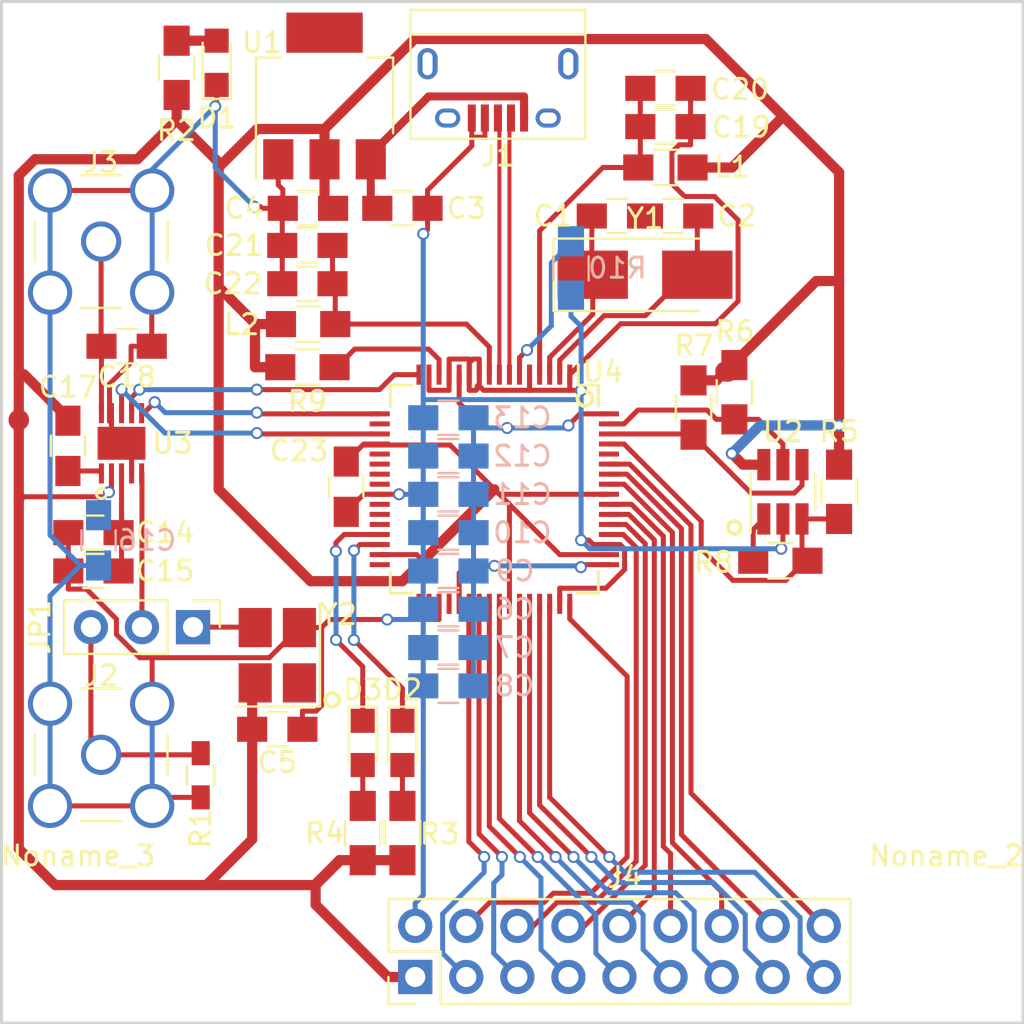
<source format=kicad_pcb>
(kicad_pcb (version 20171130) (host pcbnew "(5.1.12)-1")

  (general
    (thickness 1.6)
    (drawings 11)
    (tracks 538)
    (zones 0)
    (modules 53)
    (nets 48)
  )

  (page A4)
  (layers
    (0 F.Cu signal)
    (31 B.Cu signal)
    (32 B.Adhes user hide)
    (33 F.Adhes user hide)
    (34 B.Paste user hide)
    (35 F.Paste user hide)
    (36 B.SilkS user hide)
    (37 F.SilkS user hide)
    (38 B.Mask user hide)
    (39 F.Mask user hide)
    (40 Dwgs.User user hide)
    (41 Cmts.User user hide)
    (42 Eco1.User user hide)
    (43 Eco2.User user hide)
    (44 Edge.Cuts user)
    (45 Margin user hide)
    (46 B.CrtYd user hide)
    (47 F.CrtYd user hide)
    (48 B.Fab user hide)
    (49 F.Fab user hide)
  )

  (setup
    (last_trace_width 0.25)
    (trace_clearance 0.1524)
    (zone_clearance 0.508)
    (zone_45_only no)
    (trace_min 0.127)
    (via_size 0.6)
    (via_drill 0.4)
    (via_min_size 0.4)
    (via_min_drill 0.3)
    (uvia_size 0.3)
    (uvia_drill 0.1)
    (uvias_allowed no)
    (uvia_min_size 0.2)
    (uvia_min_drill 0.1)
    (edge_width 0.15)
    (segment_width 0.2)
    (pcb_text_width 0.3)
    (pcb_text_size 1.5 1.5)
    (mod_edge_width 0.15)
    (mod_text_size 1 1)
    (mod_text_width 0.15)
    (pad_size 1.35 0.4)
    (pad_drill 0)
    (pad_to_mask_clearance 0.2)
    (aux_axis_origin 68.58 53.34)
    (grid_origin 68.58 53.34)
    (visible_elements 7FFFFFFF)
    (pcbplotparams
      (layerselection 0x010f0_80000001)
      (usegerberextensions true)
      (usegerberattributes true)
      (usegerberadvancedattributes true)
      (creategerberjobfile true)
      (excludeedgelayer true)
      (linewidth 0.100000)
      (plotframeref false)
      (viasonmask true)
      (mode 1)
      (useauxorigin false)
      (hpglpennumber 1)
      (hpglpenspeed 20)
      (hpglpendiameter 15.000000)
      (psnegative false)
      (psa4output false)
      (plotreference true)
      (plotvalue false)
      (plotinvisibletext false)
      (padsonsilk false)
      (subtractmaskfromsilk true)
      (outputformat 1)
      (mirror false)
      (drillshape 0)
      (scaleselection 1)
      (outputdirectory "wg-gerber/"))
  )

  (net 0 "")
  (net 1 FTOSCO)
  (net 2 GNDA)
  (net 3 FTOSCI)
  (net 4 "Net-(C3-Pad1)")
  (net 5 +3V3)
  (net 6 "Net-(C10-Pad1)")
  (net 7 "Net-(C14-Pad1)")
  (net 8 "Net-(C17-Pad2)")
  (net 9 "Net-(C18-Pad1)")
  (net 10 FTVPHY)
  (net 11 FTVPLL)
  (net 12 "Net-(D1-Pad2)")
  (net 13 "Net-(D2-Pad2)")
  (net 14 FTTXLED)
  (net 15 "Net-(D3-Pad2)")
  (net 16 FTRXLED)
  (net 17 "Net-(J2-Pad1)")
  (net 18 "Net-(J4-Pad3)")
  (net 19 "Net-(J4-Pad4)")
  (net 20 "Net-(J4-Pad5)")
  (net 21 "Net-(J4-Pad6)")
  (net 22 "Net-(J4-Pad7)")
  (net 23 "Net-(J4-Pad8)")
  (net 24 "Net-(J4-Pad9)")
  (net 25 "Net-(J4-Pad10)")
  (net 26 "Net-(J4-Pad11)")
  (net 27 "Net-(J4-Pad12)")
  (net 28 "Net-(J4-Pad13)")
  (net 29 "Net-(J4-Pad14)")
  (net 30 "Net-(J4-Pad15)")
  (net 31 "Net-(J4-Pad16)")
  (net 32 "Net-(J4-Pad17)")
  (net 33 "Net-(J4-Pad18)")
  (net 34 "Net-(JP1-Pad1)")
  (net 35 DAC_CLK)
  (net 36 EEDATA)
  (net 37 EECS)
  (net 38 EECLK)
  (net 39 "Net-(R8-Pad2)")
  (net 40 "Net-(R9-Pad1)")
  (net 41 "Net-(R10-Pad1)")
  (net 42 "Net-(U3-Pad8)")
  (net 43 "Net-(U3-Pad7)")
  (net 44 "Net-(U3-Pad6)")
  (net 45 "Net-(C1-Pad2)")
  (net 46 USB_D-)
  (net 47 USB_D+)

  (net_class Default "This is the default net class."
    (clearance 0.1524)
    (trace_width 0.25)
    (via_dia 0.6)
    (via_drill 0.4)
    (uvia_dia 0.3)
    (uvia_drill 0.1)
    (add_net DAC_CLK)
    (add_net EECLK)
    (add_net EECS)
    (add_net EEDATA)
    (add_net FTOSCI)
    (add_net FTOSCO)
    (add_net FTRXLED)
    (add_net FTTXLED)
    (add_net FTVPHY)
    (add_net FTVPLL)
    (add_net GNDA)
    (add_net "Net-(C1-Pad2)")
    (add_net "Net-(C10-Pad1)")
    (add_net "Net-(C14-Pad1)")
    (add_net "Net-(C17-Pad2)")
    (add_net "Net-(C18-Pad1)")
    (add_net "Net-(C3-Pad1)")
    (add_net "Net-(D1-Pad2)")
    (add_net "Net-(D2-Pad2)")
    (add_net "Net-(D3-Pad2)")
    (add_net "Net-(J2-Pad1)")
    (add_net "Net-(J4-Pad10)")
    (add_net "Net-(J4-Pad11)")
    (add_net "Net-(J4-Pad12)")
    (add_net "Net-(J4-Pad13)")
    (add_net "Net-(J4-Pad14)")
    (add_net "Net-(J4-Pad15)")
    (add_net "Net-(J4-Pad16)")
    (add_net "Net-(J4-Pad17)")
    (add_net "Net-(J4-Pad18)")
    (add_net "Net-(J4-Pad3)")
    (add_net "Net-(J4-Pad4)")
    (add_net "Net-(J4-Pad5)")
    (add_net "Net-(J4-Pad6)")
    (add_net "Net-(J4-Pad7)")
    (add_net "Net-(J4-Pad8)")
    (add_net "Net-(J4-Pad9)")
    (add_net "Net-(JP1-Pad1)")
    (add_net "Net-(R10-Pad1)")
    (add_net "Net-(R8-Pad2)")
    (add_net "Net-(R9-Pad1)")
    (add_net "Net-(U3-Pad6)")
    (add_net "Net-(U3-Pad7)")
    (add_net "Net-(U3-Pad8)")
  )

  (net_class USB ""
    (clearance 0.1524)
    (trace_width 0.2)
    (via_dia 0.6)
    (via_drill 0.4)
    (uvia_dia 0.3)
    (uvia_drill 0.1)
    (add_net USB_D+)
    (add_net USB_D-)
  )

  (net_class power ""
    (clearance 0.1524)
    (trace_width 1.016)
    (via_dia 0.6)
    (via_drill 0.4)
    (uvia_dia 0.3)
    (uvia_drill 0.1)
    (add_net +3V3)
  )

  (module Mounting_Holes:MountingHole_3.5mm (layer F.Cu) (tedit 58E44ED2) (tstamp 58E3E57E)
    (at 72.39 57.15)
    (descr "Mounting Hole 3.5mm, no annular")
    (tags "mounting hole 3.5mm no annular")
    (fp_text reference Noname_4 (at 0 -4.5) (layer F.SilkS)
      (effects (font (size 1 1) (thickness 0.15)))
    )
    (fp_text value MountingHole_3.5mm (at 0 4.5) (layer F.Fab)
      (effects (font (size 1 1) (thickness 0.15)))
    )
    (fp_circle (center 0 0) (end 3.5 0) (layer Cmts.User) (width 0.15))
    (fp_circle (center 0 0) (end 3.75 0) (layer F.CrtYd) (width 0.05))
    (pad 1 np_thru_hole circle (at 0 0) (size 3.5 3.5) (drill 3.5) (layers *.Cu *.Mask))
  )

  (module Mounting_Holes:MountingHole_3.5mm (layer F.Cu) (tedit 58E44ECF) (tstamp 58E3E563)
    (at 72.39 100.33)
    (descr "Mounting Hole 3.5mm, no annular")
    (tags "mounting hole 3.5mm no annular")
    (fp_text reference Noname_3 (at 0 -4.5) (layer F.SilkS)
      (effects (font (size 1 1) (thickness 0.15)))
    )
    (fp_text value MountingHole_3.5mm (at 0 4.5) (layer F.Fab)
      (effects (font (size 1 1) (thickness 0.15)))
    )
    (fp_circle (center 0 0) (end 3.5 0) (layer Cmts.User) (width 0.15))
    (fp_circle (center 0 0) (end 3.75 0) (layer F.CrtYd) (width 0.05))
    (pad 1 np_thru_hole circle (at 0 0) (size 3.5 3.5) (drill 3.5) (layers *.Cu *.Mask))
  )

  (module Mounting_Holes:MountingHole_3.5mm (layer F.Cu) (tedit 58E44ECC) (tstamp 58E3E573)
    (at 115.57 100.33)
    (descr "Mounting Hole 3.5mm, no annular")
    (tags "mounting hole 3.5mm no annular")
    (fp_text reference Noname_2 (at 0 -4.5) (layer F.SilkS)
      (effects (font (size 1 1) (thickness 0.15)))
    )
    (fp_text value MountingHole_3.5mm (at 0 4.5) (layer F.Fab)
      (effects (font (size 1 1) (thickness 0.15)))
    )
    (fp_circle (center 0 0) (end 3.5 0) (layer Cmts.User) (width 0.15))
    (fp_circle (center 0 0) (end 3.75 0) (layer F.CrtYd) (width 0.05))
    (pad 1 np_thru_hole circle (at 0 0) (size 3.5 3.5) (drill 3.5) (layers *.Cu *.Mask))
  )

  (module Mounting_Holes:MountingHole_3.5mm (layer F.Cu) (tedit 58E44EC8) (tstamp 58E3E58A)
    (at 115.57 57.15)
    (descr "Mounting Hole 3.5mm, no annular")
    (tags "mounting hole 3.5mm no annular")
    (fp_text reference Noname_1 (at 0 -4.5) (layer F.SilkS)
      (effects (font (size 1 1) (thickness 0.15)))
    )
    (fp_text value MountingHole_3.5mm (at 0 4.5) (layer F.Fab)
      (effects (font (size 1 1) (thickness 0.15)))
    )
    (fp_circle (center 0 0) (end 3.5 0) (layer Cmts.User) (width 0.15))
    (fp_circle (center 0 0) (end 3.75 0) (layer F.CrtYd) (width 0.05))
    (pad 1 np_thru_hole circle (at 0 0) (size 3.5 3.5) (drill 3.5) (layers *.Cu *.Mask))
  )

  (module Capacitors_SMD:C_0805_HandSoldering (layer F.Cu) (tedit 58E44E32) (tstamp 58E363C1)
    (at 83.7922 65.4704 180)
    (descr "Capacitor SMD 0805, hand soldering")
    (tags "capacitor 0805")
    (path /58ED6A8D)
    (attr smd)
    (fp_text reference C21 (at 3.65521 0.00194 180) (layer F.SilkS)
      (effects (font (size 1 1) (thickness 0.15)))
    )
    (fp_text value 4.7u (at 0 1.75 180) (layer F.Fab)
      (effects (font (size 1 1) (thickness 0.15)))
    )
    (fp_line (start -1 0.62) (end -1 -0.62) (layer F.Fab) (width 0.1))
    (fp_line (start 1 0.62) (end -1 0.62) (layer F.Fab) (width 0.1))
    (fp_line (start 1 -0.62) (end 1 0.62) (layer F.Fab) (width 0.1))
    (fp_line (start -1 -0.62) (end 1 -0.62) (layer F.Fab) (width 0.1))
    (fp_line (start 0.5 -0.85) (end -0.5 -0.85) (layer F.SilkS) (width 0.12))
    (fp_line (start -0.5 0.85) (end 0.5 0.85) (layer F.SilkS) (width 0.12))
    (fp_line (start -2.25 -0.88) (end 2.25 -0.88) (layer F.CrtYd) (width 0.05))
    (fp_line (start -2.25 -0.88) (end -2.25 0.87) (layer F.CrtYd) (width 0.05))
    (fp_line (start 2.25 0.87) (end 2.25 -0.88) (layer F.CrtYd) (width 0.05))
    (fp_line (start 2.25 0.87) (end -2.25 0.87) (layer F.CrtYd) (width 0.05))
    (pad 1 smd rect (at -1.25 0 180) (size 1.5 1.25) (layers F.Cu F.Paste F.Mask)
      (net 11 FTVPLL))
    (pad 2 smd rect (at 1.25 0 180) (size 1.5 1.25) (layers F.Cu F.Paste F.Mask)
      (net 2 GNDA))
    (model Capacitors_SMD.3dshapes/C_0805.wrl
      (at (xyz 0 0 0))
      (scale (xyz 1 1 1))
      (rotate (xyz 0 0 0))
    )
  )

  (module Inductors_SMD:L_0805_HandSoldering (layer F.Cu) (tedit 58E44E3B) (tstamp 58E364D4)
    (at 83.8288 69.3831)
    (descr "Resistor SMD 0805, hand soldering")
    (tags "resistor 0805")
    (path /58EA072D)
    (attr smd)
    (fp_text reference L2 (at -3.3108 0.022358) (layer F.SilkS)
      (effects (font (size 1 1) (thickness 0.15)))
    )
    (fp_text value 800m (at 0 2.1) (layer F.Fab)
      (effects (font (size 1 1) (thickness 0.15)))
    )
    (fp_line (start -1 0.62) (end -1 -0.62) (layer F.Fab) (width 0.1))
    (fp_line (start 1 0.62) (end -1 0.62) (layer F.Fab) (width 0.1))
    (fp_line (start 1 -0.62) (end 1 0.62) (layer F.Fab) (width 0.1))
    (fp_line (start -1 -0.62) (end 1 -0.62) (layer F.Fab) (width 0.1))
    (fp_line (start -2.4 -1) (end 2.4 -1) (layer F.CrtYd) (width 0.05))
    (fp_line (start -2.4 1) (end 2.4 1) (layer F.CrtYd) (width 0.05))
    (fp_line (start -2.4 -1) (end -2.4 1) (layer F.CrtYd) (width 0.05))
    (fp_line (start 2.4 -1) (end 2.4 1) (layer F.CrtYd) (width 0.05))
    (fp_line (start 0.6 0.88) (end -0.6 0.88) (layer F.SilkS) (width 0.12))
    (fp_line (start -0.6 -0.88) (end 0.6 -0.88) (layer F.SilkS) (width 0.12))
    (pad 1 smd rect (at -1.35 0) (size 1.5 1.3) (layers F.Cu F.Paste F.Mask)
      (net 5 +3V3))
    (pad 2 smd rect (at 1.35 0) (size 1.5 1.3) (layers F.Cu F.Paste F.Mask)
      (net 11 FTVPLL))
    (model Inductors_SMD.3dshapes\L_0805_HandSoldering.wrl
      (at (xyz 0 0 0))
      (scale (xyz 1 1 1))
      (rotate (xyz 0 0 0))
    )
  )

  (module Capacitors_SMD:C_0805_HandSoldering (layer F.Cu) (tedit 58E44E37) (tstamp 58E363D2)
    (at 83.7922 67.3754 180)
    (descr "Capacitor SMD 0805, hand soldering")
    (tags "capacitor 0805")
    (path /58EA0739)
    (attr smd)
    (fp_text reference C22 (at 3.71871 0.00194 180) (layer F.SilkS)
      (effects (font (size 1 1) (thickness 0.15)))
    )
    (fp_text value 100n (at 0 1.75 180) (layer F.Fab)
      (effects (font (size 1 1) (thickness 0.15)))
    )
    (fp_line (start -1 0.62) (end -1 -0.62) (layer F.Fab) (width 0.1))
    (fp_line (start 1 0.62) (end -1 0.62) (layer F.Fab) (width 0.1))
    (fp_line (start 1 -0.62) (end 1 0.62) (layer F.Fab) (width 0.1))
    (fp_line (start -1 -0.62) (end 1 -0.62) (layer F.Fab) (width 0.1))
    (fp_line (start 0.5 -0.85) (end -0.5 -0.85) (layer F.SilkS) (width 0.12))
    (fp_line (start -0.5 0.85) (end 0.5 0.85) (layer F.SilkS) (width 0.12))
    (fp_line (start -2.25 -0.88) (end 2.25 -0.88) (layer F.CrtYd) (width 0.05))
    (fp_line (start -2.25 -0.88) (end -2.25 0.87) (layer F.CrtYd) (width 0.05))
    (fp_line (start 2.25 0.87) (end 2.25 -0.88) (layer F.CrtYd) (width 0.05))
    (fp_line (start 2.25 0.87) (end -2.25 0.87) (layer F.CrtYd) (width 0.05))
    (pad 1 smd rect (at -1.25 0 180) (size 1.5 1.25) (layers F.Cu F.Paste F.Mask)
      (net 11 FTVPLL))
    (pad 2 smd rect (at 1.25 0 180) (size 1.5 1.25) (layers F.Cu F.Paste F.Mask)
      (net 2 GNDA))
    (model Capacitors_SMD.3dshapes/C_0805.wrl
      (at (xyz 0 0 0))
      (scale (xyz 1 1 1))
      (rotate (xyz 0 0 0))
    )
  )

  (module Resistors_SMD:R_0805_HandSoldering (layer F.Cu) (tedit 58E44EA3) (tstamp 58E3653A)
    (at 105.029 72.771 270)
    (descr "Resistor SMD 0805, hand soldering")
    (tags "resistor 0805")
    (path /58E955E4)
    (attr smd)
    (fp_text reference R6 (at -3.0226 -0.0254) (layer F.SilkS)
      (effects (font (size 1 1) (thickness 0.15)))
    )
    (fp_text value 10k (at 0 1.75 270) (layer F.Fab)
      (effects (font (size 1 1) (thickness 0.15)))
    )
    (fp_line (start -1 0.62) (end -1 -0.62) (layer F.Fab) (width 0.1))
    (fp_line (start 1 0.62) (end -1 0.62) (layer F.Fab) (width 0.1))
    (fp_line (start 1 -0.62) (end 1 0.62) (layer F.Fab) (width 0.1))
    (fp_line (start -1 -0.62) (end 1 -0.62) (layer F.Fab) (width 0.1))
    (fp_line (start 0.6 0.88) (end -0.6 0.88) (layer F.SilkS) (width 0.12))
    (fp_line (start -0.6 -0.88) (end 0.6 -0.88) (layer F.SilkS) (width 0.12))
    (fp_line (start -2.35 -0.9) (end 2.35 -0.9) (layer F.CrtYd) (width 0.05))
    (fp_line (start -2.35 -0.9) (end -2.35 0.9) (layer F.CrtYd) (width 0.05))
    (fp_line (start 2.35 0.9) (end 2.35 -0.9) (layer F.CrtYd) (width 0.05))
    (fp_line (start 2.35 0.9) (end -2.35 0.9) (layer F.CrtYd) (width 0.05))
    (fp_text user %R (at 0 0 270) (layer F.Fab)
      (effects (font (size 0.5 0.5) (thickness 0.075)))
    )
    (pad 1 smd rect (at -1.35 0 270) (size 1.5 1.3) (layers F.Cu F.Paste F.Mask)
      (net 5 +3V3))
    (pad 2 smd rect (at 1.35 0 270) (size 1.5 1.3) (layers F.Cu F.Paste F.Mask)
      (net 37 EECS))
    (model ${KISYS3DMOD}/Resistors_SMD.3dshapes/R_0805.wrl
      (at (xyz 0 0 0))
      (scale (xyz 1 1 1))
      (rotate (xyz 0 0 0))
    )
  )

  (module WG:AD9837 (layer F.Cu) (tedit 58E44E53) (tstamp 58E407A4)
    (at 74.549 75.311 90)
    (path /58EB4CDC)
    (fp_text reference U3 (at 0 2.54 180) (layer F.SilkS)
      (effects (font (size 1 1) (thickness 0.15)))
    )
    (fp_text value AD9837 (at 0 2.3 90) (layer F.Fab)
      (effects (font (size 1 1) (thickness 0.15)))
    )
    (fp_circle (center -2.5 -1) (end -2.5 -1.25) (layer F.SilkS) (width 0.15))
    (fp_line (start -1.5 -1.5) (end 1.5 -1.5) (layer F.Fab) (width 0.15))
    (fp_line (start 1.5 -1.5) (end 1.5 1.5) (layer F.Fab) (width 0.15))
    (fp_line (start 1.5 1.5) (end -1.5 1.5) (layer F.Fab) (width 0.15))
    (fp_line (start -1.5 1.5) (end -1.5 -1.5) (layer F.Fab) (width 0.15))
    (pad 11 smd rect (at 0 0 90) (size 1.64 2.38) (layers F.Cu F.Paste F.Mask)
      (net 2 GNDA))
    (pad 1 smd rect (at -1.5 -1 90) (size 1 0.25) (layers F.Cu F.Paste F.Mask)
      (net 8 "Net-(C17-Pad2)"))
    (pad 2 smd rect (at -1.5 -0.5 90) (size 1 0.25) (layers F.Cu F.Paste F.Mask)
      (net 5 +3V3))
    (pad 3 smd rect (at -1.5 0 90) (size 1 0.25) (layers F.Cu F.Paste F.Mask)
      (net 7 "Net-(C14-Pad1)"))
    (pad 4 smd rect (at -1.5 0.5 90) (size 1 0.25) (layers F.Cu F.Paste F.Mask)
      (net 2 GNDA))
    (pad 5 smd rect (at -1.5 1 90) (size 1 0.25) (layers F.Cu F.Paste F.Mask)
      (net 35 DAC_CLK))
    (pad 6 smd rect (at 1.5 1 90) (size 1 0.25) (layers F.Cu F.Paste F.Mask)
      (net 44 "Net-(U3-Pad6)"))
    (pad 7 smd rect (at 1.5 0.5 90) (size 1 0.25) (layers F.Cu F.Paste F.Mask)
      (net 43 "Net-(U3-Pad7)"))
    (pad 8 smd rect (at 1.5 0 90) (size 1 0.25) (layers F.Cu F.Paste F.Mask)
      (net 42 "Net-(U3-Pad8)"))
    (pad 9 smd rect (at 1.5 -0.5 90) (size 1 0.25) (layers F.Cu F.Paste F.Mask)
      (net 2 GNDA))
    (pad 10 smd rect (at 1.5 -1 90) (size 1 0.25) (layers F.Cu F.Paste F.Mask)
      (net 9 "Net-(C18-Pad1)"))
  )

  (module Capacitors_SMD:C_0805_HandSoldering (layer F.Cu) (tedit 58E44E91) (tstamp 58E3626D)
    (at 99.187 64.008)
    (descr "Capacitor SMD 0805, hand soldering")
    (tags "capacitor 0805")
    (path /58E974F6)
    (attr smd)
    (fp_text reference C1 (at -3.175 0) (layer F.SilkS)
      (effects (font (size 1 1) (thickness 0.15)))
    )
    (fp_text value 27p (at 0 1.75) (layer F.Fab)
      (effects (font (size 1 1) (thickness 0.15)))
    )
    (fp_line (start -1 0.62) (end -1 -0.62) (layer F.Fab) (width 0.1))
    (fp_line (start 1 0.62) (end -1 0.62) (layer F.Fab) (width 0.1))
    (fp_line (start 1 -0.62) (end 1 0.62) (layer F.Fab) (width 0.1))
    (fp_line (start -1 -0.62) (end 1 -0.62) (layer F.Fab) (width 0.1))
    (fp_line (start 0.5 -0.85) (end -0.5 -0.85) (layer F.SilkS) (width 0.12))
    (fp_line (start -0.5 0.85) (end 0.5 0.85) (layer F.SilkS) (width 0.12))
    (fp_line (start -2.25 -0.88) (end 2.25 -0.88) (layer F.CrtYd) (width 0.05))
    (fp_line (start -2.25 -0.88) (end -2.25 0.87) (layer F.CrtYd) (width 0.05))
    (fp_line (start 2.25 0.87) (end 2.25 -0.88) (layer F.CrtYd) (width 0.05))
    (fp_line (start 2.25 0.87) (end -2.25 0.87) (layer F.CrtYd) (width 0.05))
    (pad 1 smd rect (at -1.25 0) (size 1.5 1.25) (layers F.Cu F.Paste F.Mask)
      (net 1 FTOSCO))
    (pad 2 smd rect (at 1.25 0) (size 1.5 1.25) (layers F.Cu F.Paste F.Mask)
      (net 45 "Net-(C1-Pad2)"))
    (model Capacitors_SMD.3dshapes/C_0805.wrl
      (at (xyz 0 0 0))
      (scale (xyz 1 1 1))
      (rotate (xyz 0 0 0))
    )
  )

  (module Capacitors_SMD:C_0805_HandSoldering (layer F.Cu) (tedit 58E44E96) (tstamp 58E3627E)
    (at 101.981 64.008 180)
    (descr "Capacitor SMD 0805, hand soldering")
    (tags "capacitor 0805")
    (path /58E97741)
    (attr smd)
    (fp_text reference C2 (at -3.175 0 180) (layer F.SilkS)
      (effects (font (size 1 1) (thickness 0.15)))
    )
    (fp_text value 27p (at 0 1.75 180) (layer F.Fab)
      (effects (font (size 1 1) (thickness 0.15)))
    )
    (fp_line (start -1 0.62) (end -1 -0.62) (layer F.Fab) (width 0.1))
    (fp_line (start 1 0.62) (end -1 0.62) (layer F.Fab) (width 0.1))
    (fp_line (start 1 -0.62) (end 1 0.62) (layer F.Fab) (width 0.1))
    (fp_line (start -1 -0.62) (end 1 -0.62) (layer F.Fab) (width 0.1))
    (fp_line (start 0.5 -0.85) (end -0.5 -0.85) (layer F.SilkS) (width 0.12))
    (fp_line (start -0.5 0.85) (end 0.5 0.85) (layer F.SilkS) (width 0.12))
    (fp_line (start -2.25 -0.88) (end 2.25 -0.88) (layer F.CrtYd) (width 0.05))
    (fp_line (start -2.25 -0.88) (end -2.25 0.87) (layer F.CrtYd) (width 0.05))
    (fp_line (start 2.25 0.87) (end 2.25 -0.88) (layer F.CrtYd) (width 0.05))
    (fp_line (start 2.25 0.87) (end -2.25 0.87) (layer F.CrtYd) (width 0.05))
    (pad 1 smd rect (at -1.25 0 180) (size 1.5 1.25) (layers F.Cu F.Paste F.Mask)
      (net 3 FTOSCI))
    (pad 2 smd rect (at 1.25 0 180) (size 1.5 1.25) (layers F.Cu F.Paste F.Mask)
      (net 45 "Net-(C1-Pad2)"))
    (model Capacitors_SMD.3dshapes/C_0805.wrl
      (at (xyz 0 0 0))
      (scale (xyz 1 1 1))
      (rotate (xyz 0 0 0))
    )
  )

  (module Capacitors_SMD:C_0805_HandSoldering (layer F.Cu) (tedit 58E3DB75) (tstamp 58E3628F)
    (at 88.519 63.627)
    (descr "Capacitor SMD 0805, hand soldering")
    (tags "capacitor 0805")
    (path /58E9146D)
    (attr smd)
    (fp_text reference C3 (at 3.175 0) (layer F.SilkS)
      (effects (font (size 1 1) (thickness 0.15)))
    )
    (fp_text value 100n (at 0 1.75) (layer F.Fab)
      (effects (font (size 1 1) (thickness 0.15)))
    )
    (fp_line (start -1 0.62) (end -1 -0.62) (layer F.Fab) (width 0.1))
    (fp_line (start 1 0.62) (end -1 0.62) (layer F.Fab) (width 0.1))
    (fp_line (start 1 -0.62) (end 1 0.62) (layer F.Fab) (width 0.1))
    (fp_line (start -1 -0.62) (end 1 -0.62) (layer F.Fab) (width 0.1))
    (fp_line (start 0.5 -0.85) (end -0.5 -0.85) (layer F.SilkS) (width 0.12))
    (fp_line (start -0.5 0.85) (end 0.5 0.85) (layer F.SilkS) (width 0.12))
    (fp_line (start -2.25 -0.88) (end 2.25 -0.88) (layer F.CrtYd) (width 0.05))
    (fp_line (start -2.25 -0.88) (end -2.25 0.87) (layer F.CrtYd) (width 0.05))
    (fp_line (start 2.25 0.87) (end 2.25 -0.88) (layer F.CrtYd) (width 0.05))
    (fp_line (start 2.25 0.87) (end -2.25 0.87) (layer F.CrtYd) (width 0.05))
    (pad 1 smd rect (at -1.25 0) (size 1.5 1.25) (layers F.Cu F.Paste F.Mask)
      (net 4 "Net-(C3-Pad1)"))
    (pad 2 smd rect (at 1.25 0) (size 1.5 1.25) (layers F.Cu F.Paste F.Mask)
      (net 2 GNDA))
    (model Capacitors_SMD.3dshapes/C_0805.wrl
      (at (xyz 0 0 0))
      (scale (xyz 1 1 1))
      (rotate (xyz 0 0 0))
    )
  )

  (module Capacitors_SMD:C_0805_HandSoldering (layer F.Cu) (tedit 58E3DB74) (tstamp 58E362A0)
    (at 83.82 63.627 180)
    (descr "Capacitor SMD 0805, hand soldering")
    (tags "capacitor 0805")
    (path /58ED75FD)
    (attr smd)
    (fp_text reference C4 (at 3.175 0 180) (layer F.SilkS)
      (effects (font (size 1 1) (thickness 0.15)))
    )
    (fp_text value 10u (at 0 1.75 180) (layer F.Fab)
      (effects (font (size 1 1) (thickness 0.15)))
    )
    (fp_line (start -1 0.62) (end -1 -0.62) (layer F.Fab) (width 0.1))
    (fp_line (start 1 0.62) (end -1 0.62) (layer F.Fab) (width 0.1))
    (fp_line (start 1 -0.62) (end 1 0.62) (layer F.Fab) (width 0.1))
    (fp_line (start -1 -0.62) (end 1 -0.62) (layer F.Fab) (width 0.1))
    (fp_line (start 0.5 -0.85) (end -0.5 -0.85) (layer F.SilkS) (width 0.12))
    (fp_line (start -0.5 0.85) (end 0.5 0.85) (layer F.SilkS) (width 0.12))
    (fp_line (start -2.25 -0.88) (end 2.25 -0.88) (layer F.CrtYd) (width 0.05))
    (fp_line (start -2.25 -0.88) (end -2.25 0.87) (layer F.CrtYd) (width 0.05))
    (fp_line (start 2.25 0.87) (end 2.25 -0.88) (layer F.CrtYd) (width 0.05))
    (fp_line (start 2.25 0.87) (end -2.25 0.87) (layer F.CrtYd) (width 0.05))
    (pad 1 smd rect (at -1.25 0 180) (size 1.5 1.25) (layers F.Cu F.Paste F.Mask)
      (net 5 +3V3))
    (pad 2 smd rect (at 1.25 0 180) (size 1.5 1.25) (layers F.Cu F.Paste F.Mask)
      (net 2 GNDA))
    (model Capacitors_SMD.3dshapes/C_0805.wrl
      (at (xyz 0 0 0))
      (scale (xyz 1 1 1))
      (rotate (xyz 0 0 0))
    )
  )

  (module Capacitors_SMD:C_0805_HandSoldering (layer F.Cu) (tedit 58E3E131) (tstamp 58E362B1)
    (at 82.296 89.535)
    (descr "Capacitor SMD 0805, hand soldering")
    (tags "capacitor 0805")
    (path /58ECB60D)
    (attr smd)
    (fp_text reference C5 (at 0 1.651 180) (layer F.SilkS)
      (effects (font (size 1 1) (thickness 0.15)))
    )
    (fp_text value 100n (at 0 1.75) (layer F.Fab)
      (effects (font (size 1 1) (thickness 0.15)))
    )
    (fp_line (start -1 0.62) (end -1 -0.62) (layer F.Fab) (width 0.1))
    (fp_line (start 1 0.62) (end -1 0.62) (layer F.Fab) (width 0.1))
    (fp_line (start 1 -0.62) (end 1 0.62) (layer F.Fab) (width 0.1))
    (fp_line (start -1 -0.62) (end 1 -0.62) (layer F.Fab) (width 0.1))
    (fp_line (start 0.5 -0.85) (end -0.5 -0.85) (layer F.SilkS) (width 0.12))
    (fp_line (start -0.5 0.85) (end 0.5 0.85) (layer F.SilkS) (width 0.12))
    (fp_line (start -2.25 -0.88) (end 2.25 -0.88) (layer F.CrtYd) (width 0.05))
    (fp_line (start -2.25 -0.88) (end -2.25 0.87) (layer F.CrtYd) (width 0.05))
    (fp_line (start 2.25 0.87) (end 2.25 -0.88) (layer F.CrtYd) (width 0.05))
    (fp_line (start 2.25 0.87) (end -2.25 0.87) (layer F.CrtYd) (width 0.05))
    (pad 1 smd rect (at -1.25 0) (size 1.5 1.25) (layers F.Cu F.Paste F.Mask)
      (net 5 +3V3))
    (pad 2 smd rect (at 1.25 0) (size 1.5 1.25) (layers F.Cu F.Paste F.Mask)
      (net 2 GNDA))
    (model Capacitors_SMD.3dshapes/C_0805.wrl
      (at (xyz 0 0 0))
      (scale (xyz 1 1 1))
      (rotate (xyz 0 0 0))
    )
  )

  (module Capacitors_SMD:C_0805_HandSoldering (layer B.Cu) (tedit 58E44F87) (tstamp 58E362C2)
    (at 90.805 83.566 180)
    (descr "Capacitor SMD 0805, hand soldering")
    (tags "capacitor 0805")
    (path /58E9A34A)
    (attr smd)
    (fp_text reference C6 (at -3.302 0 180) (layer B.SilkS)
      (effects (font (size 1 1) (thickness 0.15)) (justify mirror))
    )
    (fp_text value 3.3u (at 0 -1.75 180) (layer B.Fab)
      (effects (font (size 1 1) (thickness 0.15)) (justify mirror))
    )
    (fp_line (start -1 -0.62) (end -1 0.62) (layer B.Fab) (width 0.1))
    (fp_line (start 1 -0.62) (end -1 -0.62) (layer B.Fab) (width 0.1))
    (fp_line (start 1 0.62) (end 1 -0.62) (layer B.Fab) (width 0.1))
    (fp_line (start -1 0.62) (end 1 0.62) (layer B.Fab) (width 0.1))
    (fp_line (start 0.5 0.85) (end -0.5 0.85) (layer B.SilkS) (width 0.12))
    (fp_line (start -0.5 -0.85) (end 0.5 -0.85) (layer B.SilkS) (width 0.12))
    (fp_line (start -2.25 0.88) (end 2.25 0.88) (layer B.CrtYd) (width 0.05))
    (fp_line (start -2.25 0.88) (end -2.25 -0.87) (layer B.CrtYd) (width 0.05))
    (fp_line (start 2.25 -0.87) (end 2.25 0.88) (layer B.CrtYd) (width 0.05))
    (fp_line (start 2.25 -0.87) (end -2.25 -0.87) (layer B.CrtYd) (width 0.05))
    (pad 1 smd rect (at -1.25 0 180) (size 1.5 1.25) (layers B.Cu B.Paste B.Mask)
      (net 6 "Net-(C10-Pad1)"))
    (pad 2 smd rect (at 1.25 0 180) (size 1.5 1.25) (layers B.Cu B.Paste B.Mask)
      (net 2 GNDA))
    (model Capacitors_SMD.3dshapes/C_0805.wrl
      (at (xyz 0 0 0))
      (scale (xyz 1 1 1))
      (rotate (xyz 0 0 0))
    )
  )

  (module Capacitors_SMD:C_0805_HandSoldering (layer B.Cu) (tedit 58E44F82) (tstamp 58E362D3)
    (at 90.805 85.471 180)
    (descr "Capacitor SMD 0805, hand soldering")
    (tags "capacitor 0805")
    (path /58E9A4F5)
    (attr smd)
    (fp_text reference C7 (at -3.302 0 180) (layer B.SilkS)
      (effects (font (size 1 1) (thickness 0.15)) (justify mirror))
    )
    (fp_text value 100n (at 0 -1.75 180) (layer B.Fab)
      (effects (font (size 1 1) (thickness 0.15)) (justify mirror))
    )
    (fp_line (start -1 -0.62) (end -1 0.62) (layer B.Fab) (width 0.1))
    (fp_line (start 1 -0.62) (end -1 -0.62) (layer B.Fab) (width 0.1))
    (fp_line (start 1 0.62) (end 1 -0.62) (layer B.Fab) (width 0.1))
    (fp_line (start -1 0.62) (end 1 0.62) (layer B.Fab) (width 0.1))
    (fp_line (start 0.5 0.85) (end -0.5 0.85) (layer B.SilkS) (width 0.12))
    (fp_line (start -0.5 -0.85) (end 0.5 -0.85) (layer B.SilkS) (width 0.12))
    (fp_line (start -2.25 0.88) (end 2.25 0.88) (layer B.CrtYd) (width 0.05))
    (fp_line (start -2.25 0.88) (end -2.25 -0.87) (layer B.CrtYd) (width 0.05))
    (fp_line (start 2.25 -0.87) (end 2.25 0.88) (layer B.CrtYd) (width 0.05))
    (fp_line (start 2.25 -0.87) (end -2.25 -0.87) (layer B.CrtYd) (width 0.05))
    (pad 1 smd rect (at -1.25 0 180) (size 1.5 1.25) (layers B.Cu B.Paste B.Mask)
      (net 6 "Net-(C10-Pad1)"))
    (pad 2 smd rect (at 1.25 0 180) (size 1.5 1.25) (layers B.Cu B.Paste B.Mask)
      (net 2 GNDA))
    (model Capacitors_SMD.3dshapes/C_0805.wrl
      (at (xyz 0 0 0))
      (scale (xyz 1 1 1))
      (rotate (xyz 0 0 0))
    )
  )

  (module Capacitors_SMD:C_0805_HandSoldering (layer B.Cu) (tedit 58E44F7D) (tstamp 58E362E4)
    (at 90.805 87.376 180)
    (descr "Capacitor SMD 0805, hand soldering")
    (tags "capacitor 0805")
    (path /58E9A564)
    (attr smd)
    (fp_text reference C8 (at -3.302 0 180) (layer B.SilkS)
      (effects (font (size 1 1) (thickness 0.15)) (justify mirror))
    )
    (fp_text value 100n (at 0 -1.75 180) (layer B.Fab)
      (effects (font (size 1 1) (thickness 0.15)) (justify mirror))
    )
    (fp_line (start -1 -0.62) (end -1 0.62) (layer B.Fab) (width 0.1))
    (fp_line (start 1 -0.62) (end -1 -0.62) (layer B.Fab) (width 0.1))
    (fp_line (start 1 0.62) (end 1 -0.62) (layer B.Fab) (width 0.1))
    (fp_line (start -1 0.62) (end 1 0.62) (layer B.Fab) (width 0.1))
    (fp_line (start 0.5 0.85) (end -0.5 0.85) (layer B.SilkS) (width 0.12))
    (fp_line (start -0.5 -0.85) (end 0.5 -0.85) (layer B.SilkS) (width 0.12))
    (fp_line (start -2.25 0.88) (end 2.25 0.88) (layer B.CrtYd) (width 0.05))
    (fp_line (start -2.25 0.88) (end -2.25 -0.87) (layer B.CrtYd) (width 0.05))
    (fp_line (start 2.25 -0.87) (end 2.25 0.88) (layer B.CrtYd) (width 0.05))
    (fp_line (start 2.25 -0.87) (end -2.25 -0.87) (layer B.CrtYd) (width 0.05))
    (pad 1 smd rect (at -1.25 0 180) (size 1.5 1.25) (layers B.Cu B.Paste B.Mask)
      (net 6 "Net-(C10-Pad1)"))
    (pad 2 smd rect (at 1.25 0 180) (size 1.5 1.25) (layers B.Cu B.Paste B.Mask)
      (net 2 GNDA))
    (model Capacitors_SMD.3dshapes/C_0805.wrl
      (at (xyz 0 0 0))
      (scale (xyz 1 1 1))
      (rotate (xyz 0 0 0))
    )
  )

  (module Capacitors_SMD:C_0805_HandSoldering (layer B.Cu) (tedit 58E44F8B) (tstamp 58E362F5)
    (at 90.805 81.661 180)
    (descr "Capacitor SMD 0805, hand soldering")
    (tags "capacitor 0805")
    (path /58E9A5C4)
    (attr smd)
    (fp_text reference C9 (at -3.302 0 180) (layer B.SilkS)
      (effects (font (size 1 1) (thickness 0.15)) (justify mirror))
    )
    (fp_text value 100n (at 0 -1.75 180) (layer B.Fab)
      (effects (font (size 1 1) (thickness 0.15)) (justify mirror))
    )
    (fp_line (start -1 -0.62) (end -1 0.62) (layer B.Fab) (width 0.1))
    (fp_line (start 1 -0.62) (end -1 -0.62) (layer B.Fab) (width 0.1))
    (fp_line (start 1 0.62) (end 1 -0.62) (layer B.Fab) (width 0.1))
    (fp_line (start -1 0.62) (end 1 0.62) (layer B.Fab) (width 0.1))
    (fp_line (start 0.5 0.85) (end -0.5 0.85) (layer B.SilkS) (width 0.12))
    (fp_line (start -0.5 -0.85) (end 0.5 -0.85) (layer B.SilkS) (width 0.12))
    (fp_line (start -2.25 0.88) (end 2.25 0.88) (layer B.CrtYd) (width 0.05))
    (fp_line (start -2.25 0.88) (end -2.25 -0.87) (layer B.CrtYd) (width 0.05))
    (fp_line (start 2.25 -0.87) (end 2.25 0.88) (layer B.CrtYd) (width 0.05))
    (fp_line (start 2.25 -0.87) (end -2.25 -0.87) (layer B.CrtYd) (width 0.05))
    (pad 1 smd rect (at -1.25 0 180) (size 1.5 1.25) (layers B.Cu B.Paste B.Mask)
      (net 6 "Net-(C10-Pad1)"))
    (pad 2 smd rect (at 1.25 0 180) (size 1.5 1.25) (layers B.Cu B.Paste B.Mask)
      (net 2 GNDA))
    (model Capacitors_SMD.3dshapes/C_0805.wrl
      (at (xyz 0 0 0))
      (scale (xyz 1 1 1))
      (rotate (xyz 0 0 0))
    )
  )

  (module Capacitors_SMD:C_0805_HandSoldering (layer B.Cu) (tedit 58E44F8F) (tstamp 0)
    (at 90.805 79.756 180)
    (descr "Capacitor SMD 0805, hand soldering")
    (tags "capacitor 0805")
    (path /58E9A673)
    (attr smd)
    (fp_text reference C10 (at -3.683 0 180) (layer B.SilkS)
      (effects (font (size 1 1) (thickness 0.15)) (justify mirror))
    )
    (fp_text value 100n (at 0 -1.75 180) (layer B.Fab)
      (effects (font (size 1 1) (thickness 0.15)) (justify mirror))
    )
    (fp_line (start -1 -0.62) (end -1 0.62) (layer B.Fab) (width 0.1))
    (fp_line (start 1 -0.62) (end -1 -0.62) (layer B.Fab) (width 0.1))
    (fp_line (start 1 0.62) (end 1 -0.62) (layer B.Fab) (width 0.1))
    (fp_line (start -1 0.62) (end 1 0.62) (layer B.Fab) (width 0.1))
    (fp_line (start 0.5 0.85) (end -0.5 0.85) (layer B.SilkS) (width 0.12))
    (fp_line (start -0.5 -0.85) (end 0.5 -0.85) (layer B.SilkS) (width 0.12))
    (fp_line (start -2.25 0.88) (end 2.25 0.88) (layer B.CrtYd) (width 0.05))
    (fp_line (start -2.25 0.88) (end -2.25 -0.87) (layer B.CrtYd) (width 0.05))
    (fp_line (start 2.25 -0.87) (end 2.25 0.88) (layer B.CrtYd) (width 0.05))
    (fp_line (start 2.25 -0.87) (end -2.25 -0.87) (layer B.CrtYd) (width 0.05))
    (pad 1 smd rect (at -1.25 0 180) (size 1.5 1.25) (layers B.Cu B.Paste B.Mask)
      (net 6 "Net-(C10-Pad1)"))
    (pad 2 smd rect (at 1.25 0 180) (size 1.5 1.25) (layers B.Cu B.Paste B.Mask)
      (net 2 GNDA))
    (model Capacitors_SMD.3dshapes/C_0805.wrl
      (at (xyz 0 0 0))
      (scale (xyz 1 1 1))
      (rotate (xyz 0 0 0))
    )
  )

  (module Capacitors_SMD:C_0805_HandSoldering (layer B.Cu) (tedit 58E44F94) (tstamp 0)
    (at 90.805 77.851 180)
    (descr "Capacitor SMD 0805, hand soldering")
    (tags "capacitor 0805")
    (path /58E9A6EB)
    (attr smd)
    (fp_text reference C11 (at -3.683 0 180) (layer B.SilkS)
      (effects (font (size 1 1) (thickness 0.15)) (justify mirror))
    )
    (fp_text value 100n (at 0 -1.75 180) (layer B.Fab)
      (effects (font (size 1 1) (thickness 0.15)) (justify mirror))
    )
    (fp_line (start -1 -0.62) (end -1 0.62) (layer B.Fab) (width 0.1))
    (fp_line (start 1 -0.62) (end -1 -0.62) (layer B.Fab) (width 0.1))
    (fp_line (start 1 0.62) (end 1 -0.62) (layer B.Fab) (width 0.1))
    (fp_line (start -1 0.62) (end 1 0.62) (layer B.Fab) (width 0.1))
    (fp_line (start 0.5 0.85) (end -0.5 0.85) (layer B.SilkS) (width 0.12))
    (fp_line (start -0.5 -0.85) (end 0.5 -0.85) (layer B.SilkS) (width 0.12))
    (fp_line (start -2.25 0.88) (end 2.25 0.88) (layer B.CrtYd) (width 0.05))
    (fp_line (start -2.25 0.88) (end -2.25 -0.87) (layer B.CrtYd) (width 0.05))
    (fp_line (start 2.25 -0.87) (end 2.25 0.88) (layer B.CrtYd) (width 0.05))
    (fp_line (start 2.25 -0.87) (end -2.25 -0.87) (layer B.CrtYd) (width 0.05))
    (pad 1 smd rect (at -1.25 0 180) (size 1.5 1.25) (layers B.Cu B.Paste B.Mask)
      (net 6 "Net-(C10-Pad1)"))
    (pad 2 smd rect (at 1.25 0 180) (size 1.5 1.25) (layers B.Cu B.Paste B.Mask)
      (net 2 GNDA))
    (model Capacitors_SMD.3dshapes/C_0805.wrl
      (at (xyz 0 0 0))
      (scale (xyz 1 1 1))
      (rotate (xyz 0 0 0))
    )
  )

  (module Capacitors_SMD:C_0805_HandSoldering (layer B.Cu) (tedit 58E44F98) (tstamp 0)
    (at 90.805 75.946 180)
    (descr "Capacitor SMD 0805, hand soldering")
    (tags "capacitor 0805")
    (path /58E9A752)
    (attr smd)
    (fp_text reference C12 (at -3.683 0 180) (layer B.SilkS)
      (effects (font (size 1 1) (thickness 0.15)) (justify mirror))
    )
    (fp_text value 100n (at 0 -1.75 180) (layer B.Fab)
      (effects (font (size 1 1) (thickness 0.15)) (justify mirror))
    )
    (fp_line (start -1 -0.62) (end -1 0.62) (layer B.Fab) (width 0.1))
    (fp_line (start 1 -0.62) (end -1 -0.62) (layer B.Fab) (width 0.1))
    (fp_line (start 1 0.62) (end 1 -0.62) (layer B.Fab) (width 0.1))
    (fp_line (start -1 0.62) (end 1 0.62) (layer B.Fab) (width 0.1))
    (fp_line (start 0.5 0.85) (end -0.5 0.85) (layer B.SilkS) (width 0.12))
    (fp_line (start -0.5 -0.85) (end 0.5 -0.85) (layer B.SilkS) (width 0.12))
    (fp_line (start -2.25 0.88) (end 2.25 0.88) (layer B.CrtYd) (width 0.05))
    (fp_line (start -2.25 0.88) (end -2.25 -0.87) (layer B.CrtYd) (width 0.05))
    (fp_line (start 2.25 -0.87) (end 2.25 0.88) (layer B.CrtYd) (width 0.05))
    (fp_line (start 2.25 -0.87) (end -2.25 -0.87) (layer B.CrtYd) (width 0.05))
    (pad 1 smd rect (at -1.25 0 180) (size 1.5 1.25) (layers B.Cu B.Paste B.Mask)
      (net 6 "Net-(C10-Pad1)"))
    (pad 2 smd rect (at 1.25 0 180) (size 1.5 1.25) (layers B.Cu B.Paste B.Mask)
      (net 2 GNDA))
    (model Capacitors_SMD.3dshapes/C_0805.wrl
      (at (xyz 0 0 0))
      (scale (xyz 1 1 1))
      (rotate (xyz 0 0 0))
    )
  )

  (module Capacitors_SMD:C_0805_HandSoldering (layer B.Cu) (tedit 58E44F4E) (tstamp 0)
    (at 90.805 74.041 180)
    (descr "Capacitor SMD 0805, hand soldering")
    (tags "capacitor 0805")
    (path /58E9A7E6)
    (attr smd)
    (fp_text reference C13 (at -3.683 0 180) (layer B.SilkS)
      (effects (font (size 1 1) (thickness 0.15)) (justify mirror))
    )
    (fp_text value 100n (at 0 -1.75 180) (layer B.Fab)
      (effects (font (size 1 1) (thickness 0.15)) (justify mirror))
    )
    (fp_line (start -1 -0.62) (end -1 0.62) (layer B.Fab) (width 0.1))
    (fp_line (start 1 -0.62) (end -1 -0.62) (layer B.Fab) (width 0.1))
    (fp_line (start 1 0.62) (end 1 -0.62) (layer B.Fab) (width 0.1))
    (fp_line (start -1 0.62) (end 1 0.62) (layer B.Fab) (width 0.1))
    (fp_line (start 0.5 0.85) (end -0.5 0.85) (layer B.SilkS) (width 0.12))
    (fp_line (start -0.5 -0.85) (end 0.5 -0.85) (layer B.SilkS) (width 0.12))
    (fp_line (start -2.25 0.88) (end 2.25 0.88) (layer B.CrtYd) (width 0.05))
    (fp_line (start -2.25 0.88) (end -2.25 -0.87) (layer B.CrtYd) (width 0.05))
    (fp_line (start 2.25 -0.87) (end 2.25 0.88) (layer B.CrtYd) (width 0.05))
    (fp_line (start 2.25 -0.87) (end -2.25 -0.87) (layer B.CrtYd) (width 0.05))
    (pad 1 smd rect (at -1.25 0 180) (size 1.5 1.25) (layers B.Cu B.Paste B.Mask)
      (net 6 "Net-(C10-Pad1)"))
    (pad 2 smd rect (at 1.25 0 180) (size 1.5 1.25) (layers B.Cu B.Paste B.Mask)
      (net 2 GNDA))
    (model Capacitors_SMD.3dshapes/C_0805.wrl
      (at (xyz 0 0 0))
      (scale (xyz 1 1 1))
      (rotate (xyz 0 0 0))
    )
  )

  (module Capacitors_SMD:C_0805_HandSoldering (layer F.Cu) (tedit 58E3FD54) (tstamp 58E3634A)
    (at 73.152 79.756 180)
    (descr "Capacitor SMD 0805, hand soldering")
    (tags "capacitor 0805")
    (path /58EB83E6)
    (attr smd)
    (fp_text reference C14 (at -3.556 0) (layer F.SilkS)
      (effects (font (size 1 1) (thickness 0.15)))
    )
    (fp_text value 100n (at 0 1.75 180) (layer F.Fab)
      (effects (font (size 1 1) (thickness 0.15)))
    )
    (fp_line (start -1 0.62) (end -1 -0.62) (layer F.Fab) (width 0.1))
    (fp_line (start 1 0.62) (end -1 0.62) (layer F.Fab) (width 0.1))
    (fp_line (start 1 -0.62) (end 1 0.62) (layer F.Fab) (width 0.1))
    (fp_line (start -1 -0.62) (end 1 -0.62) (layer F.Fab) (width 0.1))
    (fp_line (start 0.5 -0.85) (end -0.5 -0.85) (layer F.SilkS) (width 0.12))
    (fp_line (start -0.5 0.85) (end 0.5 0.85) (layer F.SilkS) (width 0.12))
    (fp_line (start -2.25 -0.88) (end 2.25 -0.88) (layer F.CrtYd) (width 0.05))
    (fp_line (start -2.25 -0.88) (end -2.25 0.87) (layer F.CrtYd) (width 0.05))
    (fp_line (start 2.25 0.87) (end 2.25 -0.88) (layer F.CrtYd) (width 0.05))
    (fp_line (start 2.25 0.87) (end -2.25 0.87) (layer F.CrtYd) (width 0.05))
    (pad 1 smd rect (at -1.25 0 180) (size 1.5 1.25) (layers F.Cu F.Paste F.Mask)
      (net 7 "Net-(C14-Pad1)"))
    (pad 2 smd rect (at 1.25 0 180) (size 1.5 1.25) (layers F.Cu F.Paste F.Mask)
      (net 2 GNDA))
    (model Capacitors_SMD.3dshapes/C_0805.wrl
      (at (xyz 0 0 0))
      (scale (xyz 1 1 1))
      (rotate (xyz 0 0 0))
    )
  )

  (module Capacitors_SMD:C_0805_HandSoldering (layer F.Cu) (tedit 58E3FD5B) (tstamp 58E3635B)
    (at 73.152 81.661 180)
    (descr "Capacitor SMD 0805, hand soldering")
    (tags "capacitor 0805")
    (path /58ED7B51)
    (attr smd)
    (fp_text reference C15 (at -3.556 0) (layer F.SilkS)
      (effects (font (size 1 1) (thickness 0.15)))
    )
    (fp_text value 10u (at 0 1.75 180) (layer F.Fab)
      (effects (font (size 1 1) (thickness 0.15)))
    )
    (fp_line (start -1 0.62) (end -1 -0.62) (layer F.Fab) (width 0.1))
    (fp_line (start 1 0.62) (end -1 0.62) (layer F.Fab) (width 0.1))
    (fp_line (start 1 -0.62) (end 1 0.62) (layer F.Fab) (width 0.1))
    (fp_line (start -1 -0.62) (end 1 -0.62) (layer F.Fab) (width 0.1))
    (fp_line (start 0.5 -0.85) (end -0.5 -0.85) (layer F.SilkS) (width 0.12))
    (fp_line (start -0.5 0.85) (end 0.5 0.85) (layer F.SilkS) (width 0.12))
    (fp_line (start -2.25 -0.88) (end 2.25 -0.88) (layer F.CrtYd) (width 0.05))
    (fp_line (start -2.25 -0.88) (end -2.25 0.87) (layer F.CrtYd) (width 0.05))
    (fp_line (start 2.25 0.87) (end 2.25 -0.88) (layer F.CrtYd) (width 0.05))
    (fp_line (start 2.25 0.87) (end -2.25 0.87) (layer F.CrtYd) (width 0.05))
    (pad 1 smd rect (at -1.25 0 180) (size 1.5 1.25) (layers F.Cu F.Paste F.Mask)
      (net 7 "Net-(C14-Pad1)"))
    (pad 2 smd rect (at 1.25 0 180) (size 1.5 1.25) (layers F.Cu F.Paste F.Mask)
      (net 2 GNDA))
    (model Capacitors_SMD.3dshapes/C_0805.wrl
      (at (xyz 0 0 0))
      (scale (xyz 1 1 1))
      (rotate (xyz 0 0 0))
    )
  )

  (module Capacitors_SMD:C_0805_HandSoldering (layer B.Cu) (tedit 58E44FC4) (tstamp 58E3636C)
    (at 73.406 80.137 270)
    (descr "Capacitor SMD 0805, hand soldering")
    (tags "capacitor 0805")
    (path /58EB7AE6)
    (attr smd)
    (fp_text reference C16 (at 0 -2.413) (layer B.SilkS)
      (effects (font (size 1 1) (thickness 0.15)) (justify mirror))
    )
    (fp_text value 100n (at 0 -1.75 270) (layer B.Fab)
      (effects (font (size 1 1) (thickness 0.15)) (justify mirror))
    )
    (fp_line (start -1 -0.62) (end -1 0.62) (layer B.Fab) (width 0.1))
    (fp_line (start 1 -0.62) (end -1 -0.62) (layer B.Fab) (width 0.1))
    (fp_line (start 1 0.62) (end 1 -0.62) (layer B.Fab) (width 0.1))
    (fp_line (start -1 0.62) (end 1 0.62) (layer B.Fab) (width 0.1))
    (fp_line (start 0.5 0.85) (end -0.5 0.85) (layer B.SilkS) (width 0.12))
    (fp_line (start -0.5 -0.85) (end 0.5 -0.85) (layer B.SilkS) (width 0.12))
    (fp_line (start -2.25 0.88) (end 2.25 0.88) (layer B.CrtYd) (width 0.05))
    (fp_line (start -2.25 0.88) (end -2.25 -0.87) (layer B.CrtYd) (width 0.05))
    (fp_line (start 2.25 -0.87) (end 2.25 0.88) (layer B.CrtYd) (width 0.05))
    (fp_line (start 2.25 -0.87) (end -2.25 -0.87) (layer B.CrtYd) (width 0.05))
    (pad 1 smd rect (at -1.25 0 270) (size 1.5 1.25) (layers B.Cu B.Paste B.Mask)
      (net 5 +3V3))
    (pad 2 smd rect (at 1.25 0 270) (size 1.5 1.25) (layers B.Cu B.Paste B.Mask)
      (net 2 GNDA))
    (model Capacitors_SMD.3dshapes/C_0805.wrl
      (at (xyz 0 0 0))
      (scale (xyz 1 1 1))
      (rotate (xyz 0 0 0))
    )
  )

  (module Capacitors_SMD:C_0805_HandSoldering (layer F.Cu) (tedit 58E44E48) (tstamp 58E3637D)
    (at 71.882 75.438 270)
    (descr "Capacitor SMD 0805, hand soldering")
    (tags "capacitor 0805")
    (path /58EB6828)
    (attr smd)
    (fp_text reference C17 (at -2.921 0 180) (layer F.SilkS)
      (effects (font (size 1 1) (thickness 0.15)))
    )
    (fp_text value 10n (at 0 1.75 270) (layer F.Fab)
      (effects (font (size 1 1) (thickness 0.15)))
    )
    (fp_line (start -1 0.62) (end -1 -0.62) (layer F.Fab) (width 0.1))
    (fp_line (start 1 0.62) (end -1 0.62) (layer F.Fab) (width 0.1))
    (fp_line (start 1 -0.62) (end 1 0.62) (layer F.Fab) (width 0.1))
    (fp_line (start -1 -0.62) (end 1 -0.62) (layer F.Fab) (width 0.1))
    (fp_line (start 0.5 -0.85) (end -0.5 -0.85) (layer F.SilkS) (width 0.12))
    (fp_line (start -0.5 0.85) (end 0.5 0.85) (layer F.SilkS) (width 0.12))
    (fp_line (start -2.25 -0.88) (end 2.25 -0.88) (layer F.CrtYd) (width 0.05))
    (fp_line (start -2.25 -0.88) (end -2.25 0.87) (layer F.CrtYd) (width 0.05))
    (fp_line (start 2.25 0.87) (end 2.25 -0.88) (layer F.CrtYd) (width 0.05))
    (fp_line (start 2.25 0.87) (end -2.25 0.87) (layer F.CrtYd) (width 0.05))
    (pad 1 smd rect (at -1.25 0 270) (size 1.5 1.25) (layers F.Cu F.Paste F.Mask)
      (net 5 +3V3))
    (pad 2 smd rect (at 1.25 0 270) (size 1.5 1.25) (layers F.Cu F.Paste F.Mask)
      (net 8 "Net-(C17-Pad2)"))
    (model Capacitors_SMD.3dshapes/C_0805.wrl
      (at (xyz 0 0 0))
      (scale (xyz 1 1 1))
      (rotate (xyz 0 0 0))
    )
  )

  (module Capacitors_SMD:C_0805_HandSoldering (layer F.Cu) (tedit 58E44E4D) (tstamp 58E3638E)
    (at 74.803 70.485)
    (descr "Capacitor SMD 0805, hand soldering")
    (tags "capacitor 0805")
    (path /58EC2CE9)
    (attr smd)
    (fp_text reference C18 (at 0 1.524) (layer F.SilkS)
      (effects (font (size 1 1) (thickness 0.15)))
    )
    (fp_text value 100n (at 0 1.75) (layer F.Fab)
      (effects (font (size 1 1) (thickness 0.15)))
    )
    (fp_line (start -1 0.62) (end -1 -0.62) (layer F.Fab) (width 0.1))
    (fp_line (start 1 0.62) (end -1 0.62) (layer F.Fab) (width 0.1))
    (fp_line (start 1 -0.62) (end 1 0.62) (layer F.Fab) (width 0.1))
    (fp_line (start -1 -0.62) (end 1 -0.62) (layer F.Fab) (width 0.1))
    (fp_line (start 0.5 -0.85) (end -0.5 -0.85) (layer F.SilkS) (width 0.12))
    (fp_line (start -0.5 0.85) (end 0.5 0.85) (layer F.SilkS) (width 0.12))
    (fp_line (start -2.25 -0.88) (end 2.25 -0.88) (layer F.CrtYd) (width 0.05))
    (fp_line (start -2.25 -0.88) (end -2.25 0.87) (layer F.CrtYd) (width 0.05))
    (fp_line (start 2.25 0.87) (end 2.25 -0.88) (layer F.CrtYd) (width 0.05))
    (fp_line (start 2.25 0.87) (end -2.25 0.87) (layer F.CrtYd) (width 0.05))
    (pad 1 smd rect (at -1.25 0) (size 1.5 1.25) (layers F.Cu F.Paste F.Mask)
      (net 9 "Net-(C18-Pad1)"))
    (pad 2 smd rect (at 1.25 0) (size 1.5 1.25) (layers F.Cu F.Paste F.Mask)
      (net 2 GNDA))
    (model Capacitors_SMD.3dshapes/C_0805.wrl
      (at (xyz 0 0 0))
      (scale (xyz 1 1 1))
      (rotate (xyz 0 0 0))
    )
  )

  (module Capacitors_SMD:C_0805_HandSoldering (layer F.Cu) (tedit 58E44E79) (tstamp 58E3639F)
    (at 101.6 59.563)
    (descr "Capacitor SMD 0805, hand soldering")
    (tags "capacitor 0805")
    (path /58ED6D98)
    (attr smd)
    (fp_text reference C19 (at 3.7592 0.0254) (layer F.SilkS)
      (effects (font (size 1 1) (thickness 0.15)))
    )
    (fp_text value 4.7u (at 0 1.75) (layer F.Fab)
      (effects (font (size 1 1) (thickness 0.15)))
    )
    (fp_line (start -1 0.62) (end -1 -0.62) (layer F.Fab) (width 0.1))
    (fp_line (start 1 0.62) (end -1 0.62) (layer F.Fab) (width 0.1))
    (fp_line (start 1 -0.62) (end 1 0.62) (layer F.Fab) (width 0.1))
    (fp_line (start -1 -0.62) (end 1 -0.62) (layer F.Fab) (width 0.1))
    (fp_line (start 0.5 -0.85) (end -0.5 -0.85) (layer F.SilkS) (width 0.12))
    (fp_line (start -0.5 0.85) (end 0.5 0.85) (layer F.SilkS) (width 0.12))
    (fp_line (start -2.25 -0.88) (end 2.25 -0.88) (layer F.CrtYd) (width 0.05))
    (fp_line (start -2.25 -0.88) (end -2.25 0.87) (layer F.CrtYd) (width 0.05))
    (fp_line (start 2.25 0.87) (end 2.25 -0.88) (layer F.CrtYd) (width 0.05))
    (fp_line (start 2.25 0.87) (end -2.25 0.87) (layer F.CrtYd) (width 0.05))
    (pad 1 smd rect (at -1.25 0) (size 1.5 1.25) (layers F.Cu F.Paste F.Mask)
      (net 10 FTVPHY))
    (pad 2 smd rect (at 1.25 0) (size 1.5 1.25) (layers F.Cu F.Paste F.Mask)
      (net 2 GNDA))
    (model Capacitors_SMD.3dshapes/C_0805.wrl
      (at (xyz 0 0 0))
      (scale (xyz 1 1 1))
      (rotate (xyz 0 0 0))
    )
  )

  (module Capacitors_SMD:C_0805_HandSoldering (layer F.Cu) (tedit 58E44E75) (tstamp 58E363B0)
    (at 101.6 57.658)
    (descr "Capacitor SMD 0805, hand soldering")
    (tags "capacitor 0805")
    (path /58E9E777)
    (attr smd)
    (fp_text reference C20 (at 3.7084 0.0508) (layer F.SilkS)
      (effects (font (size 1 1) (thickness 0.15)))
    )
    (fp_text value 100n (at 0 1.75) (layer F.Fab)
      (effects (font (size 1 1) (thickness 0.15)))
    )
    (fp_line (start -1 0.62) (end -1 -0.62) (layer F.Fab) (width 0.1))
    (fp_line (start 1 0.62) (end -1 0.62) (layer F.Fab) (width 0.1))
    (fp_line (start 1 -0.62) (end 1 0.62) (layer F.Fab) (width 0.1))
    (fp_line (start -1 -0.62) (end 1 -0.62) (layer F.Fab) (width 0.1))
    (fp_line (start 0.5 -0.85) (end -0.5 -0.85) (layer F.SilkS) (width 0.12))
    (fp_line (start -0.5 0.85) (end 0.5 0.85) (layer F.SilkS) (width 0.12))
    (fp_line (start -2.25 -0.88) (end 2.25 -0.88) (layer F.CrtYd) (width 0.05))
    (fp_line (start -2.25 -0.88) (end -2.25 0.87) (layer F.CrtYd) (width 0.05))
    (fp_line (start 2.25 0.87) (end 2.25 -0.88) (layer F.CrtYd) (width 0.05))
    (fp_line (start 2.25 0.87) (end -2.25 0.87) (layer F.CrtYd) (width 0.05))
    (pad 1 smd rect (at -1.25 0) (size 1.5 1.25) (layers F.Cu F.Paste F.Mask)
      (net 10 FTVPHY))
    (pad 2 smd rect (at 1.25 0) (size 1.5 1.25) (layers F.Cu F.Paste F.Mask)
      (net 2 GNDA))
    (model Capacitors_SMD.3dshapes/C_0805.wrl
      (at (xyz 0 0 0))
      (scale (xyz 1 1 1))
      (rotate (xyz 0 0 0))
    )
  )

  (module LEDs:LED_0805 (layer F.Cu) (tedit 58E44E68) (tstamp 58E363E7)
    (at 79.28 56.388 90)
    (descr "LED 0805 smd package")
    (tags "LED led 0805 SMD smd SMT smt smdled SMDLED smtled SMTLED")
    (path /58EA19EE)
    (attr smd)
    (fp_text reference D1 (at -2.7432 0.0188 180) (layer F.SilkS)
      (effects (font (size 1 1) (thickness 0.15)))
    )
    (fp_text value LED_Small (at 0 1.55 90) (layer F.Fab)
      (effects (font (size 1 1) (thickness 0.15)))
    )
    (fp_line (start -1.8 -0.7) (end -1.8 0.7) (layer F.SilkS) (width 0.12))
    (fp_line (start -0.4 -0.4) (end -0.4 0.4) (layer F.Fab) (width 0.1))
    (fp_line (start -0.4 0) (end 0.2 -0.4) (layer F.Fab) (width 0.1))
    (fp_line (start 0.2 0.4) (end -0.4 0) (layer F.Fab) (width 0.1))
    (fp_line (start 0.2 -0.4) (end 0.2 0.4) (layer F.Fab) (width 0.1))
    (fp_line (start 1 0.6) (end -1 0.6) (layer F.Fab) (width 0.1))
    (fp_line (start 1 -0.6) (end 1 0.6) (layer F.Fab) (width 0.1))
    (fp_line (start -1 -0.6) (end 1 -0.6) (layer F.Fab) (width 0.1))
    (fp_line (start -1 0.6) (end -1 -0.6) (layer F.Fab) (width 0.1))
    (fp_line (start -1.8 0.7) (end 1 0.7) (layer F.SilkS) (width 0.12))
    (fp_line (start -1.8 -0.7) (end 1 -0.7) (layer F.SilkS) (width 0.12))
    (fp_line (start 1.95 -0.85) (end 1.95 0.85) (layer F.CrtYd) (width 0.05))
    (fp_line (start 1.95 0.85) (end -1.95 0.85) (layer F.CrtYd) (width 0.05))
    (fp_line (start -1.95 0.85) (end -1.95 -0.85) (layer F.CrtYd) (width 0.05))
    (fp_line (start -1.95 -0.85) (end 1.95 -0.85) (layer F.CrtYd) (width 0.05))
    (pad 2 smd rect (at 1.1 0 270) (size 1.2 1.2) (layers F.Cu F.Paste F.Mask)
      (net 12 "Net-(D1-Pad2)"))
    (pad 1 smd rect (at -1.1 0 270) (size 1.2 1.2) (layers F.Cu F.Paste F.Mask)
      (net 2 GNDA))
    (model LEDs.3dshapes/LED_0805.wrl
      (at (xyz 0 0 0))
      (scale (xyz 1 1 1))
      (rotate (xyz 0 0 180))
    )
  )

  (module LEDs:LED_0805 (layer F.Cu) (tedit 57FE93EC) (tstamp 58E363FC)
    (at 88.519 90.213 270)
    (descr "LED 0805 smd package")
    (tags "LED led 0805 SMD smd SMT smt smdled SMDLED smtled SMTLED")
    (path /58EA8799)
    (attr smd)
    (fp_text reference D2 (at -2.6465 0) (layer F.SilkS)
      (effects (font (size 1 1) (thickness 0.15)))
    )
    (fp_text value LED_Small (at 0 1.55 270) (layer F.Fab)
      (effects (font (size 1 1) (thickness 0.15)))
    )
    (fp_line (start -1.8 -0.7) (end -1.8 0.7) (layer F.SilkS) (width 0.12))
    (fp_line (start -0.4 -0.4) (end -0.4 0.4) (layer F.Fab) (width 0.1))
    (fp_line (start -0.4 0) (end 0.2 -0.4) (layer F.Fab) (width 0.1))
    (fp_line (start 0.2 0.4) (end -0.4 0) (layer F.Fab) (width 0.1))
    (fp_line (start 0.2 -0.4) (end 0.2 0.4) (layer F.Fab) (width 0.1))
    (fp_line (start 1 0.6) (end -1 0.6) (layer F.Fab) (width 0.1))
    (fp_line (start 1 -0.6) (end 1 0.6) (layer F.Fab) (width 0.1))
    (fp_line (start -1 -0.6) (end 1 -0.6) (layer F.Fab) (width 0.1))
    (fp_line (start -1 0.6) (end -1 -0.6) (layer F.Fab) (width 0.1))
    (fp_line (start -1.8 0.7) (end 1 0.7) (layer F.SilkS) (width 0.12))
    (fp_line (start -1.8 -0.7) (end 1 -0.7) (layer F.SilkS) (width 0.12))
    (fp_line (start 1.95 -0.85) (end 1.95 0.85) (layer F.CrtYd) (width 0.05))
    (fp_line (start 1.95 0.85) (end -1.95 0.85) (layer F.CrtYd) (width 0.05))
    (fp_line (start -1.95 0.85) (end -1.95 -0.85) (layer F.CrtYd) (width 0.05))
    (fp_line (start -1.95 -0.85) (end 1.95 -0.85) (layer F.CrtYd) (width 0.05))
    (pad 2 smd rect (at 1.1 0 90) (size 1.2 1.2) (layers F.Cu F.Paste F.Mask)
      (net 13 "Net-(D2-Pad2)"))
    (pad 1 smd rect (at -1.1 0 90) (size 1.2 1.2) (layers F.Cu F.Paste F.Mask)
      (net 14 FTTXLED))
    (model LEDs.3dshapes/LED_0805.wrl
      (at (xyz 0 0 0))
      (scale (xyz 1 1 1))
      (rotate (xyz 0 0 180))
    )
  )

  (module LEDs:LED_0805 (layer F.Cu) (tedit 57FE93EC) (tstamp 0)
    (at 86.5449 90.213 270)
    (descr "LED 0805 smd package")
    (tags "LED led 0805 SMD smd SMT smt smdled SMDLED smtled SMTLED")
    (path /58EA8BEC)
    (attr smd)
    (fp_text reference D3 (at -2.6465 -0.005636) (layer F.SilkS)
      (effects (font (size 1 1) (thickness 0.15)))
    )
    (fp_text value LED_Small (at 0 1.55 270) (layer F.Fab)
      (effects (font (size 1 1) (thickness 0.15)))
    )
    (fp_line (start -1.8 -0.7) (end -1.8 0.7) (layer F.SilkS) (width 0.12))
    (fp_line (start -0.4 -0.4) (end -0.4 0.4) (layer F.Fab) (width 0.1))
    (fp_line (start -0.4 0) (end 0.2 -0.4) (layer F.Fab) (width 0.1))
    (fp_line (start 0.2 0.4) (end -0.4 0) (layer F.Fab) (width 0.1))
    (fp_line (start 0.2 -0.4) (end 0.2 0.4) (layer F.Fab) (width 0.1))
    (fp_line (start 1 0.6) (end -1 0.6) (layer F.Fab) (width 0.1))
    (fp_line (start 1 -0.6) (end 1 0.6) (layer F.Fab) (width 0.1))
    (fp_line (start -1 -0.6) (end 1 -0.6) (layer F.Fab) (width 0.1))
    (fp_line (start -1 0.6) (end -1 -0.6) (layer F.Fab) (width 0.1))
    (fp_line (start -1.8 0.7) (end 1 0.7) (layer F.SilkS) (width 0.12))
    (fp_line (start -1.8 -0.7) (end 1 -0.7) (layer F.SilkS) (width 0.12))
    (fp_line (start 1.95 -0.85) (end 1.95 0.85) (layer F.CrtYd) (width 0.05))
    (fp_line (start 1.95 0.85) (end -1.95 0.85) (layer F.CrtYd) (width 0.05))
    (fp_line (start -1.95 0.85) (end -1.95 -0.85) (layer F.CrtYd) (width 0.05))
    (fp_line (start -1.95 -0.85) (end 1.95 -0.85) (layer F.CrtYd) (width 0.05))
    (pad 2 smd rect (at 1.1 0 90) (size 1.2 1.2) (layers F.Cu F.Paste F.Mask)
      (net 15 "Net-(D3-Pad2)"))
    (pad 1 smd rect (at -1.1 0 90) (size 1.2 1.2) (layers F.Cu F.Paste F.Mask)
      (net 16 FTRXLED))
    (model LEDs.3dshapes/LED_0805.wrl
      (at (xyz 0 0 0))
      (scale (xyz 1 1 1))
      (rotate (xyz 0 0 180))
    )
  )

  (module Connectors:USB_Micro-B (layer F.Cu) (tedit 58E41E74) (tstamp 0)
    (at 93.2688 57.785 180)
    (descr "Micro USB Type B Receptacle")
    (tags "USB USB_B USB_micro USB_OTG")
    (path /58E90E37)
    (attr smd)
    (fp_text reference J1 (at 0 -3.24 180) (layer F.SilkS)
      (effects (font (size 1 1) (thickness 0.15)))
    )
    (fp_text value USB_B (at 0 5.01 180) (layer F.Fab)
      (effects (font (size 1 1) (thickness 0.15)))
    )
    (fp_line (start -4.6 -2.59) (end 4.6 -2.59) (layer F.CrtYd) (width 0.05))
    (fp_line (start 4.6 -2.59) (end 4.6 4.26) (layer F.CrtYd) (width 0.05))
    (fp_line (start 4.6 4.26) (end -4.6 4.26) (layer F.CrtYd) (width 0.05))
    (fp_line (start -4.6 4.26) (end -4.6 -2.59) (layer F.CrtYd) (width 0.05))
    (fp_line (start -4.35 4.03) (end 4.35 4.03) (layer F.SilkS) (width 0.12))
    (fp_line (start -4.35 -2.38) (end 4.35 -2.38) (layer F.SilkS) (width 0.12))
    (fp_line (start 4.35 -2.38) (end 4.35 4.03) (layer F.SilkS) (width 0.12))
    (fp_line (start 4.35 2.8) (end -4.35 2.8) (layer F.SilkS) (width 0.12))
    (fp_line (start -4.35 4.03) (end -4.35 -2.38) (layer F.SilkS) (width 0.12))
    (pad 1 smd rect (at -1.3 -1.35 270) (size 1.35 0.4) (layers F.Cu F.Paste F.Mask)
      (net 4 "Net-(C3-Pad1)"))
    (pad 2 smd rect (at -0.65 -1.35 270) (size 1.35 0.4) (layers F.Cu F.Paste F.Mask)
      (net 46 USB_D-))
    (pad 3 smd rect (at 0 -1.35 270) (size 1.35 0.4) (layers F.Cu F.Paste F.Mask)
      (net 47 USB_D+))
    (pad 4 smd rect (at 0.65 -1.35 270) (size 1.35 0.4) (layers F.Cu F.Paste F.Mask)
      (net 2 GNDA))
    (pad 5 smd rect (at 1.3 -1.35 270) (size 1.35 0.4) (layers F.Cu F.Paste F.Mask)
      (net 2 GNDA))
    (pad 6 thru_hole oval (at -2.5 -1.35 270) (size 0.95 1.25) (drill oval 0.55 0.85) (layers *.Cu *.Mask))
    (pad 6 thru_hole oval (at 2.5 -1.35 270) (size 0.95 1.25) (drill oval 0.55 0.85) (layers *.Cu *.Mask))
    (pad 6 thru_hole oval (at -3.5 1.35 270) (size 1.55 1) (drill oval 1.15 0.5) (layers *.Cu *.Mask))
    (pad 6 thru_hole oval (at 3.5 1.35 270) (size 1.55 1) (drill oval 1.15 0.5) (layers *.Cu *.Mask))
  )

  (module Connectors:SMA_THT_Jack_Straight (layer F.Cu) (tedit 58E3E11F) (tstamp 58E3644F)
    (at 73.533 90.805 180)
    (descr "SMA pcb through hole jack")
    (tags "SMA THT Jack Straight")
    (path /58EC52EC)
    (fp_text reference J2 (at 0 3.937) (layer F.SilkS)
      (effects (font (size 1 1) (thickness 0.15)))
    )
    (fp_text value EXT_CLK (at 0 5 180) (layer F.Fab)
      (effects (font (size 1 1) (thickness 0.15)))
    )
    (fp_circle (center 0 0) (end 2.04 0) (layer F.Fab) (width 0.1))
    (fp_circle (center 0 0) (end 0.635 0) (layer F.Fab) (width 0.1))
    (fp_line (start 2.03 -3.05) (end 3.05 -3.05) (layer F.Fab) (width 0.1))
    (fp_line (start -1 -3.3) (end 1 -3.3) (layer F.SilkS) (width 0.12))
    (fp_line (start -1 3.3) (end 1 3.3) (layer F.SilkS) (width 0.12))
    (fp_line (start 3.3 -1) (end 3.3 1) (layer F.SilkS) (width 0.12))
    (fp_line (start -3.3 -1) (end -3.3 1) (layer F.SilkS) (width 0.12))
    (fp_line (start 3.17 -3.17) (end 3.17 3.17) (layer F.Fab) (width 0.1))
    (fp_line (start -3.17 3.17) (end 3.17 3.17) (layer F.Fab) (width 0.1))
    (fp_line (start -3.17 -3.17) (end -3.17 3.17) (layer F.Fab) (width 0.1))
    (fp_line (start -3.17 -3.17) (end 3.17 -3.17) (layer F.Fab) (width 0.1))
    (fp_line (start -2.03 -3.05) (end -2.03 -2.03) (layer F.Fab) (width 0.1))
    (fp_line (start -3.05 -2.03) (end -2.03 -2.03) (layer F.Fab) (width 0.1))
    (fp_line (start -2.03 2.03) (end -2.03 3.05) (layer F.Fab) (width 0.1))
    (fp_line (start -3.05 2.03) (end -2.03 2.03) (layer F.Fab) (width 0.1))
    (fp_line (start 2.03 -3.05) (end 2.03 -2.03) (layer F.Fab) (width 0.1))
    (fp_line (start 2.03 -2.03) (end 3.05 -2.03) (layer F.Fab) (width 0.1))
    (fp_line (start 3.05 2.03) (end 2.03 2.03) (layer F.Fab) (width 0.1))
    (fp_line (start 2.03 2.03) (end 2.03 3.05) (layer F.Fab) (width 0.1))
    (fp_line (start -4.14 -4.14) (end 4.14 -4.14) (layer F.CrtYd) (width 0.05))
    (fp_line (start -4.14 -4.14) (end -4.14 4.14) (layer F.CrtYd) (width 0.05))
    (fp_line (start 4.14 4.14) (end 4.14 -4.14) (layer F.CrtYd) (width 0.05))
    (fp_line (start 4.14 4.14) (end -4.14 4.14) (layer F.CrtYd) (width 0.05))
    (fp_line (start 3.05 -3.05) (end 3.05 -2.03) (layer F.Fab) (width 0.1))
    (fp_line (start -3.05 -3.05) (end -3.05 -2.03) (layer F.Fab) (width 0.1))
    (fp_line (start -3.05 -3.05) (end -2.03 -3.05) (layer F.Fab) (width 0.1))
    (fp_line (start -3.05 3.05) (end -2.03 3.05) (layer F.Fab) (width 0.1))
    (fp_line (start -3.05 3.05) (end -3.05 2.03) (layer F.Fab) (width 0.1))
    (fp_line (start 3.05 2.03) (end 3.05 3.05) (layer F.Fab) (width 0.1))
    (fp_line (start 2.03 3.05) (end 3.05 3.05) (layer F.Fab) (width 0.1))
    (pad 2 thru_hole circle (at -2.54 2.54 180) (size 2.2 2.2) (drill 1.7) (layers *.Cu *.Mask)
      (net 2 GNDA))
    (pad 2 thru_hole circle (at -2.54 -2.54 180) (size 2.2 2.2) (drill 1.7) (layers *.Cu *.Mask)
      (net 2 GNDA))
    (pad 2 thru_hole circle (at 2.54 -2.54 180) (size 2.2 2.2) (drill 1.7) (layers *.Cu *.Mask)
      (net 2 GNDA))
    (pad 2 thru_hole circle (at 2.54 2.54 180) (size 2.2 2.2) (drill 1.7) (layers *.Cu *.Mask)
      (net 2 GNDA))
    (pad 1 thru_hole circle (at 0 0 180) (size 2 2) (drill 1.5) (layers *.Cu *.Mask)
      (net 17 "Net-(J2-Pad1)"))
  )

  (module Connectors:SMA_THT_Jack_Straight (layer F.Cu) (tedit 58E3E127) (tstamp 0)
    (at 73.533 65.278)
    (descr "SMA pcb through hole jack")
    (tags "SMA THT Jack Straight")
    (path /58EC1F38)
    (fp_text reference J3 (at 0 -3.937) (layer F.SilkS)
      (effects (font (size 1 1) (thickness 0.15)))
    )
    (fp_text value VOUT (at 0 5) (layer F.Fab)
      (effects (font (size 1 1) (thickness 0.15)))
    )
    (fp_circle (center 0 0) (end 2.04 0) (layer F.Fab) (width 0.1))
    (fp_circle (center 0 0) (end 0.635 0) (layer F.Fab) (width 0.1))
    (fp_line (start 2.03 -3.05) (end 3.05 -3.05) (layer F.Fab) (width 0.1))
    (fp_line (start -1 -3.3) (end 1 -3.3) (layer F.SilkS) (width 0.12))
    (fp_line (start -1 3.3) (end 1 3.3) (layer F.SilkS) (width 0.12))
    (fp_line (start 3.3 -1) (end 3.3 1) (layer F.SilkS) (width 0.12))
    (fp_line (start -3.3 -1) (end -3.3 1) (layer F.SilkS) (width 0.12))
    (fp_line (start 3.17 -3.17) (end 3.17 3.17) (layer F.Fab) (width 0.1))
    (fp_line (start -3.17 3.17) (end 3.17 3.17) (layer F.Fab) (width 0.1))
    (fp_line (start -3.17 -3.17) (end -3.17 3.17) (layer F.Fab) (width 0.1))
    (fp_line (start -3.17 -3.17) (end 3.17 -3.17) (layer F.Fab) (width 0.1))
    (fp_line (start -2.03 -3.05) (end -2.03 -2.03) (layer F.Fab) (width 0.1))
    (fp_line (start -3.05 -2.03) (end -2.03 -2.03) (layer F.Fab) (width 0.1))
    (fp_line (start -2.03 2.03) (end -2.03 3.05) (layer F.Fab) (width 0.1))
    (fp_line (start -3.05 2.03) (end -2.03 2.03) (layer F.Fab) (width 0.1))
    (fp_line (start 2.03 -3.05) (end 2.03 -2.03) (layer F.Fab) (width 0.1))
    (fp_line (start 2.03 -2.03) (end 3.05 -2.03) (layer F.Fab) (width 0.1))
    (fp_line (start 3.05 2.03) (end 2.03 2.03) (layer F.Fab) (width 0.1))
    (fp_line (start 2.03 2.03) (end 2.03 3.05) (layer F.Fab) (width 0.1))
    (fp_line (start -4.14 -4.14) (end 4.14 -4.14) (layer F.CrtYd) (width 0.05))
    (fp_line (start -4.14 -4.14) (end -4.14 4.14) (layer F.CrtYd) (width 0.05))
    (fp_line (start 4.14 4.14) (end 4.14 -4.14) (layer F.CrtYd) (width 0.05))
    (fp_line (start 4.14 4.14) (end -4.14 4.14) (layer F.CrtYd) (width 0.05))
    (fp_line (start 3.05 -3.05) (end 3.05 -2.03) (layer F.Fab) (width 0.1))
    (fp_line (start -3.05 -3.05) (end -3.05 -2.03) (layer F.Fab) (width 0.1))
    (fp_line (start -3.05 -3.05) (end -2.03 -3.05) (layer F.Fab) (width 0.1))
    (fp_line (start -3.05 3.05) (end -2.03 3.05) (layer F.Fab) (width 0.1))
    (fp_line (start -3.05 3.05) (end -3.05 2.03) (layer F.Fab) (width 0.1))
    (fp_line (start 3.05 2.03) (end 3.05 3.05) (layer F.Fab) (width 0.1))
    (fp_line (start 2.03 3.05) (end 3.05 3.05) (layer F.Fab) (width 0.1))
    (pad 2 thru_hole circle (at -2.54 2.54) (size 2.2 2.2) (drill 1.7) (layers *.Cu *.Mask)
      (net 2 GNDA))
    (pad 2 thru_hole circle (at -2.54 -2.54) (size 2.2 2.2) (drill 1.7) (layers *.Cu *.Mask)
      (net 2 GNDA))
    (pad 2 thru_hole circle (at 2.54 -2.54) (size 2.2 2.2) (drill 1.7) (layers *.Cu *.Mask)
      (net 2 GNDA))
    (pad 2 thru_hole circle (at 2.54 2.54) (size 2.2 2.2) (drill 1.7) (layers *.Cu *.Mask)
      (net 2 GNDA))
    (pad 1 thru_hole circle (at 0 0) (size 2 2) (drill 1.5) (layers *.Cu *.Mask)
      (net 9 "Net-(C18-Pad1)"))
  )

  (module Pin_Headers:Pin_Header_Straight_2x09_Pitch2.54mm (layer F.Cu) (tedit 58E44E0D) (tstamp 58E3649E)
    (at 89.154 101.854 90)
    (descr "Through hole straight pin header, 2x09, 2.54mm pitch, double rows")
    (tags "Through hole pin header THT 2x09 2.54mm double row")
    (path /58EA4C4C)
    (fp_text reference J4 (at 4.953 10.414 180) (layer F.SilkS)
      (effects (font (size 1 1) (thickness 0.15)))
    )
    (fp_text value CONN_02X09 (at 1.27 22.65 90) (layer F.Fab)
      (effects (font (size 1 1) (thickness 0.15)))
    )
    (fp_line (start -1.27 -1.27) (end -1.27 21.59) (layer F.Fab) (width 0.1))
    (fp_line (start -1.27 21.59) (end 3.81 21.59) (layer F.Fab) (width 0.1))
    (fp_line (start 3.81 21.59) (end 3.81 -1.27) (layer F.Fab) (width 0.1))
    (fp_line (start 3.81 -1.27) (end -1.27 -1.27) (layer F.Fab) (width 0.1))
    (fp_line (start -1.33 1.27) (end -1.33 21.65) (layer F.SilkS) (width 0.12))
    (fp_line (start -1.33 21.65) (end 3.87 21.65) (layer F.SilkS) (width 0.12))
    (fp_line (start 3.87 21.65) (end 3.87 -1.33) (layer F.SilkS) (width 0.12))
    (fp_line (start 3.87 -1.33) (end 1.27 -1.33) (layer F.SilkS) (width 0.12))
    (fp_line (start 1.27 -1.33) (end 1.27 1.27) (layer F.SilkS) (width 0.12))
    (fp_line (start 1.27 1.27) (end -1.33 1.27) (layer F.SilkS) (width 0.12))
    (fp_line (start -1.33 0) (end -1.33 -1.33) (layer F.SilkS) (width 0.12))
    (fp_line (start -1.33 -1.33) (end 0 -1.33) (layer F.SilkS) (width 0.12))
    (fp_line (start -1.8 -1.8) (end -1.8 22.1) (layer F.CrtYd) (width 0.05))
    (fp_line (start -1.8 22.1) (end 4.35 22.1) (layer F.CrtYd) (width 0.05))
    (fp_line (start 4.35 22.1) (end 4.35 -1.8) (layer F.CrtYd) (width 0.05))
    (fp_line (start 4.35 -1.8) (end -1.8 -1.8) (layer F.CrtYd) (width 0.05))
    (pad 1 thru_hole rect (at 0 0 90) (size 1.7 1.7) (drill 1) (layers *.Cu *.Mask)
      (net 5 +3V3))
    (pad 2 thru_hole oval (at 2.54 0 90) (size 1.7 1.7) (drill 1) (layers *.Cu *.Mask)
      (net 2 GNDA))
    (pad 3 thru_hole oval (at 0 2.54 90) (size 1.7 1.7) (drill 1) (layers *.Cu *.Mask)
      (net 18 "Net-(J4-Pad3)"))
    (pad 4 thru_hole oval (at 2.54 2.54 90) (size 1.7 1.7) (drill 1) (layers *.Cu *.Mask)
      (net 19 "Net-(J4-Pad4)"))
    (pad 5 thru_hole oval (at 0 5.08 90) (size 1.7 1.7) (drill 1) (layers *.Cu *.Mask)
      (net 20 "Net-(J4-Pad5)"))
    (pad 6 thru_hole oval (at 2.54 5.08 90) (size 1.7 1.7) (drill 1) (layers *.Cu *.Mask)
      (net 21 "Net-(J4-Pad6)"))
    (pad 7 thru_hole oval (at 0 7.62 90) (size 1.7 1.7) (drill 1) (layers *.Cu *.Mask)
      (net 22 "Net-(J4-Pad7)"))
    (pad 8 thru_hole oval (at 2.54 7.62 90) (size 1.7 1.7) (drill 1) (layers *.Cu *.Mask)
      (net 23 "Net-(J4-Pad8)"))
    (pad 9 thru_hole oval (at 0 10.16 90) (size 1.7 1.7) (drill 1) (layers *.Cu *.Mask)
      (net 24 "Net-(J4-Pad9)"))
    (pad 10 thru_hole oval (at 2.54 10.16 90) (size 1.7 1.7) (drill 1) (layers *.Cu *.Mask)
      (net 25 "Net-(J4-Pad10)"))
    (pad 11 thru_hole oval (at 0 12.7 90) (size 1.7 1.7) (drill 1) (layers *.Cu *.Mask)
      (net 26 "Net-(J4-Pad11)"))
    (pad 12 thru_hole oval (at 2.54 12.7 90) (size 1.7 1.7) (drill 1) (layers *.Cu *.Mask)
      (net 27 "Net-(J4-Pad12)"))
    (pad 13 thru_hole oval (at 0 15.24 90) (size 1.7 1.7) (drill 1) (layers *.Cu *.Mask)
      (net 28 "Net-(J4-Pad13)"))
    (pad 14 thru_hole oval (at 2.54 15.24 90) (size 1.7 1.7) (drill 1) (layers *.Cu *.Mask)
      (net 29 "Net-(J4-Pad14)"))
    (pad 15 thru_hole oval (at 0 17.78 90) (size 1.7 1.7) (drill 1) (layers *.Cu *.Mask)
      (net 30 "Net-(J4-Pad15)"))
    (pad 16 thru_hole oval (at 2.54 17.78 90) (size 1.7 1.7) (drill 1) (layers *.Cu *.Mask)
      (net 31 "Net-(J4-Pad16)"))
    (pad 17 thru_hole oval (at 0 20.32 90) (size 1.7 1.7) (drill 1) (layers *.Cu *.Mask)
      (net 32 "Net-(J4-Pad17)"))
    (pad 18 thru_hole oval (at 2.54 20.32 90) (size 1.7 1.7) (drill 1) (layers *.Cu *.Mask)
      (net 33 "Net-(J4-Pad18)"))
    (model ${KISYS3DMOD}/Pin_Headers.3dshapes/Pin_Header_Straight_2x09_Pitch2.54mm.wrl
      (offset (xyz 1.269999980926514 -10.15999984741211 0))
      (scale (xyz 1 1 1))
      (rotate (xyz 0 0 90))
    )
  )

  (module Pin_Headers:Pin_Header_Straight_1x03_Pitch2.54mm (layer F.Cu) (tedit 58E3F4CF) (tstamp 58E364B4)
    (at 78.105 84.455 270)
    (descr "Through hole straight pin header, 1x03, 2.54mm pitch, single row")
    (tags "Through hole pin header THT 1x03 2.54mm single row")
    (path /58ECC2DC)
    (fp_text reference JP1 (at 0 7.62 270) (layer F.SilkS)
      (effects (font (size 1 1) (thickness 0.15)))
    )
    (fp_text value CLK_SELECT (at 0 7.41 270) (layer F.Fab)
      (effects (font (size 1 1) (thickness 0.15)))
    )
    (fp_line (start -1.27 -1.27) (end -1.27 6.35) (layer F.Fab) (width 0.1))
    (fp_line (start -1.27 6.35) (end 1.27 6.35) (layer F.Fab) (width 0.1))
    (fp_line (start 1.27 6.35) (end 1.27 -1.27) (layer F.Fab) (width 0.1))
    (fp_line (start 1.27 -1.27) (end -1.27 -1.27) (layer F.Fab) (width 0.1))
    (fp_line (start -1.33 1.27) (end -1.33 6.41) (layer F.SilkS) (width 0.12))
    (fp_line (start -1.33 6.41) (end 1.33 6.41) (layer F.SilkS) (width 0.12))
    (fp_line (start 1.33 6.41) (end 1.33 1.27) (layer F.SilkS) (width 0.12))
    (fp_line (start 1.33 1.27) (end -1.33 1.27) (layer F.SilkS) (width 0.12))
    (fp_line (start -1.33 0) (end -1.33 -1.33) (layer F.SilkS) (width 0.12))
    (fp_line (start -1.33 -1.33) (end 0 -1.33) (layer F.SilkS) (width 0.12))
    (fp_line (start -1.8 -1.8) (end -1.8 6.85) (layer F.CrtYd) (width 0.05))
    (fp_line (start -1.8 6.85) (end 1.8 6.85) (layer F.CrtYd) (width 0.05))
    (fp_line (start 1.8 6.85) (end 1.8 -1.8) (layer F.CrtYd) (width 0.05))
    (fp_line (start 1.8 -1.8) (end -1.8 -1.8) (layer F.CrtYd) (width 0.05))
    (pad 1 thru_hole rect (at 0 0 270) (size 1.7 1.7) (drill 1) (layers *.Cu *.Mask)
      (net 34 "Net-(JP1-Pad1)"))
    (pad 2 thru_hole oval (at 0 2.54 270) (size 1.7 1.7) (drill 1) (layers *.Cu *.Mask)
      (net 35 DAC_CLK))
    (pad 3 thru_hole oval (at 0 5.08 270) (size 1.7 1.7) (drill 1) (layers *.Cu *.Mask)
      (net 17 "Net-(J2-Pad1)"))
    (model ${KISYS3DMOD}/Pin_Headers.3dshapes/Pin_Header_Straight_1x03_Pitch2.54mm.wrl
      (offset (xyz 0 -2.539999961853027 0))
      (scale (xyz 1 1 1))
      (rotate (xyz 0 0 90))
    )
  )

  (module Inductors_SMD:L_0805_HandSoldering (layer F.Cu) (tedit 58E44E7F) (tstamp 58E364C4)
    (at 101.6 61.595 180)
    (descr "Resistor SMD 0805, hand soldering")
    (tags "resistor 0805")
    (path /58E9DF9C)
    (attr smd)
    (fp_text reference L1 (at -3.302 0.0254 180) (layer F.SilkS)
      (effects (font (size 1 1) (thickness 0.15)))
    )
    (fp_text value 800m (at 0 2.1 180) (layer F.Fab)
      (effects (font (size 1 1) (thickness 0.15)))
    )
    (fp_line (start -1 0.62) (end -1 -0.62) (layer F.Fab) (width 0.1))
    (fp_line (start 1 0.62) (end -1 0.62) (layer F.Fab) (width 0.1))
    (fp_line (start 1 -0.62) (end 1 0.62) (layer F.Fab) (width 0.1))
    (fp_line (start -1 -0.62) (end 1 -0.62) (layer F.Fab) (width 0.1))
    (fp_line (start -2.4 -1) (end 2.4 -1) (layer F.CrtYd) (width 0.05))
    (fp_line (start -2.4 1) (end 2.4 1) (layer F.CrtYd) (width 0.05))
    (fp_line (start -2.4 -1) (end -2.4 1) (layer F.CrtYd) (width 0.05))
    (fp_line (start 2.4 -1) (end 2.4 1) (layer F.CrtYd) (width 0.05))
    (fp_line (start 0.6 0.88) (end -0.6 0.88) (layer F.SilkS) (width 0.12))
    (fp_line (start -0.6 -0.88) (end 0.6 -0.88) (layer F.SilkS) (width 0.12))
    (pad 1 smd rect (at -1.35 0 180) (size 1.5 1.3) (layers F.Cu F.Paste F.Mask)
      (net 5 +3V3))
    (pad 2 smd rect (at 1.35 0 180) (size 1.5 1.3) (layers F.Cu F.Paste F.Mask)
      (net 10 FTVPHY))
    (model Inductors_SMD.3dshapes\L_0805_HandSoldering.wrl
      (at (xyz 0 0 0))
      (scale (xyz 1 1 1))
      (rotate (xyz 0 0 0))
    )
  )

  (module Resistors_SMD:R_0603_HandSoldering (layer F.Cu) (tedit 58E0A804) (tstamp 58E364E5)
    (at 78.486 91.821 270)
    (descr "Resistor SMD 0603, hand soldering")
    (tags "resistor 0603")
    (path /58EC5E55)
    (attr smd)
    (fp_text reference R1 (at 2.667 0 270) (layer F.SilkS)
      (effects (font (size 1 1) (thickness 0.15)))
    )
    (fp_text value 50 (at 0 1.55 270) (layer F.Fab)
      (effects (font (size 1 1) (thickness 0.15)))
    )
    (fp_line (start -0.8 0.4) (end -0.8 -0.4) (layer F.Fab) (width 0.1))
    (fp_line (start 0.8 0.4) (end -0.8 0.4) (layer F.Fab) (width 0.1))
    (fp_line (start 0.8 -0.4) (end 0.8 0.4) (layer F.Fab) (width 0.1))
    (fp_line (start -0.8 -0.4) (end 0.8 -0.4) (layer F.Fab) (width 0.1))
    (fp_line (start 0.5 0.68) (end -0.5 0.68) (layer F.SilkS) (width 0.12))
    (fp_line (start -0.5 -0.68) (end 0.5 -0.68) (layer F.SilkS) (width 0.12))
    (fp_line (start -1.96 -0.7) (end 1.95 -0.7) (layer F.CrtYd) (width 0.05))
    (fp_line (start -1.96 -0.7) (end -1.96 0.7) (layer F.CrtYd) (width 0.05))
    (fp_line (start 1.95 0.7) (end 1.95 -0.7) (layer F.CrtYd) (width 0.05))
    (fp_line (start 1.95 0.7) (end -1.96 0.7) (layer F.CrtYd) (width 0.05))
    (fp_text user %R (at 0 0 270) (layer F.Fab)
      (effects (font (size 0.5 0.5) (thickness 0.075)))
    )
    (pad 1 smd rect (at -1.1 0 270) (size 1.2 0.9) (layers F.Cu F.Paste F.Mask)
      (net 17 "Net-(J2-Pad1)"))
    (pad 2 smd rect (at 1.1 0 270) (size 1.2 0.9) (layers F.Cu F.Paste F.Mask)
      (net 2 GNDA))
    (model ${KISYS3DMOD}/Resistors_SMD.3dshapes/R_0603.wrl
      (at (xyz 0 0 0))
      (scale (xyz 1 1 1))
      (rotate (xyz 0 0 0))
    )
  )

  (module Resistors_SMD:R_0805_HandSoldering (layer F.Cu) (tedit 58E44E60) (tstamp 58E364F6)
    (at 77.29 56.64 270)
    (descr "Resistor SMD 0805, hand soldering")
    (tags "resistor 0805")
    (path /58EA1EF9)
    (attr smd)
    (fp_text reference R2 (at 3.1135 0.0105) (layer F.SilkS)
      (effects (font (size 1 1) (thickness 0.15)))
    )
    (fp_text value 470 (at 0 1.75 270) (layer F.Fab)
      (effects (font (size 1 1) (thickness 0.15)))
    )
    (fp_line (start -1 0.62) (end -1 -0.62) (layer F.Fab) (width 0.1))
    (fp_line (start 1 0.62) (end -1 0.62) (layer F.Fab) (width 0.1))
    (fp_line (start 1 -0.62) (end 1 0.62) (layer F.Fab) (width 0.1))
    (fp_line (start -1 -0.62) (end 1 -0.62) (layer F.Fab) (width 0.1))
    (fp_line (start 0.6 0.88) (end -0.6 0.88) (layer F.SilkS) (width 0.12))
    (fp_line (start -0.6 -0.88) (end 0.6 -0.88) (layer F.SilkS) (width 0.12))
    (fp_line (start -2.35 -0.9) (end 2.35 -0.9) (layer F.CrtYd) (width 0.05))
    (fp_line (start -2.35 -0.9) (end -2.35 0.9) (layer F.CrtYd) (width 0.05))
    (fp_line (start 2.35 0.9) (end 2.35 -0.9) (layer F.CrtYd) (width 0.05))
    (fp_line (start 2.35 0.9) (end -2.35 0.9) (layer F.CrtYd) (width 0.05))
    (pad 1 smd rect (at -1.35 0 270) (size 1.5 1.3) (layers F.Cu F.Paste F.Mask)
      (net 12 "Net-(D1-Pad2)"))
    (pad 2 smd rect (at 1.35 0 270) (size 1.5 1.3) (layers F.Cu F.Paste F.Mask)
      (net 5 +3V3))
    (model ${KISYS3DMOD}/Resistors_SMD.3dshapes/R_0805.wrl
      (at (xyz 0 0 0))
      (scale (xyz 1 1 1))
      (rotate (xyz 0 0 0))
    )
  )

  (module Resistors_SMD:R_0805_HandSoldering (layer F.Cu) (tedit 58E0A804) (tstamp 0)
    (at 88.519 94.695 270)
    (descr "Resistor SMD 0805, hand soldering")
    (tags "resistor 0805")
    (path /58EA86FC)
    (attr smd)
    (fp_text reference R3 (at 0.047 -1.8415) (layer F.SilkS)
      (effects (font (size 1 1) (thickness 0.15)))
    )
    (fp_text value 470 (at 0 1.75 270) (layer F.Fab)
      (effects (font (size 1 1) (thickness 0.15)))
    )
    (fp_line (start -1 0.62) (end -1 -0.62) (layer F.Fab) (width 0.1))
    (fp_line (start 1 0.62) (end -1 0.62) (layer F.Fab) (width 0.1))
    (fp_line (start 1 -0.62) (end 1 0.62) (layer F.Fab) (width 0.1))
    (fp_line (start -1 -0.62) (end 1 -0.62) (layer F.Fab) (width 0.1))
    (fp_line (start 0.6 0.88) (end -0.6 0.88) (layer F.SilkS) (width 0.12))
    (fp_line (start -0.6 -0.88) (end 0.6 -0.88) (layer F.SilkS) (width 0.12))
    (fp_line (start -2.35 -0.9) (end 2.35 -0.9) (layer F.CrtYd) (width 0.05))
    (fp_line (start -2.35 -0.9) (end -2.35 0.9) (layer F.CrtYd) (width 0.05))
    (fp_line (start 2.35 0.9) (end 2.35 -0.9) (layer F.CrtYd) (width 0.05))
    (fp_line (start 2.35 0.9) (end -2.35 0.9) (layer F.CrtYd) (width 0.05))
    (fp_text user %R (at 0 0 270) (layer F.Fab)
      (effects (font (size 0.5 0.5) (thickness 0.075)))
    )
    (pad 1 smd rect (at -1.35 0 270) (size 1.5 1.3) (layers F.Cu F.Paste F.Mask)
      (net 13 "Net-(D2-Pad2)"))
    (pad 2 smd rect (at 1.35 0 270) (size 1.5 1.3) (layers F.Cu F.Paste F.Mask)
      (net 5 +3V3))
    (model ${KISYS3DMOD}/Resistors_SMD.3dshapes/R_0805.wrl
      (at (xyz 0 0 0))
      (scale (xyz 1 1 1))
      (rotate (xyz 0 0 0))
    )
  )

  (module Resistors_SMD:R_0805_HandSoldering (layer F.Cu) (tedit 58E0A804) (tstamp 0)
    (at 86.5449 94.695 270)
    (descr "Resistor SMD 0805, hand soldering")
    (tags "resistor 0805")
    (path /58EA8BE6)
    (attr smd)
    (fp_text reference R4 (at 0 1.899364) (layer F.SilkS)
      (effects (font (size 1 1) (thickness 0.15)))
    )
    (fp_text value 470 (at 0 1.75 270) (layer F.Fab)
      (effects (font (size 1 1) (thickness 0.15)))
    )
    (fp_line (start -1 0.62) (end -1 -0.62) (layer F.Fab) (width 0.1))
    (fp_line (start 1 0.62) (end -1 0.62) (layer F.Fab) (width 0.1))
    (fp_line (start 1 -0.62) (end 1 0.62) (layer F.Fab) (width 0.1))
    (fp_line (start -1 -0.62) (end 1 -0.62) (layer F.Fab) (width 0.1))
    (fp_line (start 0.6 0.88) (end -0.6 0.88) (layer F.SilkS) (width 0.12))
    (fp_line (start -0.6 -0.88) (end 0.6 -0.88) (layer F.SilkS) (width 0.12))
    (fp_line (start -2.35 -0.9) (end 2.35 -0.9) (layer F.CrtYd) (width 0.05))
    (fp_line (start -2.35 -0.9) (end -2.35 0.9) (layer F.CrtYd) (width 0.05))
    (fp_line (start 2.35 0.9) (end 2.35 -0.9) (layer F.CrtYd) (width 0.05))
    (fp_line (start 2.35 0.9) (end -2.35 0.9) (layer F.CrtYd) (width 0.05))
    (fp_text user %R (at 0 0 270) (layer F.Fab)
      (effects (font (size 0.5 0.5) (thickness 0.075)))
    )
    (pad 1 smd rect (at -1.35 0 270) (size 1.5 1.3) (layers F.Cu F.Paste F.Mask)
      (net 15 "Net-(D3-Pad2)"))
    (pad 2 smd rect (at 1.35 0 270) (size 1.5 1.3) (layers F.Cu F.Paste F.Mask)
      (net 5 +3V3))
    (model ${KISYS3DMOD}/Resistors_SMD.3dshapes/R_0805.wrl
      (at (xyz 0 0 0))
      (scale (xyz 1 1 1))
      (rotate (xyz 0 0 0))
    )
  )

  (module Resistors_SMD:R_0805_HandSoldering (layer F.Cu) (tedit 58E44EAC) (tstamp 0)
    (at 110.236 77.724 270)
    (descr "Resistor SMD 0805, hand soldering")
    (tags "resistor 0805")
    (path /58E956A0)
    (attr smd)
    (fp_text reference R5 (at -2.9972 0) (layer F.SilkS)
      (effects (font (size 1 1) (thickness 0.15)))
    )
    (fp_text value 10k (at 0 1.75 270) (layer F.Fab)
      (effects (font (size 1 1) (thickness 0.15)))
    )
    (fp_line (start -1 0.62) (end -1 -0.62) (layer F.Fab) (width 0.1))
    (fp_line (start 1 0.62) (end -1 0.62) (layer F.Fab) (width 0.1))
    (fp_line (start 1 -0.62) (end 1 0.62) (layer F.Fab) (width 0.1))
    (fp_line (start -1 -0.62) (end 1 -0.62) (layer F.Fab) (width 0.1))
    (fp_line (start 0.6 0.88) (end -0.6 0.88) (layer F.SilkS) (width 0.12))
    (fp_line (start -0.6 -0.88) (end 0.6 -0.88) (layer F.SilkS) (width 0.12))
    (fp_line (start -2.35 -0.9) (end 2.35 -0.9) (layer F.CrtYd) (width 0.05))
    (fp_line (start -2.35 -0.9) (end -2.35 0.9) (layer F.CrtYd) (width 0.05))
    (fp_line (start 2.35 0.9) (end 2.35 -0.9) (layer F.CrtYd) (width 0.05))
    (fp_line (start 2.35 0.9) (end -2.35 0.9) (layer F.CrtYd) (width 0.05))
    (fp_text user %R (at 0 0 270) (layer F.Fab)
      (effects (font (size 0.5 0.5) (thickness 0.075)))
    )
    (pad 1 smd rect (at -1.35 0 270) (size 1.5 1.3) (layers F.Cu F.Paste F.Mask)
      (net 5 +3V3))
    (pad 2 smd rect (at 1.35 0 270) (size 1.5 1.3) (layers F.Cu F.Paste F.Mask)
      (net 36 EEDATA))
    (model ${KISYS3DMOD}/Resistors_SMD.3dshapes/R_0805.wrl
      (at (xyz 0 0 0))
      (scale (xyz 1 1 1))
      (rotate (xyz 0 0 0))
    )
  )

  (module Resistors_SMD:R_0805_HandSoldering (layer F.Cu) (tedit 58E44E9F) (tstamp 58E3654B)
    (at 102.997 73.533 270)
    (descr "Resistor SMD 0805, hand soldering")
    (tags "resistor 0805")
    (path /58E95657)
    (attr smd)
    (fp_text reference R7 (at -3.0734 -0.0254) (layer F.SilkS)
      (effects (font (size 1 1) (thickness 0.15)))
    )
    (fp_text value 10k (at 0 1.75 270) (layer F.Fab)
      (effects (font (size 1 1) (thickness 0.15)))
    )
    (fp_line (start -1 0.62) (end -1 -0.62) (layer F.Fab) (width 0.1))
    (fp_line (start 1 0.62) (end -1 0.62) (layer F.Fab) (width 0.1))
    (fp_line (start 1 -0.62) (end 1 0.62) (layer F.Fab) (width 0.1))
    (fp_line (start -1 -0.62) (end 1 -0.62) (layer F.Fab) (width 0.1))
    (fp_line (start 0.6 0.88) (end -0.6 0.88) (layer F.SilkS) (width 0.12))
    (fp_line (start -0.6 -0.88) (end 0.6 -0.88) (layer F.SilkS) (width 0.12))
    (fp_line (start -2.35 -0.9) (end 2.35 -0.9) (layer F.CrtYd) (width 0.05))
    (fp_line (start -2.35 -0.9) (end -2.35 0.9) (layer F.CrtYd) (width 0.05))
    (fp_line (start 2.35 0.9) (end 2.35 -0.9) (layer F.CrtYd) (width 0.05))
    (fp_line (start 2.35 0.9) (end -2.35 0.9) (layer F.CrtYd) (width 0.05))
    (fp_text user %R (at 0 0 270) (layer F.Fab)
      (effects (font (size 0.5 0.5) (thickness 0.075)))
    )
    (pad 1 smd rect (at -1.35 0 270) (size 1.5 1.3) (layers F.Cu F.Paste F.Mask)
      (net 5 +3V3))
    (pad 2 smd rect (at 1.35 0 270) (size 1.5 1.3) (layers F.Cu F.Paste F.Mask)
      (net 38 EECLK))
    (model ${KISYS3DMOD}/Resistors_SMD.3dshapes/R_0805.wrl
      (at (xyz 0 0 0))
      (scale (xyz 1 1 1))
      (rotate (xyz 0 0 0))
    )
  )

  (module Resistors_SMD:R_0805_HandSoldering (layer F.Cu) (tedit 58E44EB2) (tstamp 58E3655C)
    (at 107.315 81.153 180)
    (descr "Resistor SMD 0805, hand soldering")
    (tags "resistor 0805")
    (path /58E92350)
    (attr smd)
    (fp_text reference R8 (at 3.3274 -0.0762 180) (layer F.SilkS)
      (effects (font (size 1 1) (thickness 0.15)))
    )
    (fp_text value 2.2k (at 0 1.75 180) (layer F.Fab)
      (effects (font (size 1 1) (thickness 0.15)))
    )
    (fp_line (start -1 0.62) (end -1 -0.62) (layer F.Fab) (width 0.1))
    (fp_line (start 1 0.62) (end -1 0.62) (layer F.Fab) (width 0.1))
    (fp_line (start 1 -0.62) (end 1 0.62) (layer F.Fab) (width 0.1))
    (fp_line (start -1 -0.62) (end 1 -0.62) (layer F.Fab) (width 0.1))
    (fp_line (start 0.6 0.88) (end -0.6 0.88) (layer F.SilkS) (width 0.12))
    (fp_line (start -0.6 -0.88) (end 0.6 -0.88) (layer F.SilkS) (width 0.12))
    (fp_line (start -2.35 -0.9) (end 2.35 -0.9) (layer F.CrtYd) (width 0.05))
    (fp_line (start -2.35 -0.9) (end -2.35 0.9) (layer F.CrtYd) (width 0.05))
    (fp_line (start 2.35 0.9) (end 2.35 -0.9) (layer F.CrtYd) (width 0.05))
    (fp_line (start 2.35 0.9) (end -2.35 0.9) (layer F.CrtYd) (width 0.05))
    (fp_text user %R (at 0 0 180) (layer F.Fab)
      (effects (font (size 0.5 0.5) (thickness 0.075)))
    )
    (pad 1 smd rect (at -1.35 0 180) (size 1.5 1.3) (layers F.Cu F.Paste F.Mask)
      (net 36 EEDATA))
    (pad 2 smd rect (at 1.35 0 180) (size 1.5 1.3) (layers F.Cu F.Paste F.Mask)
      (net 39 "Net-(R8-Pad2)"))
    (model ${KISYS3DMOD}/Resistors_SMD.3dshapes/R_0805.wrl
      (at (xyz 0 0 0))
      (scale (xyz 1 1 1))
      (rotate (xyz 0 0 0))
    )
  )

  (module Resistors_SMD:R_0805_HandSoldering (layer F.Cu) (tedit 58E0A804) (tstamp 58E3656D)
    (at 83.7946 71.5264 180)
    (descr "Resistor SMD 0805, hand soldering")
    (tags "resistor 0805")
    (path /58E93882)
    (attr smd)
    (fp_text reference R9 (at 0 -1.7 180) (layer F.SilkS)
      (effects (font (size 1 1) (thickness 0.15)))
    )
    (fp_text value 1k (at 0 1.75 180) (layer F.Fab)
      (effects (font (size 1 1) (thickness 0.15)))
    )
    (fp_line (start -1 0.62) (end -1 -0.62) (layer F.Fab) (width 0.1))
    (fp_line (start 1 0.62) (end -1 0.62) (layer F.Fab) (width 0.1))
    (fp_line (start 1 -0.62) (end 1 0.62) (layer F.Fab) (width 0.1))
    (fp_line (start -1 -0.62) (end 1 -0.62) (layer F.Fab) (width 0.1))
    (fp_line (start 0.6 0.88) (end -0.6 0.88) (layer F.SilkS) (width 0.12))
    (fp_line (start -0.6 -0.88) (end 0.6 -0.88) (layer F.SilkS) (width 0.12))
    (fp_line (start -2.35 -0.9) (end 2.35 -0.9) (layer F.CrtYd) (width 0.05))
    (fp_line (start -2.35 -0.9) (end -2.35 0.9) (layer F.CrtYd) (width 0.05))
    (fp_line (start 2.35 0.9) (end 2.35 -0.9) (layer F.CrtYd) (width 0.05))
    (fp_line (start 2.35 0.9) (end -2.35 0.9) (layer F.CrtYd) (width 0.05))
    (fp_text user %R (at 0 0 180) (layer F.Fab)
      (effects (font (size 0.5 0.5) (thickness 0.075)))
    )
    (pad 1 smd rect (at -1.35 0 180) (size 1.5 1.3) (layers F.Cu F.Paste F.Mask)
      (net 40 "Net-(R9-Pad1)"))
    (pad 2 smd rect (at 1.35 0 180) (size 1.5 1.3) (layers F.Cu F.Paste F.Mask)
      (net 5 +3V3))
    (model ${KISYS3DMOD}/Resistors_SMD.3dshapes/R_0805.wrl
      (at (xyz 0 0 0))
      (scale (xyz 1 1 1))
      (rotate (xyz 0 0 0))
    )
  )

  (module Resistors_SMD:R_0805_HandSoldering (layer B.Cu) (tedit 58E45D67) (tstamp 58E3657E)
    (at 96.901 66.6115 270)
    (descr "Resistor SMD 0805, hand soldering")
    (tags "resistor 0805")
    (path /58E9378C)
    (attr smd)
    (fp_text reference R10 (at -0.0127 -2.3114 180) (layer B.SilkS)
      (effects (font (size 1 1) (thickness 0.15)) (justify mirror))
    )
    (fp_text value 12k (at 0 -1.75 270) (layer B.Fab)
      (effects (font (size 1 1) (thickness 0.15)) (justify mirror))
    )
    (fp_line (start -1 -0.62) (end -1 0.62) (layer B.Fab) (width 0.1))
    (fp_line (start 1 -0.62) (end -1 -0.62) (layer B.Fab) (width 0.1))
    (fp_line (start 1 0.62) (end 1 -0.62) (layer B.Fab) (width 0.1))
    (fp_line (start -1 0.62) (end 1 0.62) (layer B.Fab) (width 0.1))
    (fp_line (start 0.6 -0.88) (end -0.6 -0.88) (layer B.SilkS) (width 0.12))
    (fp_line (start -0.6 0.88) (end 0.6 0.88) (layer B.SilkS) (width 0.12))
    (fp_line (start -2.35 0.9) (end 2.35 0.9) (layer B.CrtYd) (width 0.05))
    (fp_line (start -2.35 0.9) (end -2.35 -0.9) (layer B.CrtYd) (width 0.05))
    (fp_line (start 2.35 -0.9) (end 2.35 0.9) (layer B.CrtYd) (width 0.05))
    (fp_line (start 2.35 -0.9) (end -2.35 -0.9) (layer B.CrtYd) (width 0.05))
    (pad 1 smd rect (at -1.35 0 270) (size 1.5 1.3) (layers B.Cu B.Paste B.Mask)
      (net 41 "Net-(R10-Pad1)"))
    (pad 2 smd rect (at 1.35 0 270) (size 1.5 1.3) (layers B.Cu B.Paste B.Mask)
      (net 2 GNDA))
    (model ${KISYS3DMOD}/Resistors_SMD.3dshapes/R_0805.wrl
      (at (xyz 0 0 0))
      (scale (xyz 1 1 1))
      (rotate (xyz 0 0 0))
    )
  )

  (module TO_SOT_Packages_SMD:SOT-23-6_Handsoldering (layer F.Cu) (tedit 58E44EA9) (tstamp 58E365AA)
    (at 107.442 77.724 90)
    (descr "6-pin SOT-23 package, Handsoldering")
    (tags "SOT-23-6 Handsoldering")
    (path /58EDB16F)
    (attr smd)
    (fp_text reference U2 (at 2.9972 0 180) (layer F.SilkS)
      (effects (font (size 1 1) (thickness 0.15)))
    )
    (fp_text value 93LC46BT (at 0 2.9 90) (layer F.Fab)
      (effects (font (size 1 1) (thickness 0.15)))
    )
    (fp_line (start -0.9 1.61) (end 0.9 1.61) (layer F.SilkS) (width 0.12))
    (fp_line (start 0.9 -1.61) (end -2.05 -1.61) (layer F.SilkS) (width 0.12))
    (fp_line (start -2.4 1.8) (end -2.4 -1.8) (layer F.CrtYd) (width 0.05))
    (fp_line (start 2.4 1.8) (end -2.4 1.8) (layer F.CrtYd) (width 0.05))
    (fp_line (start 2.4 -1.8) (end 2.4 1.8) (layer F.CrtYd) (width 0.05))
    (fp_line (start -2.4 -1.8) (end 2.4 -1.8) (layer F.CrtYd) (width 0.05))
    (fp_line (start -0.9 -0.9) (end -0.25 -1.55) (layer F.Fab) (width 0.1))
    (fp_line (start 0.9 -1.55) (end -0.25 -1.55) (layer F.Fab) (width 0.1))
    (fp_line (start -0.9 -0.9) (end -0.9 1.55) (layer F.Fab) (width 0.1))
    (fp_line (start 0.9 1.55) (end -0.9 1.55) (layer F.Fab) (width 0.1))
    (fp_line (start 0.9 -1.55) (end 0.9 1.55) (layer F.Fab) (width 0.1))
    (fp_text user %R (at 0 0 90) (layer F.Fab)
      (effects (font (size 0.5 0.5) (thickness 0.075)))
    )
    (pad 1 smd rect (at -1.35 -0.95 90) (size 1.56 0.65) (layers F.Cu F.Paste F.Mask)
      (net 39 "Net-(R8-Pad2)"))
    (pad 2 smd rect (at -1.35 0 90) (size 1.56 0.65) (layers F.Cu F.Paste F.Mask)
      (net 2 GNDA))
    (pad 3 smd rect (at -1.35 0.95 90) (size 1.56 0.65) (layers F.Cu F.Paste F.Mask)
      (net 36 EEDATA))
    (pad 4 smd rect (at 1.35 0.95 90) (size 1.56 0.65) (layers F.Cu F.Paste F.Mask)
      (net 38 EECLK))
    (pad 6 smd rect (at 1.35 -0.95 90) (size 1.56 0.65) (layers F.Cu F.Paste F.Mask)
      (net 5 +3V3))
    (pad 5 smd rect (at 1.35 0 90) (size 1.56 0.65) (layers F.Cu F.Paste F.Mask)
      (net 37 EECS))
    (model ${KISYS3DMOD}/TO_SOT_Packages_SMD.3dshapes/SOT-23-6.wrl
      (at (xyz 0 0 0))
      (scale (xyz 1 1 1))
      (rotate (xyz 0 0 0))
    )
  )

  (module Housings_QFP:LQFP-64_10x10mm_Pitch0.5mm (layer F.Cu) (tedit 58E44E1F) (tstamp 0)
    (at 93.091 77.597 270)
    (descr "64 LEAD LQFP 10x10mm (see MICREL LQFP10x10-64LD-PL-1.pdf)")
    (tags "QFP 0.5")
    (path /58E90C8E)
    (attr smd)
    (fp_text reference U4 (at -5.842 -5.3975) (layer F.SilkS)
      (effects (font (size 1 1) (thickness 0.15)))
    )
    (fp_text value FT2232H (at 0 7.2 270) (layer F.Fab)
      (effects (font (size 1 1) (thickness 0.15)))
    )
    (fp_line (start -4 -5) (end 5 -5) (layer F.Fab) (width 0.15))
    (fp_line (start 5 -5) (end 5 5) (layer F.Fab) (width 0.15))
    (fp_line (start 5 5) (end -5 5) (layer F.Fab) (width 0.15))
    (fp_line (start -5 5) (end -5 -4) (layer F.Fab) (width 0.15))
    (fp_line (start -5 -4) (end -4 -5) (layer F.Fab) (width 0.15))
    (fp_line (start -6.45 -6.45) (end -6.45 6.45) (layer F.CrtYd) (width 0.05))
    (fp_line (start 6.45 -6.45) (end 6.45 6.45) (layer F.CrtYd) (width 0.05))
    (fp_line (start -6.45 -6.45) (end 6.45 -6.45) (layer F.CrtYd) (width 0.05))
    (fp_line (start -6.45 6.45) (end 6.45 6.45) (layer F.CrtYd) (width 0.05))
    (fp_line (start -5.175 -5.175) (end -5.175 -4.175) (layer F.SilkS) (width 0.15))
    (fp_line (start 5.175 -5.175) (end 5.175 -4.1) (layer F.SilkS) (width 0.15))
    (fp_line (start 5.175 5.175) (end 5.175 4.1) (layer F.SilkS) (width 0.15))
    (fp_line (start -5.175 5.175) (end -5.175 4.1) (layer F.SilkS) (width 0.15))
    (fp_line (start -5.175 -5.175) (end -4.1 -5.175) (layer F.SilkS) (width 0.15))
    (fp_line (start -5.175 5.175) (end -4.1 5.175) (layer F.SilkS) (width 0.15))
    (fp_line (start 5.175 5.175) (end 4.1 5.175) (layer F.SilkS) (width 0.15))
    (fp_line (start 5.175 -5.175) (end 4.1 -5.175) (layer F.SilkS) (width 0.15))
    (fp_line (start -5.175 -4.175) (end -6.2 -4.175) (layer F.SilkS) (width 0.15))
    (pad 1 smd rect (at -5.7 -3.75 270) (size 1 0.25) (layers F.Cu F.Paste F.Mask)
      (net 2 GNDA))
    (pad 2 smd rect (at -5.7 -3.25 270) (size 1 0.25) (layers F.Cu F.Paste F.Mask)
      (net 3 FTOSCI))
    (pad 3 smd rect (at -5.7 -2.75 270) (size 1 0.25) (layers F.Cu F.Paste F.Mask)
      (net 1 FTOSCO))
    (pad 4 smd rect (at -5.7 -2.25 270) (size 1 0.25) (layers F.Cu F.Paste F.Mask)
      (net 10 FTVPHY))
    (pad 5 smd rect (at -5.7 -1.75 270) (size 1 0.25) (layers F.Cu F.Paste F.Mask)
      (net 2 GNDA))
    (pad 6 smd rect (at -5.7 -1.25 270) (size 1 0.25) (layers F.Cu F.Paste F.Mask)
      (net 41 "Net-(R10-Pad1)"))
    (pad 7 smd rect (at -5.7 -0.75 270) (size 1 0.25) (layers F.Cu F.Paste F.Mask)
      (net 46 USB_D-))
    (pad 8 smd rect (at -5.7 -0.25 270) (size 1 0.25) (layers F.Cu F.Paste F.Mask)
      (net 47 USB_D+))
    (pad 9 smd rect (at -5.7 0.25 270) (size 1 0.25) (layers F.Cu F.Paste F.Mask)
      (net 11 FTVPLL))
    (pad 10 smd rect (at -5.7 0.75 270) (size 1 0.25) (layers F.Cu F.Paste F.Mask)
      (net 2 GNDA))
    (pad 11 smd rect (at -5.7 1.25 270) (size 1 0.25) (layers F.Cu F.Paste F.Mask)
      (net 2 GNDA))
    (pad 12 smd rect (at -5.7 1.75 270) (size 1 0.25) (layers F.Cu F.Paste F.Mask)
      (net 6 "Net-(C10-Pad1)"))
    (pad 13 smd rect (at -5.7 2.25 270) (size 1 0.25) (layers F.Cu F.Paste F.Mask)
      (net 2 GNDA))
    (pad 14 smd rect (at -5.7 2.75 270) (size 1 0.25) (layers F.Cu F.Paste F.Mask)
      (net 40 "Net-(R9-Pad1)"))
    (pad 15 smd rect (at -5.7 3.25 270) (size 1 0.25) (layers F.Cu F.Paste F.Mask)
      (net 2 GNDA))
    (pad 16 smd rect (at -5.7 3.75 270) (size 1 0.25) (layers F.Cu F.Paste F.Mask)
      (net 43 "Net-(U3-Pad7)"))
    (pad 17 smd rect (at -3.75 5.7) (size 1 0.25) (layers F.Cu F.Paste F.Mask)
      (net 44 "Net-(U3-Pad6)"))
    (pad 18 smd rect (at -3.25 5.7) (size 1 0.25) (layers F.Cu F.Paste F.Mask))
    (pad 19 smd rect (at -2.75 5.7) (size 1 0.25) (layers F.Cu F.Paste F.Mask)
      (net 42 "Net-(U3-Pad8)"))
    (pad 20 smd rect (at -2.25 5.7) (size 1 0.25) (layers F.Cu F.Paste F.Mask)
      (net 5 +3V3))
    (pad 21 smd rect (at -1.75 5.7) (size 1 0.25) (layers F.Cu F.Paste F.Mask))
    (pad 22 smd rect (at -1.25 5.7) (size 1 0.25) (layers F.Cu F.Paste F.Mask))
    (pad 23 smd rect (at -0.75 5.7) (size 1 0.25) (layers F.Cu F.Paste F.Mask))
    (pad 24 smd rect (at -0.25 5.7) (size 1 0.25) (layers F.Cu F.Paste F.Mask))
    (pad 25 smd rect (at 0.25 5.7) (size 1 0.25) (layers F.Cu F.Paste F.Mask)
      (net 2 GNDA))
    (pad 26 smd rect (at 0.75 5.7) (size 1 0.25) (layers F.Cu F.Paste F.Mask))
    (pad 27 smd rect (at 1.25 5.7) (size 1 0.25) (layers F.Cu F.Paste F.Mask))
    (pad 28 smd rect (at 1.75 5.7) (size 1 0.25) (layers F.Cu F.Paste F.Mask))
    (pad 29 smd rect (at 2.25 5.7) (size 1 0.25) (layers F.Cu F.Paste F.Mask)
      (net 16 FTRXLED))
    (pad 30 smd rect (at 2.75 5.7) (size 1 0.25) (layers F.Cu F.Paste F.Mask)
      (net 14 FTTXLED))
    (pad 31 smd rect (at 3.25 5.7) (size 1 0.25) (layers F.Cu F.Paste F.Mask)
      (net 5 +3V3))
    (pad 32 smd rect (at 3.75 5.7) (size 1 0.25) (layers F.Cu F.Paste F.Mask))
    (pad 33 smd rect (at 5.7 3.75 270) (size 1 0.25) (layers F.Cu F.Paste F.Mask))
    (pad 34 smd rect (at 5.7 3.25 270) (size 1 0.25) (layers F.Cu F.Paste F.Mask))
    (pad 35 smd rect (at 5.7 2.75 270) (size 1 0.25) (layers F.Cu F.Paste F.Mask)
      (net 2 GNDA))
    (pad 36 smd rect (at 5.7 2.25 270) (size 1 0.25) (layers F.Cu F.Paste F.Mask))
    (pad 37 smd rect (at 5.7 1.75 270) (size 1 0.25) (layers F.Cu F.Paste F.Mask)
      (net 6 "Net-(C10-Pad1)"))
    (pad 38 smd rect (at 5.7 1.25 270) (size 1 0.25) (layers F.Cu F.Paste F.Mask)
      (net 18 "Net-(J4-Pad3)"))
    (pad 39 smd rect (at 5.7 0.75 270) (size 1 0.25) (layers F.Cu F.Paste F.Mask)
      (net 20 "Net-(J4-Pad5)"))
    (pad 40 smd rect (at 5.7 0.25 270) (size 1 0.25) (layers F.Cu F.Paste F.Mask)
      (net 22 "Net-(J4-Pad7)"))
    (pad 41 smd rect (at 5.7 -0.25 270) (size 1 0.25) (layers F.Cu F.Paste F.Mask)
      (net 24 "Net-(J4-Pad9)"))
    (pad 42 smd rect (at 5.7 -0.75 270) (size 1 0.25) (layers F.Cu F.Paste F.Mask)
      (net 5 +3V3))
    (pad 43 smd rect (at 5.7 -1.25 270) (size 1 0.25) (layers F.Cu F.Paste F.Mask)
      (net 26 "Net-(J4-Pad11)"))
    (pad 44 smd rect (at 5.7 -1.75 270) (size 1 0.25) (layers F.Cu F.Paste F.Mask)
      (net 28 "Net-(J4-Pad13)"))
    (pad 45 smd rect (at 5.7 -2.25 270) (size 1 0.25) (layers F.Cu F.Paste F.Mask)
      (net 30 "Net-(J4-Pad15)"))
    (pad 46 smd rect (at 5.7 -2.75 270) (size 1 0.25) (layers F.Cu F.Paste F.Mask)
      (net 32 "Net-(J4-Pad17)"))
    (pad 47 smd rect (at 5.7 -3.25 270) (size 1 0.25) (layers F.Cu F.Paste F.Mask)
      (net 2 GNDA))
    (pad 48 smd rect (at 5.7 -3.75 270) (size 1 0.25) (layers F.Cu F.Paste F.Mask)
      (net 19 "Net-(J4-Pad4)"))
    (pad 49 smd rect (at 3.75 -5.7) (size 1 0.25) (layers F.Cu F.Paste F.Mask)
      (net 6 "Net-(C10-Pad1)"))
    (pad 50 smd rect (at 3.25 -5.7) (size 1 0.25) (layers F.Cu F.Paste F.Mask)
      (net 5 +3V3))
    (pad 51 smd rect (at 2.75 -5.7) (size 1 0.25) (layers F.Cu F.Paste F.Mask)
      (net 2 GNDA))
    (pad 52 smd rect (at 2.25 -5.7) (size 1 0.25) (layers F.Cu F.Paste F.Mask)
      (net 21 "Net-(J4-Pad6)"))
    (pad 53 smd rect (at 1.75 -5.7) (size 1 0.25) (layers F.Cu F.Paste F.Mask)
      (net 23 "Net-(J4-Pad8)"))
    (pad 54 smd rect (at 1.25 -5.7) (size 1 0.25) (layers F.Cu F.Paste F.Mask)
      (net 25 "Net-(J4-Pad10)"))
    (pad 55 smd rect (at 0.75 -5.7) (size 1 0.25) (layers F.Cu F.Paste F.Mask)
      (net 27 "Net-(J4-Pad12)"))
    (pad 56 smd rect (at 0.25 -5.7) (size 1 0.25) (layers F.Cu F.Paste F.Mask)
      (net 5 +3V3))
    (pad 57 smd rect (at -0.25 -5.7) (size 1 0.25) (layers F.Cu F.Paste F.Mask)
      (net 29 "Net-(J4-Pad14)"))
    (pad 58 smd rect (at -0.75 -5.7) (size 1 0.25) (layers F.Cu F.Paste F.Mask)
      (net 31 "Net-(J4-Pad16)"))
    (pad 59 smd rect (at -1.25 -5.7) (size 1 0.25) (layers F.Cu F.Paste F.Mask)
      (net 33 "Net-(J4-Pad18)"))
    (pad 60 smd rect (at -1.75 -5.7) (size 1 0.25) (layers F.Cu F.Paste F.Mask))
    (pad 61 smd rect (at -2.25 -5.7) (size 1 0.25) (layers F.Cu F.Paste F.Mask)
      (net 36 EEDATA))
    (pad 62 smd rect (at -2.75 -5.7) (size 1 0.25) (layers F.Cu F.Paste F.Mask)
      (net 38 EECLK))
    (pad 63 smd rect (at -3.25 -5.7) (size 1 0.25) (layers F.Cu F.Paste F.Mask)
      (net 37 EECS))
    (pad 64 smd rect (at -3.75 -5.7) (size 1 0.25) (layers F.Cu F.Paste F.Mask)
      (net 6 "Net-(C10-Pad1)"))
    (model Housings_QFP.3dshapes/LQFP-64_10x10mm_Pitch0.5mm.wrl
      (at (xyz 0 0 0))
      (scale (xyz 1 1 1))
      (rotate (xyz 0 0 0))
    )
  )

  (module Oscillators:Oscillator_SMD_Abracon_ASE-4pin_3.2x2.5mm_HandSoldering (layer F.Cu) (tedit 58E3DFE3) (tstamp 58E3664C)
    (at 82.296 85.852 90)
    (descr "Miniature Crystal Clock Oscillator Abracon ASE series, http://www.abracon.com/Oscillators/ASEseries.pdf, hand-soldering, 3.2x2.5mm^2 package")
    (tags "SMD SMT crystal oscillator hand-soldering")
    (path /58ED3BD4)
    (attr smd)
    (fp_text reference Y2 (at 2.032 3.048 180) (layer F.SilkS)
      (effects (font (size 1 1) (thickness 0.15)))
    )
    (fp_text value OXETGCJANF (at 0 2.925 90) (layer F.Fab)
      (effects (font (size 1 1) (thickness 0.15)))
    )
    (fp_line (start -1.5 -1.25) (end 1.5 -1.25) (layer F.Fab) (width 0.1))
    (fp_line (start 1.5 -1.25) (end 1.6 -1.15) (layer F.Fab) (width 0.1))
    (fp_line (start 1.6 -1.15) (end 1.6 1.15) (layer F.Fab) (width 0.1))
    (fp_line (start 1.6 1.15) (end 1.5 1.25) (layer F.Fab) (width 0.1))
    (fp_line (start 1.5 1.25) (end -1.5 1.25) (layer F.Fab) (width 0.1))
    (fp_line (start -1.5 1.25) (end -1.6 1.15) (layer F.Fab) (width 0.1))
    (fp_line (start -1.6 1.15) (end -1.6 -1.15) (layer F.Fab) (width 0.1))
    (fp_line (start -1.6 -1.15) (end -1.5 -1.25) (layer F.Fab) (width 0.1))
    (fp_line (start -1.6 0.25) (end -0.6 1.25) (layer F.Fab) (width 0.1))
    (fp_line (start -2.55 -2.125) (end -2.55 2.125) (layer F.SilkS) (width 0.12))
    (fp_line (start -2.55 2.125) (end 2.55 2.125) (layer F.SilkS) (width 0.12))
    (fp_line (start -2.6 -2.2) (end -2.6 2.2) (layer F.CrtYd) (width 0.05))
    (fp_line (start -2.6 2.2) (end 2.6 2.2) (layer F.CrtYd) (width 0.05))
    (fp_line (start 2.6 2.2) (end 2.6 -2.2) (layer F.CrtYd) (width 0.05))
    (fp_line (start 2.6 -2.2) (end -2.6 -2.2) (layer F.CrtYd) (width 0.05))
    (fp_circle (center 0 0) (end 0.25 0) (layer F.Adhes) (width 0.1))
    (fp_circle (center 0 0) (end 0.208333 0) (layer F.Adhes) (width 0.083333))
    (fp_circle (center 0 0) (end 0.133333 0) (layer F.Adhes) (width 0.083333))
    (fp_circle (center 0 0) (end 0.058333 0) (layer F.Adhes) (width 0.116667))
    (fp_text user %R (at 0 0 90) (layer F.Fab)
      (effects (font (size 0.7 0.7) (thickness 0.105)))
    )
    (pad 1 smd rect (at -1.375 1.1 90) (size 1.95 1.65) (layers F.Cu F.Paste F.Mask))
    (pad 2 smd rect (at 1.375 1.1 90) (size 1.95 1.65) (layers F.Cu F.Paste F.Mask)
      (net 2 GNDA))
    (pad 3 smd rect (at 1.375 -1.1 90) (size 1.95 1.65) (layers F.Cu F.Paste F.Mask)
      (net 34 "Net-(JP1-Pad1)"))
    (pad 4 smd rect (at -1.375 -1.1 90) (size 1.95 1.65) (layers F.Cu F.Paste F.Mask)
      (net 5 +3V3))
    (model ${KISYS3DMOD}/Oscillators.3dshapes/Oscillator_SMD_Abracon_ASE-4pin_3.2x2.5mm_HandSoldering.wrl
      (at (xyz 0 0 0))
      (scale (xyz 1 1 1))
      (rotate (xyz 0 0 0))
    )
  )

  (module WG:SOT-223 (layer F.Cu) (tedit 58E44E6F) (tstamp 0)
    (at 84.6455 58.039 90)
    (descr "module CMS SOT223 4 pins")
    (tags "CMS SOT")
    (path /58E91142)
    (attr smd)
    (fp_text reference U1 (at 2.667 -3.1115 180) (layer F.SilkS)
      (effects (font (size 1 1) (thickness 0.15)))
    )
    (fp_text value LD1117S33TR (at 0 4.5 90) (layer F.Fab)
      (effects (font (size 1 1) (thickness 0.15)))
    )
    (fp_line (start -1.85 -2.3) (end -0.8 -3.35) (layer F.Fab) (width 0.1))
    (fp_line (start 1.91 3.41) (end 1.91 2.15) (layer F.SilkS) (width 0.12))
    (fp_line (start 1.91 -3.41) (end 1.91 -2.15) (layer F.SilkS) (width 0.12))
    (fp_line (start 4.4 -3.6) (end -4.4 -3.6) (layer F.CrtYd) (width 0.05))
    (fp_line (start 4.4 3.6) (end 4.4 -3.6) (layer F.CrtYd) (width 0.05))
    (fp_line (start -4.4 3.6) (end 4.4 3.6) (layer F.CrtYd) (width 0.05))
    (fp_line (start -4.4 -3.6) (end -4.4 3.6) (layer F.CrtYd) (width 0.05))
    (fp_line (start -1.85 -2.3) (end -1.85 3.35) (layer F.Fab) (width 0.1))
    (fp_line (start -1.85 3.41) (end 1.91 3.41) (layer F.SilkS) (width 0.12))
    (fp_line (start -0.8 -3.35) (end 1.85 -3.35) (layer F.Fab) (width 0.1))
    (fp_line (start -4.1 -3.41) (end 1.91 -3.41) (layer F.SilkS) (width 0.12))
    (fp_line (start -1.85 3.35) (end 1.85 3.35) (layer F.Fab) (width 0.1))
    (fp_line (start 1.85 -3.35) (end 1.85 3.35) (layer F.Fab) (width 0.1))
    (pad 4 smd rect (at 3.15 0 90) (size 2 3.8) (layers F.Cu F.Paste F.Mask))
    (pad 2 smd rect (at -3.15 0 90) (size 2 1.5) (layers F.Cu F.Paste F.Mask)
      (net 5 +3V3))
    (pad 3 smd rect (at -3.15 2.3 90) (size 2 1.5) (layers F.Cu F.Paste F.Mask)
      (net 4 "Net-(C3-Pad1)"))
    (pad 1 smd rect (at -3.15 -2.3 90) (size 2 1.5) (layers F.Cu F.Paste F.Mask)
      (net 2 GNDA))
    (model ${KISYS3DMOD}/TO_SOT_Packages_SMD.3dshapes/SOT-223.wrl
      (at (xyz 0 0 0))
      (scale (xyz 0.4 0.4 0.5))
      (rotate (xyz 0 0 90))
    )
  )

  (module Capacitors_SMD:C_0805_HandSoldering (layer F.Cu) (tedit 58E44E2A) (tstamp 58E3E235)
    (at 85.725 77.47 270)
    (descr "Capacitor SMD 0805, hand soldering")
    (tags "capacitor 0805")
    (path /58EE4933)
    (attr smd)
    (fp_text reference C23 (at -1.778 2.3495) (layer F.SilkS)
      (effects (font (size 1 1) (thickness 0.15)))
    )
    (fp_text value 100n (at 0 1.75 270) (layer F.Fab)
      (effects (font (size 1 1) (thickness 0.15)))
    )
    (fp_line (start -1 0.62) (end -1 -0.62) (layer F.Fab) (width 0.1))
    (fp_line (start 1 0.62) (end -1 0.62) (layer F.Fab) (width 0.1))
    (fp_line (start 1 -0.62) (end 1 0.62) (layer F.Fab) (width 0.1))
    (fp_line (start -1 -0.62) (end 1 -0.62) (layer F.Fab) (width 0.1))
    (fp_line (start 0.5 -0.85) (end -0.5 -0.85) (layer F.SilkS) (width 0.12))
    (fp_line (start -0.5 0.85) (end 0.5 0.85) (layer F.SilkS) (width 0.12))
    (fp_line (start -2.25 -0.88) (end 2.25 -0.88) (layer F.CrtYd) (width 0.05))
    (fp_line (start -2.25 -0.88) (end -2.25 0.87) (layer F.CrtYd) (width 0.05))
    (fp_line (start 2.25 0.87) (end 2.25 -0.88) (layer F.CrtYd) (width 0.05))
    (fp_line (start 2.25 0.87) (end -2.25 0.87) (layer F.CrtYd) (width 0.05))
    (pad 1 smd rect (at -1.25 0 270) (size 1.5 1.25) (layers F.Cu F.Paste F.Mask)
      (net 5 +3V3))
    (pad 2 smd rect (at 1.25 0 270) (size 1.5 1.25) (layers F.Cu F.Paste F.Mask)
      (net 2 GNDA))
    (model Capacitors_SMD.3dshapes/C_0805.wrl
      (at (xyz 0 0 0))
      (scale (xyz 1 1 1))
      (rotate (xyz 0 0 0))
    )
  )

  (module Crystals:Crystal_SMD_5032-2pin_5.0x3.2mm_HandSoldering (layer F.Cu) (tedit 58CD2E9C) (tstamp 58E42C98)
    (at 100.584 66.929)
    (descr "SMD Crystal SERIES SMD2520/2 http://www.icbase.com/File/PDF/HKC/HKC00061008.pdf, hand-soldering, 5.0x3.2mm^2 package")
    (tags "SMD SMT crystal hand-soldering")
    (path /58EF153D)
    (attr smd)
    (fp_text reference Y1 (at 0 -2.8) (layer F.SilkS)
      (effects (font (size 1 1) (thickness 0.15)))
    )
    (fp_text value 12MHz (at 0 2.8) (layer F.Fab)
      (effects (font (size 1 1) (thickness 0.15)))
    )
    (fp_line (start -2.3 -1.6) (end 2.3 -1.6) (layer F.Fab) (width 0.1))
    (fp_line (start 2.3 -1.6) (end 2.5 -1.4) (layer F.Fab) (width 0.1))
    (fp_line (start 2.5 -1.4) (end 2.5 1.4) (layer F.Fab) (width 0.1))
    (fp_line (start 2.5 1.4) (end 2.3 1.6) (layer F.Fab) (width 0.1))
    (fp_line (start 2.3 1.6) (end -2.3 1.6) (layer F.Fab) (width 0.1))
    (fp_line (start -2.3 1.6) (end -2.5 1.4) (layer F.Fab) (width 0.1))
    (fp_line (start -2.5 1.4) (end -2.5 -1.4) (layer F.Fab) (width 0.1))
    (fp_line (start -2.5 -1.4) (end -2.3 -1.6) (layer F.Fab) (width 0.1))
    (fp_line (start -2.5 0.6) (end -1.5 1.6) (layer F.Fab) (width 0.1))
    (fp_line (start 2.7 -1.8) (end -4.55 -1.8) (layer F.SilkS) (width 0.12))
    (fp_line (start -4.55 -1.8) (end -4.55 1.8) (layer F.SilkS) (width 0.12))
    (fp_line (start -4.55 1.8) (end 2.7 1.8) (layer F.SilkS) (width 0.12))
    (fp_line (start -4.6 -1.9) (end -4.6 1.9) (layer F.CrtYd) (width 0.05))
    (fp_line (start -4.6 1.9) (end 4.6 1.9) (layer F.CrtYd) (width 0.05))
    (fp_line (start 4.6 1.9) (end 4.6 -1.9) (layer F.CrtYd) (width 0.05))
    (fp_line (start 4.6 -1.9) (end -4.6 -1.9) (layer F.CrtYd) (width 0.05))
    (fp_circle (center 0 0) (end 0.4 0) (layer F.Adhes) (width 0.1))
    (fp_circle (center 0 0) (end 0.333333 0) (layer F.Adhes) (width 0.133333))
    (fp_circle (center 0 0) (end 0.213333 0) (layer F.Adhes) (width 0.133333))
    (fp_circle (center 0 0) (end 0.093333 0) (layer F.Adhes) (width 0.186667))
    (fp_text user %R (at 0 0) (layer F.Fab)
      (effects (font (size 1 1) (thickness 0.15)))
    )
    (pad 1 smd rect (at -2.6 0) (size 3.5 2.4) (layers F.Cu F.Paste F.Mask)
      (net 1 FTOSCO))
    (pad 2 smd rect (at 2.6 0) (size 3.5 2.4) (layers F.Cu F.Paste F.Mask)
      (net 3 FTOSCI))
    (model ${KISYS3DMOD}/Crystals.3dshapes/Crystal_SMD_5032-2pin_5.0x3.2mm_HandSoldering.wrl
      (at (xyz 0 0 0))
      (scale (xyz 0.393701 0.393701 0.393701))
      (rotate (xyz 0 0 0))
    )
  )

  (gr_circle (center 85.0265 88.0745) (end 85.1535 88.392) (layer F.SilkS) (width 0.2))
  (gr_circle (center 105.029 79.502) (end 105.2195 79.756) (layer F.SilkS) (width 0.2))
  (gr_circle (center 97.5995 73.0885) (end 97.917 72.898) (layer F.SilkS) (width 0.2))
  (gr_line (start 68.58 104.14) (end 119.38 104.14) (layer Edge.Cuts) (width 0.15))
  (gr_line (start 68.58 53.34) (end 68.58 104.14) (layer Edge.Cuts) (width 0.15))
  (gr_line (start 119.38 53.34) (end 68.58 53.34) (layer Edge.Cuts) (width 0.15))
  (gr_line (start 119.38 104.14) (end 119.38 53.34) (layer Edge.Cuts) (width 0.15))
  (gr_line (start 68.58 104.14) (end 68.58 53.34) (angle 90) (layer Eco1.User) (width 0.2))
  (gr_line (start 119.38 104.14) (end 68.58 104.14) (angle 90) (layer Eco1.User) (width 0.2))
  (gr_line (start 119.38 53.34) (end 119.38 104.14) (angle 90) (layer Eco1.User) (width 0.2))
  (gr_line (start 68.58 53.34) (end 119.38 53.34) (angle 90) (layer Eco1.User) (width 0.2))

  (via (at 107.35818 80.5561) (size 0.6) (drill 0.4) (layers F.Cu B.Cu) (net 2))
  (segment (start 97.984 66.929) (end 97.984 68.894) (width 0.25) (layer F.Cu) (net 1))
  (segment (start 97.984 68.894) (end 95.841 71.037) (width 0.25) (layer F.Cu) (net 1))
  (segment (start 95.841 71.037) (end 95.841 71.897) (width 0.25) (layer F.Cu) (net 1))
  (segment (start 97.937 64.008) (end 97.937 66.882) (width 0.25) (layer F.Cu) (net 1))
  (segment (start 97.937 66.882) (end 97.984 66.929) (width 0.25) (layer F.Cu) (net 1))
  (segment (start 82.5422 67.3754) (end 82.5422 65.4704) (width 0.25) (layer F.Cu) (net 2))
  (segment (start 89.769 63.627) (end 89.769 64.683) (width 0.25) (layer F.Cu) (net 2))
  (segment (start 89.769 64.683) (end 89.555 64.897) (width 0.25) (layer F.Cu) (net 2))
  (segment (start 89.555 73.1385) (end 89.555 64.897) (width 0.25) (layer B.Cu) (net 2))
  (segment (start 89.769 63.2764) (end 89.769 63.627) (width 0.25) (layer F.Cu) (net 2))
  (segment (start 89.769 63.2764) (end 89.769 62.7245) (width 0.25) (layer F.Cu) (net 2))
  (segment (start 82.0563 63.627) (end 82.5422 64.1129) (width 0.25) (layer F.Cu) (net 2))
  (segment (start 82.5422 64.1129) (end 82.5422 65.4704) (width 0.25) (layer F.Cu) (net 2))
  (segment (start 82.0563 63.627) (end 81.5425 63.627) (width 0.25) (layer F.Cu) (net 2))
  (segment (start 82.57 63.627) (end 82.0563 63.627) (width 0.25) (layer F.Cu) (net 2))
  (segment (start 81.15 63.5427) (end 81.4582 63.5427) (width 0.25) (layer F.Cu) (net 2))
  (segment (start 81.4582 63.5427) (end 81.5425 63.627) (width 0.25) (layer F.Cu) (net 2))
  (segment (start 79.21 58.555) (end 79.21 61.6027) (width 0.25) (layer B.Cu) (net 2))
  (segment (start 79.21 61.6027) (end 81.15 63.5427) (width 0.25) (layer B.Cu) (net 2))
  (segment (start 89.555 84.0745) (end 89.555 83.566) (width 0.25) (layer B.Cu) (net 2))
  (segment (start 89.555 85.471) (end 89.555 84.0745) (width 0.25) (layer B.Cu) (net 2))
  (segment (start 89.555 84.0745) (end 87.7616 84.0745) (width 0.25) (layer B.Cu) (net 2))
  (segment (start 87.7616 84.0745) (end 84.901 84.0745) (width 0.25) (layer F.Cu) (net 2))
  (segment (start 84.901 84.0745) (end 84.4985 84.477) (width 0.25) (layer F.Cu) (net 2))
  (segment (start 90.341 84.0745) (end 87.7616 84.0745) (width 0.25) (layer F.Cu) (net 2))
  (segment (start 89.555 87.376) (end 89.555 85.471) (width 0.25) (layer B.Cu) (net 2))
  (segment (start 89.154 98.1865) (end 89.555 97.7855) (width 0.25) (layer B.Cu) (net 2))
  (segment (start 89.555 97.7855) (end 89.555 87.376) (width 0.25) (layer B.Cu) (net 2))
  (segment (start 89.555 81.661) (end 89.555 83.566) (width 0.25) (layer B.Cu) (net 2))
  (segment (start 89.555 79.756) (end 89.555 81.661) (width 0.25) (layer B.Cu) (net 2))
  (segment (start 89.555 79.5857) (end 89.555 79.756) (width 0.25) (layer B.Cu) (net 2))
  (segment (start 89.555 79.5857) (end 89.555 78.8535) (width 0.25) (layer B.Cu) (net 2))
  (segment (start 89.555 77.851) (end 89.555 78.8535) (width 0.25) (layer B.Cu) (net 2))
  (segment (start 88.352 77.847) (end 88.356 77.851) (width 0.25) (layer B.Cu) (net 2))
  (segment (start 88.356 77.851) (end 89.555 77.851) (width 0.25) (layer B.Cu) (net 2))
  (segment (start 89.555 75.946) (end 89.555 77.851) (width 0.25) (layer B.Cu) (net 2))
  (segment (start 89.555 74.041) (end 89.555 75.946) (width 0.25) (layer B.Cu) (net 2))
  (segment (start 89.555 73.5897) (end 89.555 74.041) (width 0.25) (layer B.Cu) (net 2))
  (segment (start 89.555 73.5897) (end 89.555 73.1385) (width 0.25) (layer B.Cu) (net 2))
  (segment (start 71.902 81.661) (end 71.902 82.5635) (width 0.25) (layer F.Cu) (net 2))
  (segment (start 76.073 85.9744) (end 81.8986 85.9744) (width 0.25) (layer F.Cu) (net 2))
  (segment (start 81.8986 85.9744) (end 83.396 84.477) (width 0.25) (layer F.Cu) (net 2))
  (segment (start 71.902 82.5635) (end 72.8045 82.5635) (width 0.25) (layer F.Cu) (net 2))
  (segment (start 72.8045 82.5635) (end 74.295 84.054) (width 0.25) (layer F.Cu) (net 2))
  (segment (start 74.295 84.054) (end 74.295 84.8184) (width 0.25) (layer F.Cu) (net 2))
  (segment (start 74.295 84.8184) (end 75.451 85.9744) (width 0.25) (layer F.Cu) (net 2))
  (segment (start 75.451 85.9744) (end 76.073 85.9744) (width 0.25) (layer F.Cu) (net 2))
  (segment (start 76.073 88.265) (end 76.073 85.9744) (width 0.25) (layer F.Cu) (net 2))
  (segment (start 71.902 79.756) (end 71.902 81.661) (width 0.25) (layer F.Cu) (net 2))
  (segment (start 70.993 67.818) (end 70.993 79.8765) (width 0.25) (layer B.Cu) (net 2))
  (segment (start 70.993 79.8765) (end 72.5035 81.387) (width 0.25) (layer B.Cu) (net 2))
  (segment (start 70.993 62.738) (end 70.993 67.818) (width 0.25) (layer B.Cu) (net 2))
  (segment (start 102.85 59.563) (end 102.85 60.4655) (width 0.25) (layer F.Cu) (net 2))
  (segment (start 102.85 60.4655) (end 102.2859 60.4655) (width 0.25) (layer F.Cu) (net 2))
  (segment (start 102.2859 60.4655) (end 101.9224 60.829) (width 0.25) (layer F.Cu) (net 2))
  (segment (start 101.9224 60.829) (end 101.9224 62.4067) (width 0.25) (layer F.Cu) (net 2))
  (segment (start 101.9224 62.4067) (end 102.5531 63.0374) (width 0.25) (layer F.Cu) (net 2))
  (segment (start 102.5531 63.0374) (end 104.0405 63.0374) (width 0.25) (layer F.Cu) (net 2))
  (segment (start 104.0405 63.0374) (end 105.2115 64.2084) (width 0.25) (layer F.Cu) (net 2))
  (segment (start 105.2115 64.2084) (end 105.2115 68.244) (width 0.25) (layer F.Cu) (net 2))
  (segment (start 105.2115 68.244) (end 104.0919 69.3636) (width 0.25) (layer F.Cu) (net 2))
  (segment (start 104.0919 69.3636) (end 99.3744 69.3636) (width 0.25) (layer F.Cu) (net 2))
  (segment (start 99.3744 69.3636) (end 96.841 71.897) (width 0.25) (layer F.Cu) (net 2))
  (segment (start 102.85 57.658) (end 102.85 59.563) (width 0.25) (layer F.Cu) (net 2))
  (segment (start 87.391 77.847) (end 88.352 77.847) (width 0.25) (layer F.Cu) (net 2))
  (segment (start 85.725 78.72) (end 86.598 77.847) (width 0.25) (layer F.Cu) (net 2))
  (segment (start 86.598 77.847) (end 87.391 77.847) (width 0.25) (layer F.Cu) (net 2))
  (segment (start 97.4061 73.1385) (end 97.4061 80.1284) (width 0.25) (layer B.Cu) (net 2))
  (segment (start 97.4061 72.6745) (end 97.4061 73.1385) (width 0.25) (layer B.Cu) (net 2))
  (segment (start 97.4061 73.1385) (end 89.555 73.1385) (width 0.25) (layer B.Cu) (net 2))
  (segment (start 76.053 70.485) (end 75.0255 70.485) (width 0.25) (layer F.Cu) (net 2))
  (segment (start 74.049 74.311) (end 73.9516 74.2136) (width 0.25) (layer F.Cu) (net 2))
  (segment (start 73.9516 74.2136) (end 73.9516 72.3578) (width 0.25) (layer F.Cu) (net 2))
  (segment (start 73.9516 72.3578) (end 75.0255 71.2839) (width 0.25) (layer F.Cu) (net 2))
  (segment (start 75.0255 71.2839) (end 75.0255 70.485) (width 0.25) (layer F.Cu) (net 2))
  (segment (start 74.049 74.311) (end 74.049 74.811) (width 0.25) (layer F.Cu) (net 2))
  (segment (start 74.049 74.811) (end 74.549 75.311) (width 0.25) (layer F.Cu) (net 2))
  (segment (start 74.049 73.811) (end 74.049 74.311) (width 0.25) (layer F.Cu) (net 2))
  (segment (start 75.049 76.811) (end 75.049 75.811) (width 0.25) (layer F.Cu) (net 2))
  (segment (start 75.049 75.811) (end 74.549 75.311) (width 0.25) (layer F.Cu) (net 2))
  (segment (start 79.28 58.3655) (end 79.21 58.4355) (width 0.25) (layer F.Cu) (net 2))
  (segment (start 79.21 58.4355) (end 79.21 58.555) (width 0.25) (layer F.Cu) (net 2))
  (segment (start 76.073 62.738) (end 76.073 61.692) (width 0.25) (layer B.Cu) (net 2))
  (segment (start 76.073 61.692) (end 79.21 58.555) (width 0.25) (layer B.Cu) (net 2))
  (segment (start 79.28 57.488) (end 79.28 58.3655) (width 0.25) (layer F.Cu) (net 2))
  (segment (start 91.9688 60.0875) (end 91.9688 60.5247) (width 0.25) (layer F.Cu) (net 2))
  (segment (start 91.9688 60.5247) (end 89.769 62.7245) (width 0.25) (layer F.Cu) (net 2))
  (segment (start 91.9688 59.9868) (end 91.9688 60.0875) (width 0.25) (layer F.Cu) (net 2))
  (segment (start 91.9688 59.135) (end 91.9688 59.9868) (width 0.25) (layer F.Cu) (net 2))
  (segment (start 92.6188 59.135) (end 92.6188 60.0875) (width 0.25) (layer F.Cu) (net 2))
  (segment (start 91.9688 60.0875) (end 92.6188 60.0875) (width 0.25) (layer F.Cu) (net 2))
  (segment (start 70.993 88.265) (end 70.993 82.8975) (width 0.25) (layer B.Cu) (net 2))
  (segment (start 70.993 82.8975) (end 72.5035 81.387) (width 0.25) (layer B.Cu) (net 2))
  (segment (start 70.993 93.345) (end 70.993 88.265) (width 0.25) (layer B.Cu) (net 2))
  (segment (start 73.406 81.387) (end 72.5035 81.387) (width 0.25) (layer B.Cu) (net 2))
  (segment (start 76.073 93.345) (end 76.073 88.265) (width 0.25) (layer B.Cu) (net 2))
  (segment (start 70.993 93.345) (end 76.073 93.345) (width 0.25) (layer F.Cu) (net 2))
  (segment (start 70.993 62.738) (end 76.073 62.738) (width 0.25) (layer F.Cu) (net 2))
  (segment (start 76.073 62.738) (end 76.073 67.818) (width 0.25) (layer B.Cu) (net 2))
  (segment (start 76.073 67.818) (end 76.053 67.838) (width 0.25) (layer F.Cu) (net 2))
  (segment (start 76.053 67.838) (end 76.053 70.485) (width 0.25) (layer F.Cu) (net 2))
  (segment (start 89.154 99.314) (end 89.154 98.1865) (width 0.25) (layer B.Cu) (net 2))
  (segment (start 78.486 92.921) (end 76.497 92.921) (width 0.25) (layer F.Cu) (net 2))
  (segment (start 76.497 92.921) (end 76.073 93.345) (width 0.25) (layer F.Cu) (net 2))
  (segment (start 96.841 72.6745) (end 97.4061 72.6745) (width 0.25) (layer F.Cu) (net 2))
  (segment (start 96.901 68.989) (end 97.4061 69.4941) (width 0.25) (layer B.Cu) (net 2))
  (segment (start 97.4061 69.4941) (end 97.4061 72.6745) (width 0.25) (layer B.Cu) (net 2))
  (segment (start 96.841 72.5738) (end 96.841 72.6745) (width 0.25) (layer F.Cu) (net 2))
  (segment (start 96.841 71.897) (end 96.841 72.5738) (width 0.25) (layer F.Cu) (net 2))
  (segment (start 94.841 72.6745) (end 96.841 72.6745) (width 0.25) (layer F.Cu) (net 2))
  (segment (start 94.841 72.5738) (end 94.841 72.6745) (width 0.25) (layer F.Cu) (net 2))
  (segment (start 94.841 71.897) (end 94.841 72.5738) (width 0.25) (layer F.Cu) (net 2))
  (segment (start 91.841 71.897) (end 91.841 72.6745) (width 0.25) (layer F.Cu) (net 2))
  (segment (start 91.841 72.6745) (end 92.1704 72.6745) (width 0.25) (layer F.Cu) (net 2))
  (segment (start 92.1704 72.6745) (end 92.2435 72.6014) (width 0.25) (layer F.Cu) (net 2))
  (segment (start 92.2435 72.6014) (end 92.2435 72.4649) (width 0.25) (layer F.Cu) (net 2))
  (segment (start 92.2435 72.4649) (end 92.2951 72.4133) (width 0.25) (layer F.Cu) (net 2))
  (segment (start 92.2951 72.4133) (end 92.2952 72.4133) (width 0.25) (layer F.Cu) (net 2))
  (segment (start 92.2952 72.4133) (end 92.5564 72.6745) (width 0.25) (layer F.Cu) (net 2))
  (segment (start 92.5564 72.6745) (end 94.841 72.6745) (width 0.25) (layer F.Cu) (net 2))
  (segment (start 91.841 71.7857) (end 91.841 71.897) (width 0.25) (layer F.Cu) (net 2))
  (segment (start 91.841 71.7857) (end 91.841 71.5082) (width 0.25) (layer F.Cu) (net 2))
  (segment (start 91.841 71.3138) (end 92.0353 71.1195) (width 0.25) (layer F.Cu) (net 2))
  (segment (start 92.0353 71.1195) (end 92.341 71.1195) (width 0.25) (layer F.Cu) (net 2))
  (segment (start 91.841 71.5082) (end 91.841 71.3138) (width 0.25) (layer F.Cu) (net 2))
  (segment (start 91.841 71.3138) (end 91.841 71.1195) (width 0.25) (layer F.Cu) (net 2))
  (segment (start 92.341 71.897) (end 92.341 71.1195) (width 0.25) (layer F.Cu) (net 2))
  (segment (start 90.841 71.897) (end 90.841 71.1195) (width 0.25) (layer F.Cu) (net 2))
  (segment (start 90.841 71.1195) (end 91.841 71.1195) (width 0.25) (layer F.Cu) (net 2))
  (segment (start 90.841 72.2857) (end 90.841 71.897) (width 0.25) (layer F.Cu) (net 2))
  (segment (start 90.841 72.2857) (end 90.841 72.6745) (width 0.25) (layer F.Cu) (net 2))
  (segment (start 89.841 71.897) (end 89.841 72.6745) (width 0.25) (layer F.Cu) (net 2))
  (segment (start 89.841 72.6745) (end 90.841 72.6745) (width 0.25) (layer F.Cu) (net 2))
  (segment (start 90.341 83.297) (end 90.341 84.0745) (width 0.25) (layer F.Cu) (net 2))
  (segment (start 98.0135 80.347) (end 97.7949 80.1284) (width 0.25) (layer F.Cu) (net 2))
  (segment (start 97.7949 80.1284) (end 97.4061 80.1284) (width 0.25) (layer F.Cu) (net 2))
  (segment (start 96.901 67.9615) (end 96.901 68.989) (width 0.25) (layer B.Cu) (net 2))
  (segment (start 98.791 80.347) (end 98.0135 80.347) (width 0.25) (layer F.Cu) (net 2))
  (segment (start 96.341 82.5195) (end 98.6382 82.5195) (width 0.25) (layer F.Cu) (net 2))
  (segment (start 98.6382 82.5195) (end 99.5686 81.5891) (width 0.25) (layer F.Cu) (net 2))
  (segment (start 99.5686 81.5891) (end 99.5686 80.564) (width 0.25) (layer F.Cu) (net 2))
  (segment (start 99.5686 80.564) (end 99.3516 80.347) (width 0.25) (layer F.Cu) (net 2))
  (segment (start 99.3516 80.347) (end 98.791 80.347) (width 0.25) (layer F.Cu) (net 2))
  (segment (start 96.341 83.297) (end 96.341 82.5195) (width 0.25) (layer F.Cu) (net 2))
  (segment (start 83.546 89.535) (end 83.546 88.6325) (width 0.25) (layer F.Cu) (net 2))
  (segment (start 83.396 84.477) (end 84.4985 84.477) (width 0.25) (layer F.Cu) (net 2))
  (segment (start 84.4985 84.477) (end 84.4985 88.3569) (width 0.25) (layer F.Cu) (net 2))
  (segment (start 84.4985 88.3569) (end 84.2229 88.6325) (width 0.25) (layer F.Cu) (net 2))
  (segment (start 84.2229 88.6325) (end 83.546 88.6325) (width 0.25) (layer F.Cu) (net 2))
  (segment (start 82.3455 61.189) (end 82.3455 62.4665) (width 0.25) (layer F.Cu) (net 2))
  (segment (start 82.3455 62.4665) (end 82.57 62.691) (width 0.25) (layer F.Cu) (net 2))
  (segment (start 82.57 62.691) (end 82.57 63.627) (width 0.25) (layer F.Cu) (net 2))
  (via (at 89.555 64.897) (size 0.6) (layers F.Cu B.Cu) (net 2))
  (via (at 81.15 63.5427) (size 0.6) (layers F.Cu B.Cu) (net 2))
  (via (at 87.7616 84.0745) (size 0.6) (layers F.Cu B.Cu) (net 2))
  (via (at 88.352 77.847) (size 0.6) (layers F.Cu B.Cu) (net 2))
  (via (at 79.21 58.555) (size 0.6) (layers F.Cu B.Cu) (net 2))
  (via (at 97.4061 72.6745) (size 0.6) (layers F.Cu B.Cu) (net 2))
  (via (at 97.4061 80.1284) (size 0.6) (layers F.Cu B.Cu) (net 2))
  (segment (start 107.442 80.47228) (end 107.35818 80.5561) (width 0.25) (layer F.Cu) (net 2))
  (segment (start 107.442 79.074) (end 107.442 80.47228) (width 0.25) (layer F.Cu) (net 2))
  (segment (start 97.8338 80.5561) (end 97.4061 80.1284) (width 0.25) (layer B.Cu) (net 2))
  (segment (start 107.35818 80.5561) (end 97.8338 80.5561) (width 0.25) (layer B.Cu) (net 2))
  (segment (start 103.184 66.929) (end 102.634 66.929) (width 0.25) (layer F.Cu) (net 3))
  (segment (start 102.634 66.929) (end 100.602 68.961) (width 0.25) (layer F.Cu) (net 3))
  (segment (start 100.602 68.961) (end 98.5534 68.961) (width 0.25) (layer F.Cu) (net 3))
  (segment (start 98.5534 68.961) (end 96.341 71.1734) (width 0.25) (layer F.Cu) (net 3))
  (segment (start 96.341 71.1734) (end 96.341 71.897) (width 0.25) (layer F.Cu) (net 3))
  (segment (start 103.184 66.929) (end 103.184 64.055) (width 0.25) (layer F.Cu) (net 3))
  (segment (start 103.184 64.055) (end 103.231 64.008) (width 0.25) (layer F.Cu) (net 3))
  (segment (start 86.9455 61.189) (end 86.9455 60.939) (width 0.4) (layer F.Cu) (net 4))
  (segment (start 86.9455 60.939) (end 89.8245 58.06) (width 0.4) (layer F.Cu) (net 4))
  (segment (start 89.8245 58.06) (end 94.5688 58.06) (width 0.4) (layer F.Cu) (net 4))
  (segment (start 94.5688 58.06) (end 94.5688 59.135) (width 0.4) (layer F.Cu) (net 4))
  (segment (start 86.9455 61.189) (end 86.9455 63.3035) (width 0.4) (layer F.Cu) (net 4))
  (segment (start 86.9455 63.3035) (end 87.269 63.627) (width 0.4) (layer F.Cu) (net 4))
  (segment (start 69.439 74.168) (end 69.439 74.138) (width 1.016) (layer F.Cu) (net 5))
  (segment (start 69.439 78.232) (end 69.439 74.168) (width 0.508) (layer F.Cu) (net 5))
  (segment (start 104.5845 71.7385) (end 104.7115 71.7385) (width 1.016) (layer F.Cu) (net 5))
  (segment (start 104.7115 71.7385) (end 105.029 71.421) (width 1.016) (layer F.Cu) (net 5))
  (segment (start 104.5845 71.7385) (end 105.029 71.294) (width 0.508) (layer F.Cu) (net 5))
  (segment (start 105.029 71.294) (end 105.046 71.294) (width 0.508) (layer F.Cu) (net 5))
  (segment (start 105.046 71.294) (end 109.1 67.24) (width 0.508) (layer F.Cu) (net 5))
  (segment (start 109.1 67.24) (end 110.236 67.24) (width 0.508) (layer F.Cu) (net 5))
  (segment (start 102.997 72.183) (end 104.14 72.183) (width 0.508) (layer F.Cu) (net 5))
  (segment (start 104.14 72.183) (end 104.5845 71.7385) (width 0.508) (layer F.Cu) (net 5))
  (segment (start 69.439 71.882) (end 69.701 71.882) (width 0.508) (layer F.Cu) (net 5))
  (segment (start 69.701 71.882) (end 71.882 74.063) (width 0.508) (layer F.Cu) (net 5))
  (segment (start 71.882 74.063) (end 71.882 74.188) (width 0.508) (layer F.Cu) (net 5))
  (segment (start 69.439 74.138) (end 69.439 71.882) (width 0.508) (layer F.Cu) (net 5))
  (segment (start 84.201 97.282) (end 84.201 97.2309) (width 0.508) (layer F.Cu) (net 5))
  (segment (start 84.201 97.2309) (end 85.3869 96.045) (width 0.508) (layer F.Cu) (net 5))
  (segment (start 89.154 101.854) (end 87.796 101.854) (width 0.508) (layer F.Cu) (net 5))
  (segment (start 87.796 101.854) (end 84.201 98.259) (width 0.508) (layer F.Cu) (net 5))
  (segment (start 84.201 98.259) (end 84.201 97.282) (width 0.508) (layer F.Cu) (net 5))
  (segment (start 93.841 78.347) (end 93.341 77.847) (width 0.25) (layer F.Cu) (net 5))
  (segment (start 93.841 83.297) (end 93.841 78.347) (width 0.25) (layer F.Cu) (net 5))
  (segment (start 93.341 77.847) (end 93.091 77.597) (width 0.25) (layer F.Cu) (net 5))
  (segment (start 86.641 75.347) (end 86.591 75.397) (width 0.25) (layer F.Cu) (net 5))
  (segment (start 86.591 75.397) (end 90.891 75.397) (width 0.25) (layer F.Cu) (net 5))
  (segment (start 90.891 75.397) (end 93.091 77.597) (width 0.25) (layer F.Cu) (net 5))
  (segment (start 87.391 75.347) (end 86.641 75.347) (width 0.25) (layer F.Cu) (net 5))
  (segment (start 86.641 75.347) (end 86.598 75.347) (width 0.25) (layer F.Cu) (net 5))
  (segment (start 86.598 75.347) (end 85.725 76.22) (width 0.25) (layer F.Cu) (net 5))
  (segment (start 87.391 75.347) (end 86.641 75.347) (width 0.25) (layer F.Cu) (net 5))
  (segment (start 89.535 81.153) (end 93.091 77.597) (width 0.508) (layer F.Cu) (net 5))
  (segment (start 79.38 67.5423) (end 79.38 77.602) (width 0.508) (layer F.Cu) (net 5))
  (segment (start 79.38 77.602) (end 83.947 82.169) (width 0.508) (layer F.Cu) (net 5))
  (segment (start 83.947 82.169) (end 88.519 82.169) (width 0.508) (layer F.Cu) (net 5))
  (segment (start 88.519 82.169) (end 89.535 81.153) (width 0.508) (layer F.Cu) (net 5))
  (segment (start 98.041 77.847) (end 98.037 77.851) (width 0.25) (layer F.Cu) (net 5))
  (segment (start 98.791 77.847) (end 98.041 77.847) (width 0.25) (layer F.Cu) (net 5))
  (segment (start 78.7764 97.282) (end 81.046 95.0124) (width 0.508) (layer F.Cu) (net 5))
  (segment (start 81.046 95.0124) (end 81.046 89.535) (width 0.508) (layer F.Cu) (net 5))
  (segment (start 69.439 78.232) (end 69.439 95.474) (width 0.508) (layer F.Cu) (net 5))
  (segment (start 69.439 95.474) (end 71.247 97.282) (width 0.508) (layer F.Cu) (net 5))
  (segment (start 71.247 97.282) (end 78.7764 97.282) (width 0.508) (layer F.Cu) (net 5))
  (segment (start 77.29 59.248) (end 79.38 61.338) (width 0.508) (layer F.Cu) (net 5))
  (segment (start 79.38 61.338) (end 79.38 61.5873) (width 0.508) (layer F.Cu) (net 5))
  (segment (start 77.29 57.99) (end 77.29 59.248) (width 0.508) (layer F.Cu) (net 5))
  (segment (start 79.38 67.5423) (end 79.97 68.1323) (width 0.508) (layer F.Cu) (net 5))
  (segment (start 79.38 61.5873) (end 79.38 67.5423) (width 0.508) (layer F.Cu) (net 5))
  (segment (start 84.6455 59.681) (end 81.2863 59.681) (width 0.508) (layer F.Cu) (net 5))
  (segment (start 81.2863 59.681) (end 79.38 61.5873) (width 0.508) (layer F.Cu) (net 5))
  (segment (start 81.1866 69.3489) (end 81.1866 71.5264) (width 0.508) (layer F.Cu) (net 5))
  (segment (start 81.1866 71.5264) (end 82.4446 71.5264) (width 0.508) (layer F.Cu) (net 5))
  (segment (start 79.97 68.1323) (end 81.1866 69.3489) (width 0.508) (layer F.Cu) (net 5))
  (segment (start 79.97 68.1323) (end 81.1866 69.3489) (width 0.508) (layer F.Cu) (net 5))
  (segment (start 110.236 67.24) (end 110.236 71.3) (width 0.508) (layer F.Cu) (net 5))
  (segment (start 107.455 59.055) (end 110.236 61.8358) (width 0.508) (layer F.Cu) (net 5))
  (segment (start 110.236 61.8358) (end 110.236 67.24) (width 0.508) (layer F.Cu) (net 5))
  (segment (start 84.6455 59.681) (end 89.1205 55.206) (width 0.508) (layer F.Cu) (net 5))
  (segment (start 89.1205 55.206) (end 103.606 55.206) (width 0.508) (layer F.Cu) (net 5))
  (segment (start 103.606 55.206) (end 107.455 59.055) (width 0.508) (layer F.Cu) (net 5))
  (segment (start 84.6455 61.189) (end 84.6455 59.681) (width 0.508) (layer F.Cu) (net 5))
  (segment (start 86.5449 96.045) (end 85.3869 96.045) (width 0.508) (layer F.Cu) (net 5))
  (segment (start 88.519 96.045) (end 86.5449 96.045) (width 0.508) (layer F.Cu) (net 5))
  (segment (start 110.236 71.342) (end 110.236 74.422) (width 0.508) (layer F.Cu) (net 5))
  (segment (start 110.236 71.3) (end 110.236 71.342) (width 0.508) (layer F.Cu) (net 5))
  (segment (start 110.236 74.422) (end 110.236 76.374) (width 0.508) (layer F.Cu) (net 5))
  (segment (start 73.924 77.744) (end 73.64 77.97) (width 0.25) (layer F.Cu) (net 5))
  (segment (start 73.64 77.97) (end 69.701 77.97) (width 0.25) (layer F.Cu) (net 5))
  (segment (start 69.701 77.97) (end 69.439 78.232) (width 0.25) (layer F.Cu) (net 5))
  (segment (start 74.049 76.811) (end 74.049 77.561) (width 0.25) (layer F.Cu) (net 5))
  (segment (start 74.049 77.561) (end 73.924 77.744) (width 0.25) (layer F.Cu) (net 5))
  (segment (start 110.23 71.294) (end 110.236 71.3) (width 0.508) (layer F.Cu) (net 5))
  (segment (start 110.236 71.342) (end 110.236 71.3) (width 0.508) (layer F.Cu) (net 5))
  (segment (start 81.1866 69.3489) (end 81.2208 69.3831) (width 0.508) (layer F.Cu) (net 5))
  (segment (start 81.2208 69.3831) (end 82.4788 69.3831) (width 0.508) (layer F.Cu) (net 5))
  (segment (start 84.6455 61.189) (end 84.6455 63.2025) (width 0.508) (layer F.Cu) (net 5))
  (segment (start 84.6455 63.2025) (end 85.07 63.627) (width 0.508) (layer F.Cu) (net 5))
  (segment (start 93.341 77.847) (end 93.091 77.597) (width 0.25) (layer F.Cu) (net 5))
  (segment (start 87.391 80.847) (end 89.229 80.847) (width 0.25) (layer F.Cu) (net 5))
  (segment (start 89.229 80.847) (end 89.535 81.153) (width 0.25) (layer F.Cu) (net 5))
  (segment (start 102.95 61.595) (end 104.915 61.595) (width 0.508) (layer F.Cu) (net 5))
  (segment (start 104.915 61.595) (end 107.455 59.055) (width 0.508) (layer F.Cu) (net 5))
  (segment (start 106.492 76.374) (end 105.457 76.374) (width 0.508) (layer F.Cu) (net 5))
  (segment (start 105.457 76.374) (end 104.902 75.819) (width 0.508) (layer F.Cu) (net 5))
  (segment (start 104.902 75.819) (end 106.299 74.422) (width 0.508) (layer B.Cu) (net 5))
  (segment (start 106.299 74.422) (end 110.236 74.422) (width 0.508) (layer B.Cu) (net 5))
  (segment (start 93.841 78.347) (end 96.341 80.847) (width 0.25) (layer F.Cu) (net 5))
  (segment (start 96.341 80.847) (end 98.791 80.847) (width 0.25) (layer F.Cu) (net 5))
  (segment (start 81.046 89.535) (end 81.046 87.377) (width 0.508) (layer F.Cu) (net 5))
  (segment (start 81.046 87.377) (end 81.196 87.227) (width 0.508) (layer F.Cu) (net 5))
  (segment (start 73.406 78.887) (end 73.406 78.262) (width 0.25) (layer B.Cu) (net 5))
  (segment (start 73.406 78.262) (end 73.924 77.744) (width 0.25) (layer B.Cu) (net 5))
  (segment (start 85.3869 96.045) (end 85.3869 96.0961) (width 0.508) (layer F.Cu) (net 5))
  (segment (start 85.3869 96.0961) (end 84.201 97.282) (width 0.508) (layer F.Cu) (net 5))
  (segment (start 84.201 97.282) (end 78.7764 97.282) (width 0.508) (layer F.Cu) (net 5))
  (segment (start 69.439 71.882) (end 69.439 61.9921) (width 0.508) (layer F.Cu) (net 5))
  (segment (start 69.439 61.9921) (end 70.2471 61.184) (width 0.508) (layer F.Cu) (net 5))
  (segment (start 70.2471 61.184) (end 75.341 61.184) (width 0.508) (layer F.Cu) (net 5))
  (segment (start 75.341 61.184) (end 77.277 59.248) (width 0.508) (layer F.Cu) (net 5))
  (segment (start 77.277 59.248) (end 77.29 59.248) (width 0.508) (layer F.Cu) (net 5))
  (segment (start 98.041 77.847) (end 93.341 77.847) (width 0.25) (layer F.Cu) (net 5))
  (via (at 104.902 75.819) (size 0.6) (layers F.Cu B.Cu) (net 5))
  (via (at 110.236 74.422) (size 0.6) (layers F.Cu B.Cu) (net 5))
  (via (at 73.924 77.744) (size 0.6) (layers F.Cu B.Cu) (net 5))
  (segment (start 93.726 74.549) (end 92.563 74.549) (width 0.25) (layer B.Cu) (net 6))
  (segment (start 92.563 74.549) (end 92.055 74.041) (width 0.25) (layer B.Cu) (net 6))
  (segment (start 96.774 74.422) (end 96.647 74.549) (width 0.25) (layer B.Cu) (net 6))
  (segment (start 96.647 74.549) (end 93.726 74.549) (width 0.25) (layer B.Cu) (net 6))
  (segment (start 92.055 87.376) (end 92.055 85.471) (width 0.25) (layer B.Cu) (net 6))
  (segment (start 92.055 85.471) (end 92.055 83.566) (width 0.25) (layer B.Cu) (net 6))
  (segment (start 92.055 83.566) (end 92.055 81.661) (width 0.25) (layer B.Cu) (net 6))
  (segment (start 92.055 81.661) (end 92.055 79.756) (width 0.25) (layer B.Cu) (net 6))
  (segment (start 92.055 79.756) (end 92.055 77.851) (width 0.25) (layer B.Cu) (net 6))
  (segment (start 92.055 77.851) (end 92.055 75.946) (width 0.25) (layer B.Cu) (net 6))
  (segment (start 92.055 74.041) (end 92.055 75.946) (width 0.25) (layer B.Cu) (net 6))
  (segment (start 98.791 73.847) (end 97.349 73.847) (width 0.25) (layer F.Cu) (net 6))
  (segment (start 97.349 73.847) (end 96.774 74.422) (width 0.25) (layer F.Cu) (net 6))
  (segment (start 93.091 81.407) (end 92.309 81.407) (width 0.25) (layer B.Cu) (net 6))
  (segment (start 92.309 81.407) (end 92.055 81.661) (width 0.25) (layer B.Cu) (net 6))
  (segment (start 91.341 71.897) (end 91.341 73.307) (width 0.25) (layer F.Cu) (net 6))
  (segment (start 91.341 73.307) (end 92.583 74.549) (width 0.25) (layer F.Cu) (net 6))
  (segment (start 92.583 74.549) (end 93.726 74.549) (width 0.25) (layer F.Cu) (net 6))
  (segment (start 91.341 83.297) (end 91.341 81.76) (width 0.25) (layer F.Cu) (net 6))
  (segment (start 91.341 81.76) (end 91.694 81.407) (width 0.25) (layer F.Cu) (net 6))
  (segment (start 91.694 81.407) (end 93.091 81.407) (width 0.25) (layer F.Cu) (net 6))
  (segment (start 93.091 81.407) (end 97.3295 81.407) (width 0.25) (layer B.Cu) (net 6))
  (segment (start 97.3295 81.407) (end 97.3945 81.472) (width 0.25) (layer B.Cu) (net 6))
  (segment (start 98.791 81.347) (end 97.5195 81.347) (width 0.25) (layer F.Cu) (net 6))
  (segment (start 97.5195 81.347) (end 97.3945 81.472) (width 0.25) (layer F.Cu) (net 6))
  (via (at 96.774 74.422) (size 0.6) (layers F.Cu B.Cu) (net 6))
  (via (at 93.726 74.549) (size 0.6) (layers F.Cu B.Cu) (net 6))
  (via (at 93.091 81.407) (size 0.6) (layers F.Cu B.Cu) (net 6))
  (via (at 97.3945 81.472) (size 0.6) (layers F.Cu B.Cu) (net 6))
  (segment (start 74.549 78.613) (end 74.549 76.811) (width 0.25) (layer F.Cu) (net 7))
  (segment (start 74.549 79.609) (end 74.549 78.613) (width 0.25) (layer F.Cu) (net 7))
  (segment (start 74.549 79.609) (end 74.549 81.514) (width 0.25) (layer F.Cu) (net 7))
  (segment (start 74.549 81.514) (end 74.402 81.661) (width 0.25) (layer F.Cu) (net 7))
  (segment (start 74.549 78.613) (end 74.549 79.609) (width 0.25) (layer F.Cu) (net 7))
  (segment (start 74.549 79.609) (end 74.402 79.756) (width 0.25) (layer F.Cu) (net 7))
  (segment (start 71.882 76.688) (end 73.426 76.688) (width 0.25) (layer F.Cu) (net 8))
  (segment (start 73.426 76.688) (end 73.549 76.811) (width 0.25) (layer F.Cu) (net 8))
  (segment (start 73.549 70.489) (end 73.553 70.485) (width 0.25) (layer F.Cu) (net 9))
  (segment (start 73.549 73.811) (end 73.549 70.489) (width 0.25) (layer F.Cu) (net 9))
  (segment (start 73.549 70.489) (end 73.553 70.485) (width 0.25) (layer F.Cu) (net 9))
  (segment (start 73.533 65.278) (end 73.533 70.465) (width 0.25) (layer F.Cu) (net 9))
  (segment (start 73.533 70.465) (end 73.553 70.485) (width 0.25) (layer F.Cu) (net 9))
  (segment (start 95.341 71.897) (end 95.341 64.742) (width 0.25) (layer F.Cu) (net 10))
  (segment (start 95.341 64.742) (end 98.488 61.595) (width 0.25) (layer F.Cu) (net 10))
  (segment (start 98.488 61.595) (end 100.25 61.595) (width 0.25) (layer F.Cu) (net 10))
  (segment (start 100.35 57.658) (end 100.35 59.563) (width 0.25) (layer F.Cu) (net 10))
  (segment (start 100.35 59.563) (end 100.35 61.495) (width 0.25) (layer F.Cu) (net 10))
  (segment (start 100.35 61.495) (end 100.25 61.595) (width 0.25) (layer F.Cu) (net 10))
  (segment (start 85.1788 69.3831) (end 85.1788 67.512) (width 0.25) (layer F.Cu) (net 11))
  (segment (start 85.1788 67.512) (end 85.0422 67.3754) (width 0.25) (layer F.Cu) (net 11))
  (segment (start 85.0422 67.3754) (end 85.0422 65.4704) (width 0.25) (layer F.Cu) (net 11))
  (segment (start 85.344 69.4483) (end 85.2788 69.3831) (width 0.25) (layer F.Cu) (net 11))
  (segment (start 85.2788 69.3831) (end 85.1788 69.3831) (width 0.25) (layer F.Cu) (net 11))
  (segment (start 92.841 71.897) (end 92.841 70.5234) (width 0.25) (layer F.Cu) (net 11))
  (segment (start 92.841 70.5234) (end 91.7007 69.3831) (width 0.25) (layer F.Cu) (net 11))
  (segment (start 91.7007 69.3831) (end 85.1788 69.3831) (width 0.25) (layer F.Cu) (net 11))
  (segment (start 79.28 55.288) (end 77.292 55.288) (width 0.508) (layer F.Cu) (net 12))
  (segment (start 77.292 55.288) (end 77.29 55.29) (width 0.508) (layer F.Cu) (net 12))
  (segment (start 88.519 93.345) (end 88.519 91.313) (width 0.25) (layer F.Cu) (net 13))
  (segment (start 87.391 80.347) (end 86.404 80.347) (width 0.25) (layer F.Cu) (net 14))
  (segment (start 86.404 80.347) (end 86.106 80.645) (width 0.25) (layer F.Cu) (net 14))
  (segment (start 88.519 89.113) (end 88.519 87.503) (width 0.25) (layer F.Cu) (net 14))
  (segment (start 88.519 87.503) (end 86.106 85.09) (width 0.25) (layer F.Cu) (net 14))
  (segment (start 86.106 80.645) (end 86.106 85.09) (width 0.25) (layer B.Cu) (net 14))
  (via (at 86.106 80.645) (size 0.6) (layers F.Cu B.Cu) (net 14))
  (via (at 86.106 85.09) (size 0.6) (layers F.Cu B.Cu) (net 14))
  (segment (start 86.5449 93.345) (end 86.5449 91.313) (width 0.25) (layer F.Cu) (net 15))
  (segment (start 87.391 79.847) (end 85.6191 79.847) (width 0.25) (layer F.Cu) (net 16))
  (segment (start 85.6191 79.847) (end 85.2092 80.2569) (width 0.25) (layer F.Cu) (net 16))
  (segment (start 85.2092 80.2569) (end 85.2092 80.6812) (width 0.25) (layer F.Cu) (net 16))
  (segment (start 86.5449 89.113) (end 86.5449 86.4179) (width 0.25) (layer F.Cu) (net 16))
  (segment (start 86.5449 86.4179) (end 85.217 85.09) (width 0.25) (layer F.Cu) (net 16))
  (segment (start 85.217 85.09) (end 85.217 80.689) (width 0.25) (layer B.Cu) (net 16))
  (segment (start 85.217 80.689) (end 85.2092 80.6812) (width 0.25) (layer B.Cu) (net 16))
  (via (at 85.2092 80.6812) (size 0.6) (layers F.Cu B.Cu) (net 16))
  (via (at 85.217 85.09) (size 0.6) (layers F.Cu B.Cu) (net 16))
  (segment (start 73.533 90.805) (end 78.402 90.805) (width 0.25) (layer F.Cu) (net 17))
  (segment (start 78.402 90.805) (end 78.486 90.721) (width 0.25) (layer F.Cu) (net 17))
  (segment (start 73.025 84.455) (end 73.025 90.297) (width 0.25) (layer F.Cu) (net 17))
  (segment (start 73.025 90.297) (end 73.533 90.805) (width 0.25) (layer F.Cu) (net 17))
  (segment (start 92.583 95.885) (end 91.821 95.123) (width 0.25) (layer F.Cu) (net 18))
  (segment (start 91.821 95.123) (end 91.821 83.317) (width 0.25) (layer F.Cu) (net 18))
  (segment (start 91.821 83.317) (end 91.841 83.297) (width 0.25) (layer F.Cu) (net 18))
  (segment (start 92.583 95.885) (end 92.583 96.647) (width 0.25) (layer B.Cu) (net 18))
  (segment (start 92.583 96.647) (end 90.519 98.711) (width 0.25) (layer B.Cu) (net 18))
  (segment (start 90.519 98.711) (end 90.519 100.679) (width 0.25) (layer B.Cu) (net 18))
  (segment (start 90.519 100.679) (end 91.694 101.854) (width 0.25) (layer B.Cu) (net 18))
  (via (at 92.583 95.885) (size 0.6) (layers F.Cu B.Cu) (net 18))
  (segment (start 91.694 99.314) (end 92.869 98.139) (width 0.25) (layer F.Cu) (net 19))
  (segment (start 92.869 98.139) (end 95.5736 98.139) (width 0.25) (layer F.Cu) (net 19))
  (segment (start 95.5736 98.139) (end 96.0236 97.689) (width 0.25) (layer F.Cu) (net 19))
  (segment (start 96.0236 97.689) (end 97.891 97.689) (width 0.25) (layer F.Cu) (net 19))
  (segment (start 97.891 97.689) (end 99.695 95.885) (width 0.25) (layer F.Cu) (net 19))
  (segment (start 99.695 95.885) (end 99.695 86.901) (width 0.25) (layer F.Cu) (net 19))
  (segment (start 99.695 86.901) (end 96.841 84.047) (width 0.25) (layer F.Cu) (net 19))
  (segment (start 96.841 84.047) (end 96.841 83.297) (width 0.25) (layer F.Cu) (net 19))
  (segment (start 93.472 95.885) (end 92.329 94.742) (width 0.25) (layer F.Cu) (net 20))
  (segment (start 92.329 94.742) (end 92.329 83.309) (width 0.25) (layer F.Cu) (net 20))
  (segment (start 92.329 83.309) (end 92.341 83.297) (width 0.25) (layer F.Cu) (net 20))
  (segment (start 93.472 95.885) (end 93.472 96.774) (width 0.25) (layer B.Cu) (net 20))
  (segment (start 93.472 96.774) (end 93.059 97.187) (width 0.25) (layer B.Cu) (net 20))
  (segment (start 93.059 97.187) (end 93.059 100.679) (width 0.25) (layer B.Cu) (net 20))
  (segment (start 93.059 100.679) (end 94.234 101.854) (width 0.25) (layer B.Cu) (net 20))
  (via (at 93.472 95.885) (size 0.6) (layers F.Cu B.Cu) (net 20))
  (segment (start 94.234 99.314) (end 95.035 99.314) (width 0.25) (layer F.Cu) (net 21))
  (segment (start 95.035 99.314) (end 96.21 98.139) (width 0.25) (layer F.Cu) (net 21))
  (segment (start 96.21 98.139) (end 98.1136 98.139) (width 0.25) (layer F.Cu) (net 21))
  (segment (start 98.1136 98.139) (end 100.145 96.1076) (width 0.25) (layer F.Cu) (net 21))
  (segment (start 100.145 96.1076) (end 100.145 80.491) (width 0.25) (layer F.Cu) (net 21))
  (segment (start 100.145 80.491) (end 99.501 79.847) (width 0.25) (layer F.Cu) (net 21))
  (segment (start 99.501 79.847) (end 98.791 79.847) (width 0.25) (layer F.Cu) (net 21))
  (segment (start 94.361 95.885) (end 92.841 94.365) (width 0.25) (layer F.Cu) (net 22))
  (segment (start 92.841 94.365) (end 92.841 83.297) (width 0.25) (layer F.Cu) (net 22))
  (segment (start 94.361 95.885) (end 95.409 96.933) (width 0.25) (layer B.Cu) (net 22))
  (segment (start 95.409 96.933) (end 95.409 100.489) (width 0.25) (layer B.Cu) (net 22))
  (segment (start 95.409 100.489) (end 96.774 101.854) (width 0.25) (layer B.Cu) (net 22))
  (via (at 94.361 95.885) (size 0.6) (layers F.Cu B.Cu) (net 22))
  (segment (start 96.774 99.314) (end 97.575 99.314) (width 0.25) (layer F.Cu) (net 23))
  (segment (start 97.575 99.314) (end 100.595 96.294) (width 0.25) (layer F.Cu) (net 23))
  (segment (start 100.595 96.294) (end 100.595 80.3046) (width 0.25) (layer F.Cu) (net 23))
  (segment (start 100.595 80.3046) (end 99.6374 79.347) (width 0.25) (layer F.Cu) (net 23))
  (segment (start 99.6374 79.347) (end 98.791 79.347) (width 0.25) (layer F.Cu) (net 23))
  (segment (start 95.25 95.885) (end 93.341 93.976) (width 0.25) (layer F.Cu) (net 24))
  (segment (start 93.341 93.976) (end 93.341 83.297) (width 0.25) (layer F.Cu) (net 24))
  (segment (start 95.25 95.885) (end 98.139 98.774) (width 0.25) (layer B.Cu) (net 24))
  (segment (start 98.139 98.774) (end 98.139 100.679) (width 0.25) (layer B.Cu) (net 24))
  (segment (start 98.139 100.679) (end 99.314 101.854) (width 0.25) (layer B.Cu) (net 24))
  (via (at 95.25 95.885) (size 0.6) (layers F.Cu B.Cu) (net 24))
  (segment (start 99.314 99.314) (end 101.045 97.583) (width 0.25) (layer F.Cu) (net 25))
  (segment (start 101.045 97.583) (end 101.045 80.1182) (width 0.25) (layer F.Cu) (net 25))
  (segment (start 101.045 80.1182) (end 99.7738 78.847) (width 0.25) (layer F.Cu) (net 25))
  (segment (start 99.7738 78.847) (end 98.791 78.847) (width 0.25) (layer F.Cu) (net 25))
  (segment (start 96.139 95.885) (end 94.341 94.087) (width 0.25) (layer F.Cu) (net 26))
  (segment (start 94.341 94.087) (end 94.341 83.297) (width 0.25) (layer F.Cu) (net 26))
  (segment (start 96.139 95.885) (end 98.393 98.139) (width 0.25) (layer B.Cu) (net 26))
  (segment (start 98.393 98.139) (end 99.878 98.139) (width 0.25) (layer B.Cu) (net 26))
  (segment (start 99.878 98.139) (end 100.489 98.75) (width 0.25) (layer B.Cu) (net 26))
  (segment (start 100.489 98.75) (end 100.489 100.489) (width 0.25) (layer B.Cu) (net 26))
  (segment (start 100.489 100.489) (end 101.854 101.854) (width 0.25) (layer B.Cu) (net 26))
  (via (at 96.139 95.885) (size 0.6) (layers F.Cu B.Cu) (net 26))
  (segment (start 101.854 99.314) (end 101.854 95.7192) (width 0.25) (layer F.Cu) (net 27))
  (segment (start 101.854 95.7192) (end 101.495 95.3602) (width 0.25) (layer F.Cu) (net 27))
  (segment (start 101.495 95.3602) (end 101.495 79.9318) (width 0.25) (layer F.Cu) (net 27))
  (segment (start 101.495 79.9318) (end 99.9102 78.347) (width 0.25) (layer F.Cu) (net 27))
  (segment (start 99.9102 78.347) (end 98.791 78.347) (width 0.25) (layer F.Cu) (net 27))
  (segment (start 97.028 95.885) (end 94.841 93.698) (width 0.25) (layer F.Cu) (net 28))
  (segment (start 94.841 93.698) (end 94.841 83.297) (width 0.25) (layer F.Cu) (net 28))
  (segment (start 97.028 95.885) (end 98.806 97.663) (width 0.25) (layer B.Cu) (net 28))
  (segment (start 98.806 97.663) (end 102.108 97.663) (width 0.25) (layer B.Cu) (net 28))
  (segment (start 102.108 97.663) (end 103.029 98.584) (width 0.25) (layer B.Cu) (net 28))
  (segment (start 103.029 98.584) (end 103.029 100.489) (width 0.25) (layer B.Cu) (net 28))
  (segment (start 103.029 100.489) (end 104.394 101.854) (width 0.25) (layer B.Cu) (net 28))
  (via (at 97.028 95.885) (size 0.6) (layers F.Cu B.Cu) (net 28))
  (segment (start 104.394 99.314) (end 104.394 97.6228) (width 0.25) (layer F.Cu) (net 29))
  (segment (start 104.394 97.6228) (end 101.945 95.1738) (width 0.25) (layer F.Cu) (net 29))
  (segment (start 101.945 95.1738) (end 101.945 79.7454) (width 0.25) (layer F.Cu) (net 29))
  (segment (start 101.945 79.7454) (end 99.5466 77.347) (width 0.25) (layer F.Cu) (net 29))
  (segment (start 99.5466 77.347) (end 98.791 77.347) (width 0.25) (layer F.Cu) (net 29))
  (segment (start 97.917 95.885) (end 99.187 97.155) (width 0.25) (layer B.Cu) (net 30))
  (segment (start 99.187 97.155) (end 103.974 97.155) (width 0.25) (layer B.Cu) (net 30))
  (segment (start 103.974 97.155) (end 105.569 98.75) (width 0.25) (layer B.Cu) (net 30))
  (segment (start 105.569 98.75) (end 105.569 100.489) (width 0.25) (layer B.Cu) (net 30))
  (segment (start 105.569 100.489) (end 106.934 101.854) (width 0.25) (layer B.Cu) (net 30))
  (segment (start 97.917 95.885) (end 95.341 93.309) (width 0.25) (layer F.Cu) (net 30))
  (segment (start 95.341 93.309) (end 95.341 83.297) (width 0.25) (layer F.Cu) (net 30))
  (via (at 97.917 95.885) (size 0.6) (layers F.Cu B.Cu) (net 30))
  (segment (start 106.934 99.314) (end 102.395 94.7751) (width 0.25) (layer F.Cu) (net 31))
  (segment (start 102.395 94.7751) (end 102.395 79.559) (width 0.25) (layer F.Cu) (net 31))
  (segment (start 102.395 79.559) (end 99.683 76.847) (width 0.25) (layer F.Cu) (net 31))
  (segment (start 99.683 76.847) (end 98.791 76.847) (width 0.25) (layer F.Cu) (net 31))
  (segment (start 98.806 95.885) (end 99.568 96.647) (width 0.25) (layer B.Cu) (net 32))
  (segment (start 99.568 96.647) (end 106.045 96.647) (width 0.25) (layer B.Cu) (net 32))
  (segment (start 106.045 96.647) (end 108.299 98.901) (width 0.25) (layer B.Cu) (net 32))
  (segment (start 108.299 98.901) (end 108.299 100.679) (width 0.25) (layer B.Cu) (net 32))
  (segment (start 108.299 100.679) (end 109.474 101.854) (width 0.25) (layer B.Cu) (net 32))
  (segment (start 98.806 95.885) (end 95.841 92.92) (width 0.25) (layer F.Cu) (net 32))
  (segment (start 95.841 92.92) (end 95.841 83.297) (width 0.25) (layer F.Cu) (net 32))
  (via (at 98.806 95.885) (size 0.6) (layers F.Cu B.Cu) (net 32))
  (segment (start 109.474 99.314) (end 102.87 92.71) (width 0.25) (layer F.Cu) (net 33))
  (segment (start 102.87 92.71) (end 102.87 79.3975) (width 0.25) (layer F.Cu) (net 33))
  (segment (start 102.87 79.3975) (end 99.8195 76.347) (width 0.25) (layer F.Cu) (net 33))
  (segment (start 99.8195 76.347) (end 98.791 76.347) (width 0.25) (layer F.Cu) (net 33))
  (segment (start 78.105 84.455) (end 81.174 84.455) (width 0.25) (layer F.Cu) (net 34))
  (segment (start 81.174 84.455) (end 81.196 84.477) (width 0.25) (layer F.Cu) (net 34))
  (segment (start 75.565 84.455) (end 75.565 76.827) (width 0.25) (layer F.Cu) (net 35))
  (segment (start 75.565 76.827) (end 75.549 76.811) (width 0.25) (layer F.Cu) (net 35))
  (segment (start 98.791 75.347) (end 99.477 75.347) (width 0.25) (layer F.Cu) (net 36))
  (segment (start 110.236 79.074) (end 108.392 79.074) (width 0.25) (layer F.Cu) (net 36))
  (segment (start 99.477 75.347) (end 98.791 75.347) (width 0.25) (layer F.Cu) (net 36))
  (segment (start 108.392 79.074) (end 108.392 80.88) (width 0.25) (layer F.Cu) (net 36))
  (segment (start 108.392 80.88) (end 108.665 81.153) (width 0.25) (layer F.Cu) (net 36))
  (segment (start 99.477 75.347) (end 99.541 75.347) (width 0.25) (layer F.Cu) (net 36))
  (segment (start 99.541 75.347) (end 103.378 79.184) (width 0.25) (layer F.Cu) (net 36))
  (segment (start 103.378 79.184) (end 103.378 80.551) (width 0.25) (layer F.Cu) (net 36))
  (segment (start 103.378 80.551) (end 104.955 82.128) (width 0.25) (layer F.Cu) (net 36))
  (segment (start 104.955 82.128) (end 107.59 82.128) (width 0.25) (layer F.Cu) (net 36))
  (segment (start 107.59 82.128) (end 108.565 81.153) (width 0.25) (layer F.Cu) (net 36))
  (segment (start 108.565 81.153) (end 108.665 81.153) (width 0.25) (layer F.Cu) (net 36))
  (segment (start 107.442 75.692) (end 107.442 76.374) (width 0.25) (layer F.Cu) (net 37))
  (segment (start 105.029 74.121) (end 106.219 74.121) (width 0.25) (layer F.Cu) (net 37))
  (segment (start 106.219 74.121) (end 107.442 75.344) (width 0.25) (layer F.Cu) (net 37))
  (segment (start 107.442 75.344) (end 107.442 75.692) (width 0.25) (layer F.Cu) (net 37))
  (segment (start 107.442 76.374) (end 107.442 75.692) (width 0.25) (layer F.Cu) (net 37))
  (segment (start 98.791 74.347) (end 99.541 74.347) (width 0.25) (layer F.Cu) (net 37))
  (segment (start 99.541 74.347) (end 100.228 73.66) (width 0.25) (layer F.Cu) (net 37))
  (segment (start 100.228 73.66) (end 103.668 73.66) (width 0.25) (layer F.Cu) (net 37))
  (segment (start 103.668 73.66) (end 104.129 74.121) (width 0.25) (layer F.Cu) (net 37))
  (segment (start 104.129 74.121) (end 105.029 74.121) (width 0.25) (layer F.Cu) (net 37))
  (segment (start 98.791 74.847) (end 102.271 74.847) (width 0.25) (layer F.Cu) (net 38))
  (segment (start 102.271 74.847) (end 102.997 74.883) (width 0.25) (layer F.Cu) (net 38))
  (segment (start 103.437 75.323) (end 102.997 74.883) (width 0.25) (layer F.Cu) (net 38))
  (segment (start 108.392 76.374) (end 108.392 77.404) (width 0.25) (layer F.Cu) (net 38))
  (segment (start 108.392 77.404) (end 108.006 77.79) (width 0.25) (layer F.Cu) (net 38))
  (segment (start 108.006 77.79) (end 105.857 77.79) (width 0.25) (layer F.Cu) (net 38))
  (segment (start 105.857 77.79) (end 102.997 74.93) (width 0.25) (layer F.Cu) (net 38))
  (segment (start 102.997 74.93) (end 102.997 74.883) (width 0.25) (layer F.Cu) (net 38))
  (segment (start 105.965 81.153) (end 105.965 79.601) (width 0.25) (layer F.Cu) (net 39))
  (segment (start 105.965 79.601) (end 106.492 79.074) (width 0.25) (layer F.Cu) (net 39))
  (segment (start 90.341 71.897) (end 90.341 71.147) (width 0.25) (layer F.Cu) (net 40))
  (segment (start 90.341 71.147) (end 89.8204 70.6264) (width 0.25) (layer F.Cu) (net 40))
  (segment (start 89.8204 70.6264) (end 86.1446 70.6264) (width 0.25) (layer F.Cu) (net 40))
  (segment (start 86.1446 70.6264) (end 85.2446 71.5264) (width 0.25) (layer F.Cu) (net 40))
  (segment (start 85.2446 71.5264) (end 85.1446 71.5264) (width 0.25) (layer F.Cu) (net 40))
  (segment (start 94.341 71.897) (end 94.341 71.0505) (width 0.25) (layer F.Cu) (net 41))
  (segment (start 94.341 71.0505) (end 94.716 70.6755) (width 0.25) (layer F.Cu) (net 41))
  (segment (start 94.716 70.6755) (end 94.716 70.558) (width 0.25) (layer B.Cu) (net 41))
  (segment (start 94.716 70.6755) (end 95.926 69.4655) (width 0.25) (layer B.Cu) (net 41))
  (segment (start 95.926 69.4655) (end 95.926 66.3365) (width 0.25) (layer B.Cu) (net 41))
  (segment (start 95.926 66.3365) (end 96.901 65.3615) (width 0.25) (layer B.Cu) (net 41))
  (segment (start 96.901 65.3615) (end 96.901 65.2615) (width 0.25) (layer B.Cu) (net 41))
  (via (at 94.716 70.6755) (size 0.6) (layers F.Cu B.Cu) (net 41))
  (segment (start 74.549 73.811) (end 74.549 72.644) (width 0.25) (layer F.Cu) (net 42))
  (segment (start 87.391 74.847) (end 81.324 74.847) (width 0.25) (layer F.Cu) (net 42))
  (segment (start 81.324 74.847) (end 81.28 74.803) (width 0.25) (layer F.Cu) (net 42))
  (segment (start 74.549 72.644) (end 76.708 74.803) (width 0.25) (layer B.Cu) (net 42))
  (segment (start 76.708 74.803) (end 81.28 74.803) (width 0.25) (layer B.Cu) (net 42))
  (via (at 74.549 72.644) (size 0.6) (layers F.Cu B.Cu) (net 42))
  (via (at 81.28 74.803) (size 0.6) (layers F.Cu B.Cu) (net 42))
  (segment (start 75.049 73.811) (end 75.049 73.033) (width 0.25) (layer F.Cu) (net 43))
  (segment (start 75.049 73.033) (end 75.438 72.644) (width 0.25) (layer F.Cu) (net 43))
  (segment (start 75.438 72.644) (end 81.28 72.644) (width 0.25) (layer B.Cu) (net 43))
  (segment (start 89.341 71.897) (end 88.123 71.897) (width 0.25) (layer F.Cu) (net 43))
  (segment (start 88.123 71.897) (end 87.376 72.644) (width 0.25) (layer F.Cu) (net 43))
  (segment (start 87.376 72.644) (end 81.28 72.644) (width 0.25) (layer F.Cu) (net 43))
  (via (at 75.438 72.644) (size 0.6) (layers F.Cu B.Cu) (net 43))
  (via (at 81.28 72.644) (size 0.6) (layers F.Cu B.Cu) (net 43))
  (segment (start 75.549 73.811) (end 75.658 73.811) (width 0.25) (layer F.Cu) (net 44))
  (segment (start 75.658 73.811) (end 76.2 73.269) (width 0.25) (layer F.Cu) (net 44))
  (segment (start 87.391 73.847) (end 81.34 73.847) (width 0.25) (layer F.Cu) (net 44))
  (segment (start 81.34 73.847) (end 81.28 73.787) (width 0.25) (layer F.Cu) (net 44))
  (segment (start 76.2 73.269) (end 76.718 73.787) (width 0.25) (layer B.Cu) (net 44))
  (segment (start 76.718 73.787) (end 81.28 73.787) (width 0.25) (layer B.Cu) (net 44))
  (via (at 76.2 73.269) (size 0.6) (layers F.Cu B.Cu) (net 44))
  (via (at 81.28 73.787) (size 0.6) (layers F.Cu B.Cu) (net 44))
  (segment (start 100.731 64.008) (end 100.437 64.008) (width 0.25) (layer F.Cu) (net 45))
  (segment (start 93.841 71.897) (end 93.841 59.2128) (width 0.2) (layer F.Cu) (net 46))
  (segment (start 93.841 59.2128) (end 93.9188 59.135) (width 0.2) (layer F.Cu) (net 46))
  (segment (start 93.341 71.897) (end 93.341 59.2072) (width 0.2) (layer F.Cu) (net 47))
  (segment (start 93.341 59.2072) (end 93.2688 59.135) (width 0.2) (layer F.Cu) (net 47))

)

</source>
